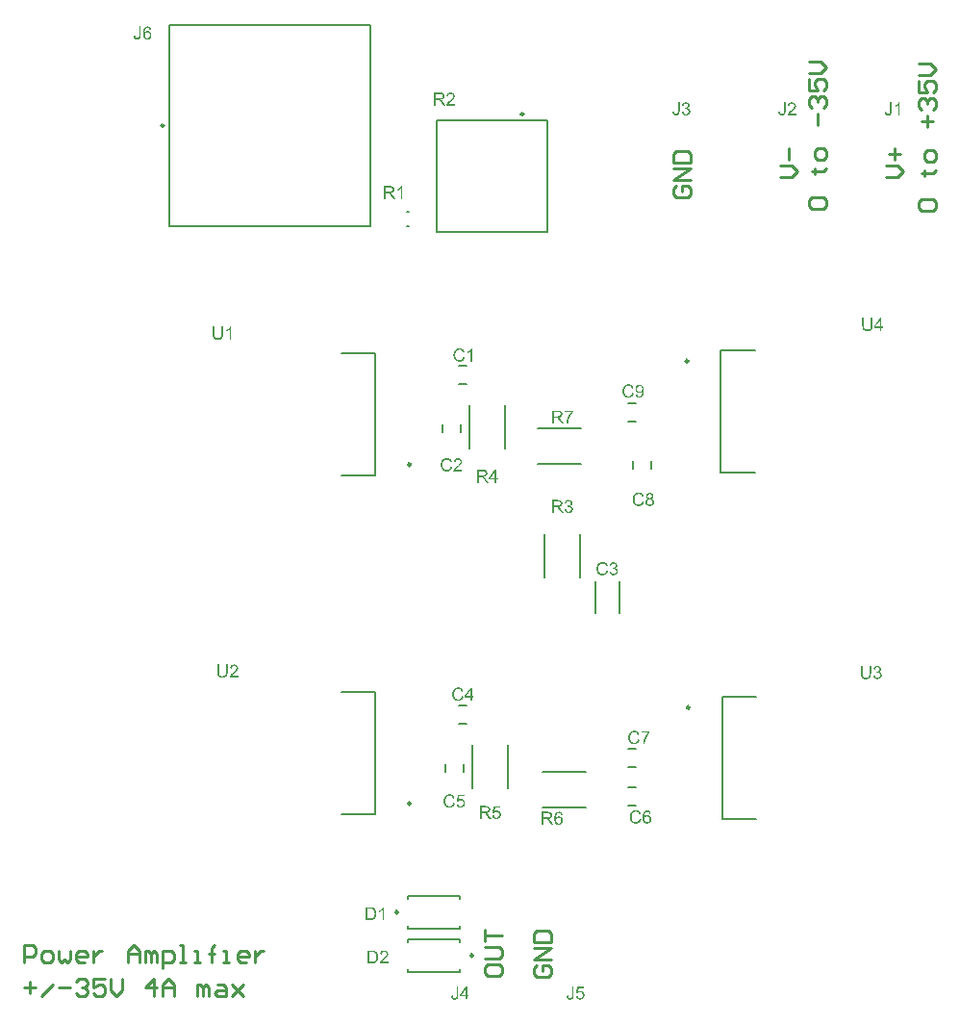
<source format=gto>
G04*
G04 #@! TF.GenerationSoftware,Altium Limited,Altium Designer,21.4.1 (30)*
G04*
G04 Layer_Color=65535*
%FSLAX25Y25*%
%MOIN*%
G70*
G04*
G04 #@! TF.SameCoordinates,FB31E628-B40C-45E7-AE42-562EE5F46966*
G04*
G04*
G04 #@! TF.FilePolarity,Positive*
G04*
G01*
G75*
%ADD10C,0.00984*%
%ADD11C,0.00787*%
%ADD12C,0.01000*%
G36*
X313345Y357682D02*
Y357672D01*
Y357652D01*
Y357618D01*
Y357570D01*
X313340Y357512D01*
X313335Y357448D01*
X313331Y357376D01*
X313326Y357293D01*
X313306Y357123D01*
X313282Y356943D01*
X313243Y356768D01*
X313219Y356685D01*
X313190Y356608D01*
Y356603D01*
X313185Y356588D01*
X313175Y356569D01*
X313160Y356540D01*
X313141Y356505D01*
X313122Y356467D01*
X313063Y356379D01*
X313029Y356326D01*
X312990Y356277D01*
X312942Y356219D01*
X312893Y356165D01*
X312835Y356112D01*
X312776Y356058D01*
X312708Y356010D01*
X312635Y355961D01*
X312631Y355956D01*
X312616Y355951D01*
X312597Y355937D01*
X312563Y355922D01*
X312524Y355903D01*
X312475Y355884D01*
X312422Y355859D01*
X312354Y355840D01*
X312286Y355815D01*
X312208Y355791D01*
X312120Y355772D01*
X312028Y355752D01*
X311926Y355738D01*
X311819Y355723D01*
X311707Y355718D01*
X311591Y355713D01*
X311527D01*
X311484Y355718D01*
X311430D01*
X311372Y355723D01*
X311299Y355733D01*
X311226Y355743D01*
X311061Y355767D01*
X310886Y355806D01*
X310716Y355859D01*
X310633Y355888D01*
X310555Y355927D01*
X310551Y355932D01*
X310536Y355937D01*
X310517Y355951D01*
X310492Y355966D01*
X310458Y355990D01*
X310419Y356019D01*
X310381Y356049D01*
X310337Y356088D01*
X310240Y356175D01*
X310147Y356282D01*
X310060Y356408D01*
X310021Y356481D01*
X309987Y356554D01*
Y356559D01*
X309982Y356574D01*
X309972Y356598D01*
X309963Y356632D01*
X309948Y356671D01*
X309933Y356724D01*
X309919Y356783D01*
X309904Y356851D01*
X309885Y356928D01*
X309870Y357011D01*
X309856Y357103D01*
X309846Y357205D01*
X309831Y357312D01*
X309826Y357429D01*
X309817Y357551D01*
Y357682D01*
Y360272D01*
X310410D01*
Y357682D01*
Y357677D01*
Y357657D01*
Y357628D01*
Y357585D01*
X310415Y357536D01*
Y357482D01*
X310419Y357419D01*
X310424Y357356D01*
X310434Y357215D01*
X310453Y357074D01*
X310483Y356938D01*
X310497Y356875D01*
X310517Y356821D01*
Y356817D01*
X310521Y356812D01*
X310526Y356797D01*
X310536Y356778D01*
X310565Y356724D01*
X310604Y356666D01*
X310653Y356593D01*
X310716Y356525D01*
X310794Y356457D01*
X310886Y356394D01*
X310891D01*
X310900Y356389D01*
X310915Y356379D01*
X310934Y356369D01*
X310959Y356360D01*
X310993Y356350D01*
X311027Y356335D01*
X311066Y356321D01*
X311163Y356297D01*
X311275Y356272D01*
X311401Y356253D01*
X311537Y356248D01*
X311600D01*
X311644Y356253D01*
X311698Y356258D01*
X311761Y356263D01*
X311829Y356272D01*
X311902Y356287D01*
X312052Y356321D01*
X312130Y356345D01*
X312208Y356374D01*
X312281Y356408D01*
X312349Y356447D01*
X312412Y356491D01*
X312470Y356544D01*
X312475Y356549D01*
X312485Y356559D01*
X312495Y356578D01*
X312514Y356603D01*
X312533Y356637D01*
X312558Y356680D01*
X312587Y356734D01*
X312611Y356797D01*
X312635Y356870D01*
X312665Y356953D01*
X312689Y357045D01*
X312708Y357147D01*
X312728Y357264D01*
X312742Y357390D01*
X312747Y357531D01*
X312752Y357682D01*
Y360272D01*
X313345D01*
Y357682D01*
D02*
G37*
G36*
X316183Y355786D02*
X315634D01*
Y359290D01*
X315624Y359281D01*
X315600Y359256D01*
X315556Y359222D01*
X315493Y359174D01*
X315420Y359115D01*
X315328Y359052D01*
X315226Y358984D01*
X315109Y358911D01*
X315104D01*
X315095Y358902D01*
X315080Y358892D01*
X315056Y358882D01*
X315027Y358863D01*
X314993Y358848D01*
X314915Y358804D01*
X314827Y358761D01*
X314730Y358712D01*
X314628Y358668D01*
X314531Y358629D01*
Y359159D01*
X314536Y359164D01*
X314550Y359169D01*
X314575Y359183D01*
X314609Y359198D01*
X314648Y359217D01*
X314696Y359247D01*
X314750Y359276D01*
X314803Y359305D01*
X314929Y359383D01*
X315066Y359475D01*
X315206Y359572D01*
X315338Y359684D01*
X315342Y359689D01*
X315352Y359699D01*
X315372Y359713D01*
X315396Y359737D01*
X315420Y359767D01*
X315454Y359796D01*
X315527Y359878D01*
X315610Y359966D01*
X315692Y360068D01*
X315765Y360175D01*
X315828Y360287D01*
X316183D01*
Y355786D01*
D02*
G37*
G36*
X433177Y300284D02*
X433211Y300279D01*
X433304Y300270D01*
X433406Y300250D01*
X433522Y300221D01*
X433639Y300182D01*
X433756Y300129D01*
X433760D01*
X433770Y300124D01*
X433785Y300114D01*
X433809Y300099D01*
X433862Y300065D01*
X433931Y300017D01*
X434008Y299954D01*
X434086Y299881D01*
X434164Y299798D01*
X434232Y299701D01*
Y299696D01*
X434237Y299691D01*
X434246Y299672D01*
X434256Y299652D01*
X434271Y299628D01*
X434285Y299599D01*
X434314Y299526D01*
X434344Y299439D01*
X434373Y299341D01*
X434392Y299234D01*
X434397Y299123D01*
Y299118D01*
Y299108D01*
Y299094D01*
Y299074D01*
X434387Y299016D01*
X434378Y298948D01*
X434358Y298865D01*
X434329Y298778D01*
X434290Y298685D01*
X434237Y298593D01*
Y298588D01*
X434232Y298583D01*
X434208Y298554D01*
X434174Y298510D01*
X434120Y298457D01*
X434057Y298394D01*
X433974Y298330D01*
X433882Y298272D01*
X433775Y298214D01*
X433780D01*
X433794Y298209D01*
X433814Y298204D01*
X433843Y298194D01*
X433872Y298185D01*
X433911Y298170D01*
X434003Y298131D01*
X434101Y298078D01*
X434203Y298015D01*
X434305Y297932D01*
X434392Y297830D01*
X434397Y297825D01*
X434402Y297815D01*
X434412Y297801D01*
X434426Y297776D01*
X434446Y297752D01*
X434465Y297718D01*
X434485Y297679D01*
X434504Y297631D01*
X434523Y297582D01*
X434543Y297529D01*
X434582Y297407D01*
X434606Y297266D01*
X434616Y297188D01*
Y297111D01*
Y297106D01*
Y297086D01*
X434611Y297052D01*
Y297013D01*
X434601Y296960D01*
X434591Y296902D01*
X434582Y296838D01*
X434562Y296766D01*
X434538Y296688D01*
X434509Y296610D01*
X434475Y296527D01*
X434431Y296445D01*
X434383Y296357D01*
X434324Y296275D01*
X434261Y296192D01*
X434183Y296114D01*
X434178Y296110D01*
X434164Y296095D01*
X434140Y296075D01*
X434105Y296051D01*
X434067Y296022D01*
X434013Y295988D01*
X433955Y295949D01*
X433887Y295915D01*
X433814Y295876D01*
X433731Y295837D01*
X433644Y295803D01*
X433547Y295774D01*
X433445Y295750D01*
X433338Y295730D01*
X433226Y295716D01*
X433104Y295711D01*
X433080D01*
X433046Y295716D01*
X433007D01*
X432954Y295721D01*
X432895Y295730D01*
X432832Y295740D01*
X432759Y295755D01*
X432682Y295774D01*
X432604Y295798D01*
X432521Y295823D01*
X432439Y295857D01*
X432356Y295901D01*
X432278Y295944D01*
X432196Y295998D01*
X432123Y296061D01*
X432118Y296066D01*
X432108Y296075D01*
X432089Y296095D01*
X432059Y296124D01*
X432030Y296158D01*
X431996Y296202D01*
X431962Y296250D01*
X431923Y296309D01*
X431884Y296367D01*
X431846Y296440D01*
X431807Y296513D01*
X431773Y296596D01*
X431744Y296683D01*
X431714Y296775D01*
X431695Y296872D01*
X431680Y296974D01*
X432230Y297047D01*
Y297043D01*
X432234Y297028D01*
X432239Y297004D01*
X432249Y296970D01*
X432259Y296931D01*
X432268Y296887D01*
X432303Y296785D01*
X432346Y296673D01*
X432400Y296561D01*
X432468Y296459D01*
X432507Y296416D01*
X432546Y296372D01*
X432550D01*
X432555Y296362D01*
X432570Y296353D01*
X432584Y296338D01*
X432633Y296309D01*
X432701Y296270D01*
X432784Y296231D01*
X432876Y296202D01*
X432988Y296178D01*
X433104Y296168D01*
X433143D01*
X433172Y296173D01*
X433202Y296178D01*
X433245Y296182D01*
X433333Y296202D01*
X433440Y296231D01*
X433552Y296280D01*
X433605Y296314D01*
X433658Y296348D01*
X433712Y296387D01*
X433765Y296435D01*
X433770Y296440D01*
X433775Y296450D01*
X433790Y296464D01*
X433809Y296484D01*
X433828Y296508D01*
X433848Y296542D01*
X433872Y296576D01*
X433901Y296620D01*
X433950Y296717D01*
X433989Y296829D01*
X434023Y296960D01*
X434028Y297028D01*
X434033Y297101D01*
Y297106D01*
Y297115D01*
Y297140D01*
X434028Y297164D01*
X434023Y297198D01*
X434018Y297232D01*
X434003Y297320D01*
X433969Y297422D01*
X433926Y297524D01*
X433897Y297577D01*
X433862Y297626D01*
X433824Y297674D01*
X433780Y297723D01*
X433775Y297728D01*
X433770Y297733D01*
X433756Y297747D01*
X433736Y297762D01*
X433712Y297781D01*
X433683Y297801D01*
X433610Y297849D01*
X433518Y297893D01*
X433411Y297932D01*
X433289Y297961D01*
X433221Y297966D01*
X433153Y297971D01*
X433124D01*
X433090Y297966D01*
X433046D01*
X432988Y297956D01*
X432925Y297947D01*
X432847Y297932D01*
X432764Y297913D01*
X432823Y298394D01*
X432832D01*
X432857Y298389D01*
X432886Y298384D01*
X432949D01*
X432973Y298389D01*
X433007D01*
X433041Y298394D01*
X433124Y298408D01*
X433221Y298428D01*
X433328Y298462D01*
X433440Y298505D01*
X433547Y298569D01*
X433552D01*
X433561Y298578D01*
X433571Y298588D01*
X433590Y298603D01*
X433639Y298646D01*
X433692Y298710D01*
X433741Y298787D01*
X433790Y298885D01*
X433809Y298938D01*
X433819Y299001D01*
X433828Y299064D01*
X433833Y299132D01*
Y299137D01*
Y299147D01*
Y299162D01*
X433828Y299186D01*
X433824Y299239D01*
X433809Y299312D01*
X433785Y299390D01*
X433746Y299473D01*
X433692Y299560D01*
X433663Y299599D01*
X433624Y299638D01*
X433615Y299647D01*
X433586Y299667D01*
X433542Y299701D01*
X433484Y299740D01*
X433406Y299774D01*
X433313Y299808D01*
X433211Y299827D01*
X433095Y299837D01*
X433066D01*
X433041Y299832D01*
X433012D01*
X432983Y299827D01*
X432905Y299813D01*
X432823Y299788D01*
X432730Y299750D01*
X432643Y299701D01*
X432555Y299633D01*
X432546Y299623D01*
X432521Y299594D01*
X432482Y299550D01*
X432443Y299482D01*
X432395Y299400D01*
X432351Y299293D01*
X432312Y299171D01*
X432283Y299030D01*
X431734Y299128D01*
Y299132D01*
X431739Y299152D01*
X431744Y299181D01*
X431753Y299220D01*
X431768Y299264D01*
X431782Y299317D01*
X431802Y299375D01*
X431826Y299439D01*
X431889Y299580D01*
X431923Y299647D01*
X431967Y299720D01*
X432016Y299788D01*
X432069Y299856D01*
X432128Y299925D01*
X432191Y299983D01*
X432196Y299988D01*
X432205Y299997D01*
X432230Y300012D01*
X432254Y300031D01*
X432293Y300056D01*
X432332Y300080D01*
X432380Y300109D01*
X432439Y300138D01*
X432497Y300163D01*
X432565Y300192D01*
X432638Y300216D01*
X432716Y300240D01*
X432803Y300260D01*
X432891Y300274D01*
X432983Y300284D01*
X433080Y300289D01*
X433143D01*
X433177Y300284D01*
D02*
G37*
G36*
X429523Y300270D02*
X429576D01*
X429639Y300265D01*
X429712Y300260D01*
X429858Y300245D01*
X430009Y300221D01*
X430154Y300192D01*
X430218Y300172D01*
X430281Y300153D01*
X430286D01*
X430295Y300148D01*
X430310Y300138D01*
X430334Y300129D01*
X430393Y300099D01*
X430461Y300056D01*
X430543Y299997D01*
X430626Y299920D01*
X430708Y299832D01*
X430781Y299725D01*
Y299720D01*
X430791Y299711D01*
X430801Y299696D01*
X430810Y299672D01*
X430825Y299643D01*
X430840Y299609D01*
X430859Y299570D01*
X430878Y299526D01*
X430912Y299424D01*
X430942Y299312D01*
X430961Y299186D01*
X430971Y299050D01*
Y299045D01*
Y299030D01*
Y299001D01*
X430966Y298972D01*
X430961Y298928D01*
X430956Y298880D01*
X430946Y298826D01*
X430932Y298768D01*
X430893Y298641D01*
X430869Y298573D01*
X430840Y298505D01*
X430806Y298437D01*
X430762Y298369D01*
X430713Y298306D01*
X430660Y298243D01*
X430655Y298238D01*
X430645Y298228D01*
X430626Y298214D01*
X430602Y298189D01*
X430568Y298165D01*
X430529Y298136D01*
X430480Y298102D01*
X430422Y298068D01*
X430359Y298034D01*
X430290Y298000D01*
X430213Y297966D01*
X430125Y297932D01*
X430033Y297903D01*
X429931Y297874D01*
X429819Y297849D01*
X429702Y297830D01*
X429707D01*
X429712Y297825D01*
X429741Y297811D01*
X429785Y297786D01*
X429839Y297757D01*
X429897Y297723D01*
X429955Y297689D01*
X430013Y297645D01*
X430062Y297606D01*
X430067Y297602D01*
X430072Y297597D01*
X430086Y297582D01*
X430106Y297563D01*
X430130Y297538D01*
X430159Y297509D01*
X430222Y297441D01*
X430295Y297354D01*
X430378Y297252D01*
X430465Y297135D01*
X430553Y297009D01*
X431330Y295789D01*
X430587D01*
X429994Y296722D01*
X429989Y296727D01*
X429984Y296741D01*
X429970Y296761D01*
X429950Y296790D01*
X429931Y296824D01*
X429902Y296863D01*
X429843Y296950D01*
X429775Y297052D01*
X429707Y297154D01*
X429634Y297252D01*
X429566Y297339D01*
Y297344D01*
X429557Y297349D01*
X429537Y297373D01*
X429508Y297412D01*
X429464Y297456D01*
X429421Y297504D01*
X429367Y297553D01*
X429314Y297602D01*
X429265Y297636D01*
X429260Y297640D01*
X429241Y297650D01*
X429216Y297665D01*
X429182Y297684D01*
X429139Y297704D01*
X429095Y297723D01*
X429046Y297742D01*
X428993Y297757D01*
X428988D01*
X428973Y297762D01*
X428949Y297767D01*
X428915Y297772D01*
X428866D01*
X428808Y297776D01*
X428740Y297781D01*
X427977D01*
Y295789D01*
X427384D01*
Y300274D01*
X429469D01*
X429523Y300270D01*
D02*
G37*
G36*
X445020Y278816D02*
X445078Y278811D01*
X445147Y278801D01*
X445219Y278791D01*
X445302Y278777D01*
X445390Y278758D01*
X445482Y278738D01*
X445574Y278709D01*
X445671Y278675D01*
X445769Y278636D01*
X445861Y278587D01*
X445953Y278539D01*
X446041Y278476D01*
X446046Y278471D01*
X446060Y278461D01*
X446084Y278442D01*
X446114Y278412D01*
X446152Y278378D01*
X446196Y278335D01*
X446240Y278286D01*
X446293Y278228D01*
X446347Y278165D01*
X446400Y278092D01*
X446454Y278014D01*
X446502Y277926D01*
X446556Y277834D01*
X446600Y277732D01*
X446643Y277625D01*
X446682Y277513D01*
X446099Y277377D01*
Y277382D01*
X446089Y277397D01*
X446084Y277426D01*
X446070Y277460D01*
X446055Y277499D01*
X446031Y277542D01*
X445982Y277649D01*
X445919Y277766D01*
X445837Y277888D01*
X445749Y277999D01*
X445696Y278048D01*
X445642Y278092D01*
X445637Y278097D01*
X445628Y278101D01*
X445613Y278111D01*
X445589Y278126D01*
X445560Y278145D01*
X445526Y278165D01*
X445487Y278184D01*
X445438Y278203D01*
X445385Y278223D01*
X445331Y278242D01*
X445205Y278281D01*
X445059Y278306D01*
X444981Y278315D01*
X444850D01*
X444811Y278310D01*
X444767Y278306D01*
X444714Y278301D01*
X444656Y278296D01*
X444597Y278286D01*
X444456Y278252D01*
X444311Y278208D01*
X444238Y278179D01*
X444165Y278145D01*
X444097Y278106D01*
X444029Y278063D01*
X444024Y278058D01*
X444014Y278053D01*
X443995Y278038D01*
X443970Y278019D01*
X443946Y277994D01*
X443912Y277960D01*
X443878Y277926D01*
X443839Y277888D01*
X443800Y277839D01*
X443756Y277790D01*
X443679Y277678D01*
X443606Y277547D01*
X443543Y277397D01*
Y277392D01*
X443538Y277377D01*
X443528Y277353D01*
X443523Y277324D01*
X443513Y277285D01*
X443499Y277241D01*
X443489Y277188D01*
X443475Y277134D01*
X443460Y277071D01*
X443450Y277003D01*
X443426Y276857D01*
X443411Y276702D01*
X443407Y276536D01*
Y276532D01*
Y276512D01*
Y276483D01*
X443411Y276439D01*
Y276391D01*
X443416Y276332D01*
X443421Y276269D01*
X443426Y276196D01*
X443436Y276118D01*
X443445Y276041D01*
X443475Y275871D01*
X443518Y275700D01*
X443572Y275535D01*
Y275530D01*
X443582Y275516D01*
X443591Y275496D01*
X443601Y275467D01*
X443620Y275428D01*
X443645Y275390D01*
X443698Y275297D01*
X443771Y275190D01*
X443859Y275088D01*
X443965Y274986D01*
X444024Y274942D01*
X444087Y274899D01*
X444092D01*
X444102Y274889D01*
X444121Y274879D01*
X444150Y274865D01*
X444184Y274850D01*
X444223Y274831D01*
X444267Y274816D01*
X444315Y274797D01*
X444427Y274758D01*
X444558Y274724D01*
X444699Y274699D01*
X444772Y274694D01*
X444850Y274690D01*
X444899D01*
X444933Y274694D01*
X444976Y274699D01*
X445025Y274704D01*
X445083Y274714D01*
X445142Y274724D01*
X445278Y274758D01*
X445346Y274782D01*
X445419Y274811D01*
X445492Y274845D01*
X445560Y274884D01*
X445628Y274928D01*
X445696Y274976D01*
X445701Y274981D01*
X445710Y274991D01*
X445730Y275006D01*
X445754Y275030D01*
X445778Y275059D01*
X445812Y275098D01*
X445846Y275142D01*
X445885Y275190D01*
X445924Y275249D01*
X445963Y275312D01*
X446002Y275380D01*
X446041Y275458D01*
X446075Y275540D01*
X446109Y275633D01*
X446143Y275730D01*
X446167Y275832D01*
X446760Y275681D01*
Y275671D01*
X446750Y275647D01*
X446741Y275613D01*
X446721Y275560D01*
X446702Y275501D01*
X446672Y275428D01*
X446643Y275351D01*
X446604Y275268D01*
X446561Y275176D01*
X446512Y275088D01*
X446459Y274991D01*
X446395Y274899D01*
X446327Y274811D01*
X446255Y274724D01*
X446172Y274641D01*
X446084Y274563D01*
X446080Y274558D01*
X446060Y274549D01*
X446036Y274529D01*
X445997Y274505D01*
X445953Y274476D01*
X445895Y274442D01*
X445832Y274408D01*
X445754Y274374D01*
X445671Y274340D01*
X445584Y274306D01*
X445487Y274272D01*
X445380Y274242D01*
X445268Y274218D01*
X445151Y274199D01*
X445030Y274189D01*
X444899Y274184D01*
X444831D01*
X444777Y274189D01*
X444719Y274194D01*
X444646Y274199D01*
X444568Y274208D01*
X444481Y274223D01*
X444388Y274238D01*
X444291Y274257D01*
X444194Y274281D01*
X444097Y274306D01*
X443995Y274340D01*
X443897Y274379D01*
X443805Y274422D01*
X443718Y274476D01*
X443713Y274481D01*
X443698Y274490D01*
X443674Y274505D01*
X443645Y274529D01*
X443606Y274563D01*
X443562Y274597D01*
X443513Y274641D01*
X443460Y274694D01*
X443407Y274753D01*
X443348Y274816D01*
X443295Y274884D01*
X443236Y274962D01*
X443178Y275044D01*
X443125Y275132D01*
X443076Y275229D01*
X443027Y275331D01*
X443023Y275336D01*
X443018Y275356D01*
X443008Y275390D01*
X442993Y275428D01*
X442974Y275482D01*
X442955Y275540D01*
X442935Y275613D01*
X442911Y275691D01*
X442891Y275778D01*
X442867Y275871D01*
X442848Y275968D01*
X442833Y276075D01*
X442804Y276298D01*
X442799Y276415D01*
X442794Y276532D01*
Y276541D01*
Y276561D01*
Y276600D01*
X442799Y276648D01*
X442804Y276711D01*
X442809Y276784D01*
X442818Y276862D01*
X442828Y276950D01*
X442843Y277042D01*
X442857Y277139D01*
X442906Y277348D01*
X442940Y277450D01*
X442974Y277552D01*
X443013Y277659D01*
X443061Y277756D01*
X443066Y277761D01*
X443076Y277781D01*
X443091Y277805D01*
X443110Y277844D01*
X443139Y277888D01*
X443173Y277936D01*
X443212Y277990D01*
X443256Y278053D01*
X443309Y278111D01*
X443363Y278179D01*
X443426Y278242D01*
X443494Y278310D01*
X443567Y278374D01*
X443645Y278437D01*
X443732Y278495D01*
X443820Y278549D01*
X443825Y278553D01*
X443844Y278558D01*
X443868Y278573D01*
X443907Y278592D01*
X443951Y278612D01*
X444009Y278636D01*
X444072Y278660D01*
X444140Y278685D01*
X444218Y278709D01*
X444306Y278733D01*
X444393Y278758D01*
X444490Y278777D01*
X444690Y278811D01*
X444797Y278816D01*
X444908Y278821D01*
X444972D01*
X445020Y278816D01*
D02*
G37*
G36*
X448767Y278753D02*
X448801Y278748D01*
X448893Y278738D01*
X448996Y278719D01*
X449112Y278689D01*
X449229Y278651D01*
X449345Y278597D01*
X449350D01*
X449360Y278592D01*
X449375Y278583D01*
X449399Y278568D01*
X449452Y278534D01*
X449520Y278485D01*
X449598Y278422D01*
X449676Y278349D01*
X449754Y278267D01*
X449822Y278169D01*
Y278165D01*
X449827Y278160D01*
X449836Y278140D01*
X449846Y278121D01*
X449861Y278097D01*
X449875Y278067D01*
X449904Y277994D01*
X449934Y277907D01*
X449963Y277810D01*
X449982Y277703D01*
X449987Y277591D01*
Y277586D01*
Y277576D01*
Y277562D01*
Y277542D01*
X449977Y277484D01*
X449968Y277416D01*
X449948Y277333D01*
X449919Y277246D01*
X449880Y277154D01*
X449827Y277061D01*
Y277057D01*
X449822Y277052D01*
X449797Y277022D01*
X449763Y276979D01*
X449710Y276925D01*
X449647Y276862D01*
X449564Y276799D01*
X449472Y276741D01*
X449365Y276682D01*
X449370D01*
X449384Y276677D01*
X449404Y276673D01*
X449433Y276663D01*
X449462Y276653D01*
X449501Y276639D01*
X449593Y276600D01*
X449691Y276546D01*
X449793Y276483D01*
X449895Y276400D01*
X449982Y276298D01*
X449987Y276293D01*
X449992Y276284D01*
X450002Y276269D01*
X450016Y276245D01*
X450036Y276221D01*
X450055Y276186D01*
X450074Y276148D01*
X450094Y276099D01*
X450113Y276050D01*
X450133Y275997D01*
X450172Y275875D01*
X450196Y275734D01*
X450206Y275657D01*
Y275579D01*
Y275574D01*
Y275555D01*
X450201Y275521D01*
Y275482D01*
X450191Y275428D01*
X450181Y275370D01*
X450172Y275307D01*
X450152Y275234D01*
X450128Y275156D01*
X450099Y275079D01*
X450065Y274996D01*
X450021Y274913D01*
X449972Y274826D01*
X449914Y274743D01*
X449851Y274660D01*
X449773Y274583D01*
X449768Y274578D01*
X449754Y274563D01*
X449729Y274544D01*
X449695Y274519D01*
X449657Y274490D01*
X449603Y274456D01*
X449545Y274417D01*
X449477Y274383D01*
X449404Y274345D01*
X449321Y274306D01*
X449234Y274272D01*
X449136Y274242D01*
X449035Y274218D01*
X448928Y274199D01*
X448816Y274184D01*
X448694Y274179D01*
X448670D01*
X448636Y274184D01*
X448597D01*
X448544Y274189D01*
X448485Y274199D01*
X448422Y274208D01*
X448349Y274223D01*
X448272Y274242D01*
X448194Y274267D01*
X448111Y274291D01*
X448029Y274325D01*
X447946Y274369D01*
X447868Y274413D01*
X447786Y274466D01*
X447713Y274529D01*
X447708Y274534D01*
X447698Y274544D01*
X447679Y274563D01*
X447649Y274592D01*
X447620Y274626D01*
X447586Y274670D01*
X447552Y274719D01*
X447513Y274777D01*
X447474Y274835D01*
X447436Y274908D01*
X447397Y274981D01*
X447363Y275064D01*
X447333Y275151D01*
X447304Y275244D01*
X447285Y275341D01*
X447270Y275443D01*
X447820Y275516D01*
Y275511D01*
X447824Y275496D01*
X447829Y275472D01*
X447839Y275438D01*
X447849Y275399D01*
X447858Y275356D01*
X447892Y275253D01*
X447936Y275142D01*
X447990Y275030D01*
X448058Y274928D01*
X448097Y274884D01*
X448135Y274840D01*
X448140D01*
X448145Y274831D01*
X448160Y274821D01*
X448174Y274806D01*
X448223Y274777D01*
X448291Y274738D01*
X448374Y274699D01*
X448466Y274670D01*
X448578Y274646D01*
X448694Y274636D01*
X448733D01*
X448762Y274641D01*
X448792Y274646D01*
X448835Y274651D01*
X448923Y274670D01*
X449030Y274699D01*
X449141Y274748D01*
X449195Y274782D01*
X449248Y274816D01*
X449302Y274855D01*
X449355Y274903D01*
X449360Y274908D01*
X449365Y274918D01*
X449380Y274933D01*
X449399Y274952D01*
X449418Y274976D01*
X449438Y275010D01*
X449462Y275044D01*
X449491Y275088D01*
X449540Y275185D01*
X449579Y275297D01*
X449613Y275428D01*
X449618Y275496D01*
X449622Y275569D01*
Y275574D01*
Y275584D01*
Y275608D01*
X449618Y275633D01*
X449613Y275666D01*
X449608Y275700D01*
X449593Y275788D01*
X449559Y275890D01*
X449516Y275992D01*
X449486Y276046D01*
X449452Y276094D01*
X449414Y276143D01*
X449370Y276191D01*
X449365Y276196D01*
X449360Y276201D01*
X449345Y276216D01*
X449326Y276230D01*
X449302Y276250D01*
X449273Y276269D01*
X449200Y276318D01*
X449107Y276361D01*
X449001Y276400D01*
X448879Y276430D01*
X448811Y276434D01*
X448743Y276439D01*
X448714D01*
X448680Y276434D01*
X448636D01*
X448578Y276425D01*
X448515Y276415D01*
X448437Y276400D01*
X448354Y276381D01*
X448412Y276862D01*
X448422D01*
X448446Y276857D01*
X448476Y276852D01*
X448539D01*
X448563Y276857D01*
X448597D01*
X448631Y276862D01*
X448714Y276877D01*
X448811Y276896D01*
X448918Y276930D01*
X449030Y276974D01*
X449136Y277037D01*
X449141D01*
X449151Y277047D01*
X449161Y277057D01*
X449180Y277071D01*
X449229Y277115D01*
X449282Y277178D01*
X449331Y277256D01*
X449380Y277353D01*
X449399Y277406D01*
X449409Y277470D01*
X449418Y277533D01*
X449423Y277601D01*
Y277606D01*
Y277615D01*
Y277630D01*
X449418Y277654D01*
X449414Y277708D01*
X449399Y277781D01*
X449375Y277858D01*
X449336Y277941D01*
X449282Y278028D01*
X449253Y278067D01*
X449214Y278106D01*
X449205Y278116D01*
X449175Y278135D01*
X449132Y278169D01*
X449073Y278208D01*
X448996Y278242D01*
X448903Y278276D01*
X448801Y278296D01*
X448685Y278306D01*
X448655D01*
X448631Y278301D01*
X448602D01*
X448573Y278296D01*
X448495Y278281D01*
X448412Y278257D01*
X448320Y278218D01*
X448233Y278169D01*
X448145Y278101D01*
X448135Y278092D01*
X448111Y278063D01*
X448072Y278019D01*
X448033Y277951D01*
X447985Y277868D01*
X447941Y277761D01*
X447902Y277640D01*
X447873Y277499D01*
X447324Y277596D01*
Y277601D01*
X447329Y277620D01*
X447333Y277649D01*
X447343Y277688D01*
X447358Y277732D01*
X447372Y277785D01*
X447392Y277844D01*
X447416Y277907D01*
X447479Y278048D01*
X447513Y278116D01*
X447557Y278189D01*
X447606Y278257D01*
X447659Y278325D01*
X447717Y278393D01*
X447781Y278451D01*
X447786Y278456D01*
X447795Y278466D01*
X447820Y278481D01*
X447844Y278500D01*
X447883Y278524D01*
X447922Y278549D01*
X447970Y278578D01*
X448029Y278607D01*
X448087Y278631D01*
X448155Y278660D01*
X448228Y278685D01*
X448306Y278709D01*
X448393Y278728D01*
X448481Y278743D01*
X448573Y278753D01*
X448670Y278758D01*
X448733D01*
X448767Y278753D01*
D02*
G37*
G36*
X434875Y128722D02*
Y128718D01*
Y128698D01*
Y128669D01*
Y128630D01*
X434871Y128582D01*
Y128528D01*
X434866Y128465D01*
X434856Y128402D01*
X434841Y128261D01*
X434817Y128115D01*
X434783Y127974D01*
X434759Y127911D01*
X434735Y127848D01*
Y127843D01*
X434730Y127833D01*
X434720Y127818D01*
X434710Y127799D01*
X434676Y127741D01*
X434628Y127673D01*
X434569Y127600D01*
X434496Y127522D01*
X434404Y127449D01*
X434302Y127381D01*
X434297D01*
X434287Y127376D01*
X434273Y127366D01*
X434248Y127357D01*
X434224Y127342D01*
X434190Y127332D01*
X434151Y127318D01*
X434108Y127303D01*
X434006Y127269D01*
X433889Y127245D01*
X433758Y127225D01*
X433612Y127221D01*
X433554D01*
X433515Y127225D01*
X433466Y127230D01*
X433408Y127240D01*
X433345Y127250D01*
X433277Y127264D01*
X433204Y127279D01*
X433131Y127303D01*
X433053Y127328D01*
X432980Y127362D01*
X432902Y127401D01*
X432834Y127444D01*
X432766Y127498D01*
X432703Y127556D01*
X432698Y127561D01*
X432689Y127571D01*
X432674Y127590D01*
X432654Y127619D01*
X432630Y127653D01*
X432606Y127697D01*
X432577Y127750D01*
X432548Y127809D01*
X432523Y127877D01*
X432494Y127950D01*
X432470Y128032D01*
X432445Y128125D01*
X432431Y128222D01*
X432416Y128329D01*
X432407Y128440D01*
Y128562D01*
X432941Y128640D01*
Y128635D01*
Y128615D01*
X432946Y128591D01*
Y128557D01*
X432951Y128513D01*
X432956Y128465D01*
X432970Y128358D01*
X432995Y128241D01*
X433029Y128125D01*
X433048Y128071D01*
X433072Y128018D01*
X433102Y127974D01*
X433131Y127935D01*
X433141Y127925D01*
X433165Y127906D01*
X433204Y127877D01*
X433257Y127843D01*
X433325Y127809D01*
X433408Y127780D01*
X433500Y127760D01*
X433607Y127750D01*
X433646D01*
X433685Y127755D01*
X433738Y127765D01*
X433801Y127775D01*
X433865Y127794D01*
X433928Y127818D01*
X433991Y127852D01*
X434001Y127857D01*
X434020Y127872D01*
X434044Y127896D01*
X434083Y127925D01*
X434117Y127964D01*
X434156Y128013D01*
X434190Y128066D01*
X434219Y128129D01*
X434224Y128139D01*
X434229Y128164D01*
X434239Y128207D01*
X434253Y128266D01*
X434263Y128343D01*
X434273Y128440D01*
X434278Y128552D01*
X434283Y128620D01*
Y128688D01*
Y131779D01*
X434875D01*
Y128722D01*
D02*
G37*
G36*
X438384Y131196D02*
X436591D01*
X436353Y129991D01*
X436358Y129996D01*
X436372Y130005D01*
X436392Y130015D01*
X436421Y130035D01*
X436460Y130054D01*
X436504Y130078D01*
X436552Y130107D01*
X436611Y130132D01*
X436669Y130156D01*
X436737Y130185D01*
X436878Y130229D01*
X436956Y130248D01*
X437033Y130263D01*
X437116Y130268D01*
X437199Y130273D01*
X437223D01*
X437257Y130268D01*
X437296D01*
X437344Y130258D01*
X437403Y130253D01*
X437471Y130239D01*
X437539Y130224D01*
X437616Y130200D01*
X437694Y130175D01*
X437777Y130141D01*
X437859Y130103D01*
X437942Y130054D01*
X438025Y130001D01*
X438107Y129937D01*
X438185Y129865D01*
X438190Y129860D01*
X438205Y129845D01*
X438224Y129821D01*
X438248Y129792D01*
X438282Y129753D01*
X438316Y129699D01*
X438350Y129646D01*
X438389Y129583D01*
X438428Y129510D01*
X438462Y129427D01*
X438501Y129344D01*
X438530Y129247D01*
X438554Y129150D01*
X438574Y129043D01*
X438588Y128931D01*
X438593Y128815D01*
Y128810D01*
Y128786D01*
Y128756D01*
X438588Y128713D01*
X438584Y128659D01*
X438574Y128601D01*
X438564Y128533D01*
X438550Y128455D01*
X438530Y128377D01*
X438506Y128290D01*
X438477Y128202D01*
X438443Y128115D01*
X438404Y128027D01*
X438355Y127935D01*
X438302Y127848D01*
X438239Y127765D01*
X438234Y127760D01*
X438219Y127741D01*
X438195Y127716D01*
X438161Y127682D01*
X438117Y127639D01*
X438064Y127595D01*
X438000Y127541D01*
X437928Y127493D01*
X437850Y127444D01*
X437762Y127391D01*
X437665Y127347D01*
X437558Y127308D01*
X437446Y127269D01*
X437325Y127245D01*
X437199Y127225D01*
X437063Y127221D01*
X437004D01*
X436960Y127225D01*
X436907Y127230D01*
X436849Y127240D01*
X436781Y127250D01*
X436708Y127264D01*
X436630Y127279D01*
X436547Y127303D01*
X436465Y127332D01*
X436382Y127366D01*
X436300Y127405D01*
X436217Y127449D01*
X436139Y127503D01*
X436061Y127561D01*
X436057Y127566D01*
X436047Y127575D01*
X436027Y127595D01*
X436003Y127624D01*
X435969Y127658D01*
X435935Y127697D01*
X435901Y127745D01*
X435862Y127804D01*
X435823Y127862D01*
X435784Y127930D01*
X435750Y128008D01*
X435716Y128086D01*
X435682Y128173D01*
X435658Y128266D01*
X435639Y128368D01*
X435624Y128470D01*
X436202Y128513D01*
Y128509D01*
X436207Y128494D01*
X436212Y128474D01*
X436217Y128445D01*
X436222Y128411D01*
X436236Y128368D01*
X436261Y128275D01*
X436300Y128173D01*
X436353Y128066D01*
X436416Y127969D01*
X436455Y127925D01*
X436494Y127882D01*
X436499D01*
X436504Y127872D01*
X436518Y127862D01*
X436538Y127848D01*
X436586Y127814D01*
X436654Y127780D01*
X436737Y127741D01*
X436834Y127707D01*
X436941Y127682D01*
X436999Y127678D01*
X437063Y127673D01*
X437101D01*
X437130Y127678D01*
X437164Y127682D01*
X437203Y127687D01*
X437296Y127711D01*
X437403Y127745D01*
X437456Y127770D01*
X437514Y127799D01*
X437573Y127833D01*
X437626Y127872D01*
X437680Y127916D01*
X437733Y127969D01*
X437738Y127974D01*
X437743Y127984D01*
X437757Y127998D01*
X437777Y128023D01*
X437796Y128057D01*
X437821Y128091D01*
X437845Y128134D01*
X437874Y128183D01*
X437898Y128236D01*
X437923Y128295D01*
X437947Y128363D01*
X437966Y128431D01*
X437986Y128509D01*
X438000Y128591D01*
X438005Y128674D01*
X438010Y128766D01*
Y128771D01*
Y128786D01*
Y128810D01*
X438005Y128844D01*
X438000Y128883D01*
X437996Y128931D01*
X437986Y128980D01*
X437976Y129038D01*
X437947Y129155D01*
X437898Y129281D01*
X437869Y129340D01*
X437830Y129398D01*
X437791Y129456D01*
X437743Y129510D01*
X437738Y129515D01*
X437733Y129519D01*
X437714Y129534D01*
X437694Y129553D01*
X437670Y129573D01*
X437636Y129597D01*
X437602Y129622D01*
X437558Y129651D01*
X437510Y129675D01*
X437461Y129699D01*
X437339Y129743D01*
X437276Y129762D01*
X437203Y129777D01*
X437130Y129782D01*
X437053Y129787D01*
X437009D01*
X436956Y129782D01*
X436892Y129772D01*
X436815Y129758D01*
X436732Y129733D01*
X436649Y129704D01*
X436567Y129660D01*
X436557Y129656D01*
X436533Y129641D01*
X436494Y129612D01*
X436445Y129578D01*
X436397Y129529D01*
X436338Y129476D01*
X436285Y129412D01*
X436236Y129344D01*
X435721Y129417D01*
X436154Y131721D01*
X438384D01*
Y131196D01*
D02*
G37*
G36*
X394900Y128722D02*
Y128718D01*
Y128698D01*
Y128669D01*
Y128630D01*
X394895Y128582D01*
Y128528D01*
X394890Y128465D01*
X394880Y128402D01*
X394866Y128261D01*
X394842Y128115D01*
X394808Y127974D01*
X394783Y127911D01*
X394759Y127848D01*
Y127843D01*
X394754Y127833D01*
X394744Y127818D01*
X394735Y127799D01*
X394701Y127741D01*
X394652Y127673D01*
X394594Y127600D01*
X394521Y127522D01*
X394428Y127449D01*
X394326Y127381D01*
X394321D01*
X394312Y127376D01*
X394297Y127366D01*
X394273Y127357D01*
X394249Y127342D01*
X394215Y127332D01*
X394176Y127318D01*
X394132Y127303D01*
X394030Y127269D01*
X393913Y127245D01*
X393782Y127225D01*
X393636Y127221D01*
X393578D01*
X393539Y127225D01*
X393490Y127230D01*
X393432Y127240D01*
X393369Y127250D01*
X393301Y127264D01*
X393228Y127279D01*
X393155Y127303D01*
X393077Y127328D01*
X393004Y127362D01*
X392927Y127401D01*
X392859Y127444D01*
X392791Y127498D01*
X392727Y127556D01*
X392723Y127561D01*
X392713Y127571D01*
X392698Y127590D01*
X392679Y127619D01*
X392654Y127653D01*
X392630Y127697D01*
X392601Y127750D01*
X392572Y127809D01*
X392548Y127877D01*
X392518Y127950D01*
X392494Y128032D01*
X392470Y128125D01*
X392455Y128222D01*
X392441Y128329D01*
X392431Y128440D01*
Y128562D01*
X392966Y128640D01*
Y128635D01*
Y128615D01*
X392970Y128591D01*
Y128557D01*
X392975Y128513D01*
X392980Y128465D01*
X392995Y128358D01*
X393019Y128241D01*
X393053Y128125D01*
X393072Y128071D01*
X393097Y128018D01*
X393126Y127974D01*
X393155Y127935D01*
X393165Y127925D01*
X393189Y127906D01*
X393228Y127877D01*
X393281Y127843D01*
X393349Y127809D01*
X393432Y127780D01*
X393524Y127760D01*
X393631Y127750D01*
X393670D01*
X393709Y127755D01*
X393763Y127765D01*
X393826Y127775D01*
X393889Y127794D01*
X393952Y127818D01*
X394015Y127852D01*
X394025Y127857D01*
X394044Y127872D01*
X394069Y127896D01*
X394108Y127925D01*
X394142Y127964D01*
X394180Y128013D01*
X394215Y128066D01*
X394244Y128129D01*
X394249Y128139D01*
X394253Y128164D01*
X394263Y128207D01*
X394278Y128266D01*
X394287Y128343D01*
X394297Y128440D01*
X394302Y128552D01*
X394307Y128620D01*
Y128688D01*
Y131779D01*
X394900D01*
Y128722D01*
D02*
G37*
G36*
X397962Y128873D02*
X398569D01*
Y128368D01*
X397962D01*
Y127294D01*
X397412D01*
Y128368D01*
X395459D01*
Y128873D01*
X397510Y131779D01*
X397962D01*
Y128873D01*
D02*
G37*
G36*
X473829Y437995D02*
X473863Y437991D01*
X473955Y437981D01*
X474057Y437961D01*
X474174Y437932D01*
X474291Y437893D01*
X474407Y437840D01*
X474412D01*
X474422Y437835D01*
X474436Y437825D01*
X474461Y437811D01*
X474514Y437777D01*
X474582Y437728D01*
X474660Y437665D01*
X474738Y437592D01*
X474815Y437509D01*
X474883Y437412D01*
Y437407D01*
X474888Y437403D01*
X474898Y437383D01*
X474908Y437364D01*
X474922Y437339D01*
X474937Y437310D01*
X474966Y437237D01*
X474995Y437150D01*
X475024Y437053D01*
X475044Y436946D01*
X475049Y436834D01*
Y436829D01*
Y436819D01*
Y436805D01*
Y436785D01*
X475039Y436727D01*
X475029Y436659D01*
X475010Y436576D01*
X474981Y436489D01*
X474942Y436397D01*
X474888Y436304D01*
Y436299D01*
X474883Y436295D01*
X474859Y436265D01*
X474825Y436222D01*
X474772Y436168D01*
X474708Y436105D01*
X474626Y436042D01*
X474534Y435984D01*
X474427Y435925D01*
X474431D01*
X474446Y435920D01*
X474465Y435915D01*
X474495Y435906D01*
X474524Y435896D01*
X474563Y435881D01*
X474655Y435843D01*
X474752Y435789D01*
X474854Y435726D01*
X474956Y435643D01*
X475044Y435541D01*
X475049Y435536D01*
X475054Y435527D01*
X475063Y435512D01*
X475078Y435488D01*
X475097Y435463D01*
X475117Y435429D01*
X475136Y435391D01*
X475156Y435342D01*
X475175Y435293D01*
X475194Y435240D01*
X475233Y435118D01*
X475258Y434977D01*
X475267Y434900D01*
Y434822D01*
Y434817D01*
Y434798D01*
X475262Y434764D01*
Y434725D01*
X475253Y434671D01*
X475243Y434613D01*
X475233Y434550D01*
X475214Y434477D01*
X475190Y434399D01*
X475160Y434321D01*
X475126Y434239D01*
X475083Y434156D01*
X475034Y434069D01*
X474976Y433986D01*
X474913Y433903D01*
X474835Y433826D01*
X474830Y433821D01*
X474815Y433806D01*
X474791Y433787D01*
X474757Y433762D01*
X474718Y433733D01*
X474665Y433699D01*
X474606Y433660D01*
X474538Y433626D01*
X474465Y433588D01*
X474383Y433549D01*
X474295Y433515D01*
X474198Y433485D01*
X474096Y433461D01*
X473989Y433442D01*
X473877Y433427D01*
X473756Y433422D01*
X473732D01*
X473698Y433427D01*
X473659D01*
X473605Y433432D01*
X473547Y433442D01*
X473484Y433451D01*
X473411Y433466D01*
X473333Y433485D01*
X473255Y433510D01*
X473173Y433534D01*
X473090Y433568D01*
X473007Y433612D01*
X472930Y433656D01*
X472847Y433709D01*
X472774Y433772D01*
X472769Y433777D01*
X472760Y433787D01*
X472740Y433806D01*
X472711Y433835D01*
X472682Y433869D01*
X472648Y433913D01*
X472614Y433962D01*
X472575Y434020D01*
X472536Y434078D01*
X472497Y434151D01*
X472458Y434224D01*
X472424Y434307D01*
X472395Y434394D01*
X472366Y434487D01*
X472346Y434584D01*
X472332Y434686D01*
X472881Y434759D01*
Y434754D01*
X472886Y434739D01*
X472891Y434715D01*
X472900Y434681D01*
X472910Y434642D01*
X472920Y434598D01*
X472954Y434496D01*
X472998Y434384D01*
X473051Y434273D01*
X473119Y434171D01*
X473158Y434127D01*
X473197Y434083D01*
X473202D01*
X473207Y434073D01*
X473221Y434064D01*
X473236Y434049D01*
X473284Y434020D01*
X473352Y433981D01*
X473435Y433942D01*
X473527Y433913D01*
X473639Y433889D01*
X473756Y433879D01*
X473795D01*
X473824Y433884D01*
X473853Y433889D01*
X473897Y433894D01*
X473984Y433913D01*
X474091Y433942D01*
X474203Y433991D01*
X474257Y434025D01*
X474310Y434059D01*
X474363Y434098D01*
X474417Y434146D01*
X474422Y434151D01*
X474427Y434161D01*
X474441Y434175D01*
X474461Y434195D01*
X474480Y434219D01*
X474500Y434253D01*
X474524Y434287D01*
X474553Y434331D01*
X474602Y434428D01*
X474640Y434540D01*
X474674Y434671D01*
X474679Y434739D01*
X474684Y434812D01*
Y434817D01*
Y434827D01*
Y434851D01*
X474679Y434875D01*
X474674Y434909D01*
X474670Y434943D01*
X474655Y435031D01*
X474621Y435133D01*
X474577Y435235D01*
X474548Y435288D01*
X474514Y435337D01*
X474475Y435386D01*
X474431Y435434D01*
X474427Y435439D01*
X474422Y435444D01*
X474407Y435459D01*
X474388Y435473D01*
X474363Y435493D01*
X474334Y435512D01*
X474261Y435561D01*
X474169Y435604D01*
X474062Y435643D01*
X473941Y435672D01*
X473873Y435677D01*
X473805Y435682D01*
X473775D01*
X473741Y435677D01*
X473698D01*
X473639Y435668D01*
X473576Y435658D01*
X473498Y435643D01*
X473416Y435624D01*
X473474Y436105D01*
X473484D01*
X473508Y436100D01*
X473537Y436095D01*
X473600D01*
X473625Y436100D01*
X473659D01*
X473693Y436105D01*
X473775Y436120D01*
X473873Y436139D01*
X473979Y436173D01*
X474091Y436217D01*
X474198Y436280D01*
X474203D01*
X474213Y436290D01*
X474222Y436299D01*
X474242Y436314D01*
X474291Y436358D01*
X474344Y436421D01*
X474393Y436499D01*
X474441Y436596D01*
X474461Y436649D01*
X474470Y436713D01*
X474480Y436776D01*
X474485Y436844D01*
Y436848D01*
Y436858D01*
Y436873D01*
X474480Y436897D01*
X474475Y436951D01*
X474461Y437023D01*
X474436Y437101D01*
X474397Y437184D01*
X474344Y437271D01*
X474315Y437310D01*
X474276Y437349D01*
X474266Y437359D01*
X474237Y437378D01*
X474193Y437412D01*
X474135Y437451D01*
X474057Y437485D01*
X473965Y437519D01*
X473863Y437539D01*
X473746Y437548D01*
X473717D01*
X473693Y437543D01*
X473664D01*
X473634Y437539D01*
X473557Y437524D01*
X473474Y437500D01*
X473382Y437461D01*
X473294Y437412D01*
X473207Y437344D01*
X473197Y437334D01*
X473173Y437305D01*
X473134Y437262D01*
X473095Y437194D01*
X473046Y437111D01*
X473003Y437004D01*
X472964Y436883D01*
X472934Y436742D01*
X472385Y436839D01*
Y436844D01*
X472390Y436863D01*
X472395Y436892D01*
X472405Y436931D01*
X472419Y436975D01*
X472434Y437028D01*
X472453Y437087D01*
X472478Y437150D01*
X472541Y437291D01*
X472575Y437359D01*
X472619Y437432D01*
X472667Y437500D01*
X472721Y437568D01*
X472779Y437636D01*
X472842Y437694D01*
X472847Y437699D01*
X472857Y437709D01*
X472881Y437723D01*
X472905Y437743D01*
X472944Y437767D01*
X472983Y437791D01*
X473032Y437820D01*
X473090Y437850D01*
X473148Y437874D01*
X473216Y437903D01*
X473289Y437927D01*
X473367Y437952D01*
X473455Y437971D01*
X473542Y437986D01*
X473634Y437995D01*
X473732Y438000D01*
X473795D01*
X473829Y437995D01*
D02*
G37*
G36*
X471584Y434929D02*
Y434924D01*
Y434904D01*
Y434875D01*
Y434836D01*
X471579Y434788D01*
Y434734D01*
X471574Y434671D01*
X471564Y434608D01*
X471549Y434467D01*
X471525Y434321D01*
X471491Y434180D01*
X471467Y434117D01*
X471443Y434054D01*
Y434049D01*
X471438Y434039D01*
X471428Y434025D01*
X471418Y434005D01*
X471384Y433947D01*
X471336Y433879D01*
X471277Y433806D01*
X471204Y433728D01*
X471112Y433656D01*
X471010Y433588D01*
X471005D01*
X470995Y433583D01*
X470981Y433573D01*
X470957Y433563D01*
X470932Y433549D01*
X470898Y433539D01*
X470859Y433524D01*
X470816Y433510D01*
X470714Y433476D01*
X470597Y433451D01*
X470466Y433432D01*
X470320Y433427D01*
X470261D01*
X470223Y433432D01*
X470174Y433437D01*
X470116Y433447D01*
X470053Y433456D01*
X469984Y433471D01*
X469912Y433485D01*
X469839Y433510D01*
X469761Y433534D01*
X469688Y433568D01*
X469610Y433607D01*
X469542Y433651D01*
X469474Y433704D01*
X469411Y433762D01*
X469406Y433767D01*
X469396Y433777D01*
X469382Y433797D01*
X469362Y433826D01*
X469338Y433860D01*
X469314Y433903D01*
X469285Y433957D01*
X469255Y434015D01*
X469231Y434083D01*
X469202Y434156D01*
X469178Y434239D01*
X469153Y434331D01*
X469139Y434428D01*
X469124Y434535D01*
X469115Y434647D01*
Y434768D01*
X469649Y434846D01*
Y434841D01*
Y434822D01*
X469654Y434798D01*
Y434764D01*
X469659Y434720D01*
X469664Y434671D01*
X469678Y434564D01*
X469703Y434448D01*
X469737Y434331D01*
X469756Y434278D01*
X469780Y434224D01*
X469810Y434180D01*
X469839Y434141D01*
X469848Y434132D01*
X469873Y434112D01*
X469912Y434083D01*
X469965Y434049D01*
X470033Y434015D01*
X470116Y433986D01*
X470208Y433967D01*
X470315Y433957D01*
X470354D01*
X470393Y433962D01*
X470446Y433971D01*
X470509Y433981D01*
X470573Y434001D01*
X470636Y434025D01*
X470699Y434059D01*
X470709Y434064D01*
X470728Y434078D01*
X470752Y434103D01*
X470791Y434132D01*
X470825Y434171D01*
X470864Y434219D01*
X470898Y434273D01*
X470927Y434336D01*
X470932Y434346D01*
X470937Y434370D01*
X470947Y434414D01*
X470961Y434472D01*
X470971Y434550D01*
X470981Y434647D01*
X470986Y434759D01*
X470991Y434827D01*
Y434895D01*
Y437986D01*
X471584D01*
Y434929D01*
D02*
G37*
G36*
X508284D02*
Y434924D01*
Y434904D01*
Y434875D01*
Y434836D01*
X508279Y434788D01*
Y434734D01*
X508274Y434671D01*
X508264Y434608D01*
X508249Y434467D01*
X508225Y434321D01*
X508191Y434180D01*
X508167Y434117D01*
X508143Y434054D01*
Y434049D01*
X508138Y434039D01*
X508128Y434025D01*
X508118Y434005D01*
X508084Y433947D01*
X508036Y433879D01*
X507977Y433806D01*
X507904Y433728D01*
X507812Y433656D01*
X507710Y433588D01*
X507705D01*
X507695Y433583D01*
X507681Y433573D01*
X507656Y433563D01*
X507632Y433549D01*
X507598Y433539D01*
X507559Y433524D01*
X507516Y433510D01*
X507413Y433476D01*
X507297Y433451D01*
X507166Y433432D01*
X507020Y433427D01*
X506961D01*
X506923Y433432D01*
X506874Y433437D01*
X506816Y433447D01*
X506753Y433456D01*
X506684Y433471D01*
X506612Y433485D01*
X506539Y433510D01*
X506461Y433534D01*
X506388Y433568D01*
X506310Y433607D01*
X506242Y433651D01*
X506174Y433704D01*
X506111Y433762D01*
X506106Y433767D01*
X506097Y433777D01*
X506082Y433797D01*
X506062Y433826D01*
X506038Y433860D01*
X506014Y433903D01*
X505985Y433957D01*
X505956Y434015D01*
X505931Y434083D01*
X505902Y434156D01*
X505878Y434239D01*
X505854Y434331D01*
X505839Y434428D01*
X505824Y434535D01*
X505815Y434647D01*
Y434768D01*
X506349Y434846D01*
Y434841D01*
Y434822D01*
X506354Y434798D01*
Y434764D01*
X506359Y434720D01*
X506364Y434671D01*
X506378Y434564D01*
X506403Y434448D01*
X506437Y434331D01*
X506456Y434278D01*
X506480Y434224D01*
X506510Y434180D01*
X506539Y434141D01*
X506548Y434132D01*
X506573Y434112D01*
X506612Y434083D01*
X506665Y434049D01*
X506733Y434015D01*
X506816Y433986D01*
X506908Y433967D01*
X507015Y433957D01*
X507054D01*
X507093Y433962D01*
X507146Y433971D01*
X507209Y433981D01*
X507273Y434001D01*
X507336Y434025D01*
X507399Y434059D01*
X507409Y434064D01*
X507428Y434078D01*
X507452Y434103D01*
X507491Y434132D01*
X507525Y434171D01*
X507564Y434219D01*
X507598Y434273D01*
X507627Y434336D01*
X507632Y434346D01*
X507637Y434370D01*
X507647Y434414D01*
X507661Y434472D01*
X507671Y434550D01*
X507681Y434647D01*
X507686Y434759D01*
X507690Y434827D01*
Y434895D01*
Y437986D01*
X508284D01*
Y434929D01*
D02*
G37*
G36*
X510621Y437995D02*
X510675Y437991D01*
X510738Y437981D01*
X510811Y437971D01*
X510884Y437957D01*
X510966Y437937D01*
X511049Y437913D01*
X511136Y437884D01*
X511219Y437850D01*
X511306Y437806D01*
X511389Y437757D01*
X511467Y437704D01*
X511540Y437641D01*
X511545Y437636D01*
X511554Y437626D01*
X511574Y437602D01*
X511598Y437577D01*
X511627Y437543D01*
X511661Y437500D01*
X511695Y437451D01*
X511729Y437393D01*
X511763Y437334D01*
X511797Y437266D01*
X511831Y437194D01*
X511860Y437116D01*
X511885Y437028D01*
X511904Y436941D01*
X511914Y436848D01*
X511919Y436751D01*
Y436747D01*
Y436742D01*
Y436727D01*
Y436708D01*
X511914Y436654D01*
X511904Y436586D01*
X511890Y436504D01*
X511870Y436416D01*
X511846Y436319D01*
X511807Y436222D01*
Y436217D01*
X511802Y436212D01*
X511797Y436197D01*
X511788Y436178D01*
X511758Y436124D01*
X511720Y436056D01*
X511666Y435974D01*
X511603Y435881D01*
X511530Y435784D01*
X511438Y435677D01*
X511433Y435672D01*
X511428Y435663D01*
X511408Y435648D01*
X511389Y435624D01*
X511360Y435595D01*
X511326Y435561D01*
X511287Y435517D01*
X511238Y435473D01*
X511180Y435420D01*
X511117Y435361D01*
X511049Y435293D01*
X510971Y435225D01*
X510888Y435147D01*
X510796Y435070D01*
X510694Y434982D01*
X510587Y434890D01*
X510582Y434885D01*
X510568Y434870D01*
X510538Y434851D01*
X510509Y434822D01*
X510466Y434788D01*
X510422Y434749D01*
X510320Y434661D01*
X510213Y434569D01*
X510111Y434472D01*
X510062Y434428D01*
X510018Y434389D01*
X509980Y434350D01*
X509950Y434321D01*
X509946Y434316D01*
X509926Y434297D01*
X509902Y434268D01*
X509868Y434229D01*
X509829Y434185D01*
X509790Y434137D01*
X509712Y434030D01*
X511924D01*
Y433500D01*
X508954D01*
Y433510D01*
Y433534D01*
Y433573D01*
X508959Y433622D01*
X508964Y433680D01*
X508978Y433743D01*
X508993Y433811D01*
X509017Y433879D01*
Y433884D01*
X509022Y433894D01*
X509027Y433908D01*
X509037Y433932D01*
X509051Y433957D01*
X509066Y433991D01*
X509105Y434069D01*
X509153Y434161D01*
X509217Y434263D01*
X509290Y434370D01*
X509377Y434477D01*
X509382Y434482D01*
X509387Y434491D01*
X509401Y434506D01*
X509426Y434530D01*
X509450Y434555D01*
X509484Y434589D01*
X509518Y434627D01*
X509562Y434671D01*
X509610Y434720D01*
X509664Y434768D01*
X509722Y434827D01*
X509790Y434885D01*
X509858Y434948D01*
X509936Y435011D01*
X510014Y435079D01*
X510101Y435152D01*
X510111Y435157D01*
X510135Y435182D01*
X510169Y435211D01*
X510218Y435254D01*
X510276Y435303D01*
X510344Y435361D01*
X510422Y435425D01*
X510500Y435498D01*
X510665Y435648D01*
X510825Y435809D01*
X510903Y435886D01*
X510976Y435964D01*
X511039Y436037D01*
X511093Y436105D01*
X511097Y436110D01*
X511102Y436120D01*
X511117Y436139D01*
X511131Y436163D01*
X511156Y436197D01*
X511175Y436231D01*
X511224Y436319D01*
X511272Y436421D01*
X511316Y436533D01*
X511345Y436649D01*
X511350Y436708D01*
X511355Y436766D01*
Y436771D01*
Y436781D01*
Y436800D01*
X511350Y436819D01*
Y436848D01*
X511340Y436883D01*
X511326Y436955D01*
X511297Y437043D01*
X511253Y437135D01*
X511229Y437184D01*
X511195Y437228D01*
X511161Y437271D01*
X511117Y437315D01*
X511112Y437320D01*
X511107Y437325D01*
X511093Y437334D01*
X511073Y437349D01*
X511049Y437369D01*
X511020Y437388D01*
X510952Y437432D01*
X510859Y437471D01*
X510757Y437509D01*
X510636Y437534D01*
X510568Y437543D01*
X510461D01*
X510432Y437539D01*
X510398D01*
X510359Y437529D01*
X510271Y437514D01*
X510169Y437485D01*
X510062Y437441D01*
X510009Y437412D01*
X509955Y437383D01*
X509907Y437344D01*
X509858Y437300D01*
X509853Y437296D01*
X509848Y437291D01*
X509839Y437276D01*
X509819Y437257D01*
X509805Y437232D01*
X509785Y437203D01*
X509761Y437169D01*
X509741Y437130D01*
X509717Y437087D01*
X509698Y437038D01*
X509659Y436921D01*
X509630Y436795D01*
X509625Y436722D01*
X509620Y436644D01*
X509056Y436703D01*
Y436713D01*
X509061Y436732D01*
X509066Y436761D01*
X509071Y436805D01*
X509081Y436858D01*
X509095Y436921D01*
X509110Y436989D01*
X509134Y437062D01*
X509158Y437135D01*
X509187Y437218D01*
X509226Y437296D01*
X509265Y437373D01*
X509314Y437456D01*
X509367Y437529D01*
X509426Y437602D01*
X509494Y437665D01*
X509499Y437670D01*
X509513Y437680D01*
X509532Y437694D01*
X509562Y437718D01*
X509600Y437743D01*
X509649Y437772D01*
X509703Y437801D01*
X509766Y437835D01*
X509834Y437864D01*
X509912Y437893D01*
X509994Y437923D01*
X510086Y437947D01*
X510184Y437971D01*
X510286Y437986D01*
X510398Y437995D01*
X510514Y438000D01*
X510577D01*
X510621Y437995D01*
D02*
G37*
G36*
X545084Y434929D02*
Y434924D01*
Y434904D01*
Y434875D01*
Y434836D01*
X545079Y434788D01*
Y434734D01*
X545074Y434671D01*
X545064Y434608D01*
X545049Y434467D01*
X545025Y434321D01*
X544991Y434180D01*
X544967Y434117D01*
X544943Y434054D01*
Y434049D01*
X544938Y434039D01*
X544928Y434025D01*
X544918Y434005D01*
X544884Y433947D01*
X544836Y433879D01*
X544777Y433806D01*
X544704Y433728D01*
X544612Y433656D01*
X544510Y433588D01*
X544505D01*
X544495Y433583D01*
X544481Y433573D01*
X544456Y433563D01*
X544432Y433549D01*
X544398Y433539D01*
X544359Y433524D01*
X544316Y433510D01*
X544213Y433476D01*
X544097Y433451D01*
X543966Y433432D01*
X543820Y433427D01*
X543761D01*
X543723Y433432D01*
X543674Y433437D01*
X543616Y433447D01*
X543553Y433456D01*
X543484Y433471D01*
X543412Y433485D01*
X543339Y433510D01*
X543261Y433534D01*
X543188Y433568D01*
X543110Y433607D01*
X543042Y433651D01*
X542974Y433704D01*
X542911Y433762D01*
X542906Y433767D01*
X542897Y433777D01*
X542882Y433797D01*
X542862Y433826D01*
X542838Y433860D01*
X542814Y433903D01*
X542785Y433957D01*
X542756Y434015D01*
X542731Y434083D01*
X542702Y434156D01*
X542678Y434239D01*
X542654Y434331D01*
X542639Y434428D01*
X542624Y434535D01*
X542615Y434647D01*
Y434768D01*
X543149Y434846D01*
Y434841D01*
Y434822D01*
X543154Y434798D01*
Y434764D01*
X543159Y434720D01*
X543164Y434671D01*
X543178Y434564D01*
X543203Y434448D01*
X543237Y434331D01*
X543256Y434278D01*
X543280Y434224D01*
X543310Y434180D01*
X543339Y434141D01*
X543348Y434132D01*
X543373Y434112D01*
X543412Y434083D01*
X543465Y434049D01*
X543533Y434015D01*
X543616Y433986D01*
X543708Y433967D01*
X543815Y433957D01*
X543854D01*
X543893Y433962D01*
X543946Y433971D01*
X544009Y433981D01*
X544073Y434001D01*
X544136Y434025D01*
X544199Y434059D01*
X544209Y434064D01*
X544228Y434078D01*
X544252Y434103D01*
X544291Y434132D01*
X544325Y434171D01*
X544364Y434219D01*
X544398Y434273D01*
X544427Y434336D01*
X544432Y434346D01*
X544437Y434370D01*
X544447Y434414D01*
X544461Y434472D01*
X544471Y434550D01*
X544481Y434647D01*
X544486Y434759D01*
X544490Y434827D01*
Y434895D01*
Y437986D01*
X545084D01*
Y434929D01*
D02*
G37*
G36*
X547902Y433500D02*
X547353D01*
Y437004D01*
X547343Y436994D01*
X547319Y436970D01*
X547275Y436936D01*
X547212Y436887D01*
X547139Y436829D01*
X547047Y436766D01*
X546945Y436698D01*
X546828Y436625D01*
X546823D01*
X546814Y436615D01*
X546799Y436606D01*
X546775Y436596D01*
X546746Y436576D01*
X546712Y436562D01*
X546634Y436518D01*
X546546Y436474D01*
X546449Y436426D01*
X546347Y436382D01*
X546250Y436343D01*
Y436873D01*
X546255Y436878D01*
X546269Y436883D01*
X546294Y436897D01*
X546328Y436912D01*
X546367Y436931D01*
X546415Y436960D01*
X546469Y436989D01*
X546522Y437019D01*
X546648Y437096D01*
X546784Y437189D01*
X546925Y437286D01*
X547057Y437398D01*
X547061Y437403D01*
X547071Y437412D01*
X547091Y437427D01*
X547115Y437451D01*
X547139Y437480D01*
X547173Y437509D01*
X547246Y437592D01*
X547329Y437680D01*
X547411Y437782D01*
X547484Y437889D01*
X547547Y438000D01*
X547902D01*
Y433500D01*
D02*
G37*
G36*
X538420Y360689D02*
Y360679D01*
Y360660D01*
Y360626D01*
Y360577D01*
X538415Y360519D01*
X538410Y360456D01*
X538405Y360383D01*
X538400Y360300D01*
X538381Y360130D01*
X538357Y359950D01*
X538318Y359775D01*
X538294Y359693D01*
X538264Y359615D01*
Y359610D01*
X538259Y359595D01*
X538250Y359576D01*
X538235Y359547D01*
X538216Y359513D01*
X538196Y359474D01*
X538138Y359386D01*
X538104Y359333D01*
X538065Y359284D01*
X538016Y359226D01*
X537968Y359173D01*
X537910Y359119D01*
X537851Y359066D01*
X537783Y359017D01*
X537710Y358968D01*
X537705Y358964D01*
X537691Y358959D01*
X537671Y358944D01*
X537637Y358930D01*
X537599Y358910D01*
X537550Y358891D01*
X537496Y358867D01*
X537428Y358847D01*
X537360Y358823D01*
X537283Y358798D01*
X537195Y358779D01*
X537103Y358759D01*
X537001Y358745D01*
X536894Y358730D01*
X536782Y358726D01*
X536665Y358721D01*
X536602D01*
X536558Y358726D01*
X536505D01*
X536447Y358730D01*
X536374Y358740D01*
X536301Y358750D01*
X536136Y358774D01*
X535961Y358813D01*
X535790Y358867D01*
X535708Y358896D01*
X535630Y358934D01*
X535625Y358939D01*
X535611Y358944D01*
X535591Y358959D01*
X535567Y358973D01*
X535533Y358998D01*
X535494Y359027D01*
X535455Y359056D01*
X535412Y359095D01*
X535314Y359182D01*
X535222Y359289D01*
X535135Y359416D01*
X535096Y359489D01*
X535062Y359561D01*
Y359566D01*
X535057Y359581D01*
X535047Y359605D01*
X535037Y359639D01*
X535023Y359678D01*
X535008Y359732D01*
X534994Y359790D01*
X534979Y359858D01*
X534960Y359936D01*
X534945Y360018D01*
X534930Y360111D01*
X534921Y360213D01*
X534906Y360320D01*
X534901Y360436D01*
X534891Y360558D01*
Y360689D01*
Y363279D01*
X535484D01*
Y360689D01*
Y360684D01*
Y360665D01*
Y360635D01*
Y360592D01*
X535489Y360543D01*
Y360490D01*
X535494Y360426D01*
X535499Y360363D01*
X535509Y360222D01*
X535528Y360082D01*
X535557Y359945D01*
X535572Y359882D01*
X535591Y359829D01*
Y359824D01*
X535596Y359819D01*
X535601Y359804D01*
X535611Y359785D01*
X535640Y359732D01*
X535679Y359673D01*
X535727Y359600D01*
X535790Y359532D01*
X535868Y359464D01*
X535961Y359401D01*
X535965D01*
X535975Y359396D01*
X535990Y359386D01*
X536009Y359377D01*
X536034Y359367D01*
X536068Y359357D01*
X536102Y359343D01*
X536140Y359328D01*
X536238Y359304D01*
X536349Y359280D01*
X536476Y359260D01*
X536612Y359255D01*
X536675D01*
X536719Y359260D01*
X536772Y359265D01*
X536835Y359270D01*
X536903Y359280D01*
X536976Y359294D01*
X537127Y359328D01*
X537205Y359352D01*
X537283Y359382D01*
X537356Y359416D01*
X537424Y359454D01*
X537487Y359498D01*
X537545Y359552D01*
X537550Y359557D01*
X537560Y359566D01*
X537569Y359586D01*
X537589Y359610D01*
X537608Y359644D01*
X537633Y359688D01*
X537662Y359741D01*
X537686Y359804D01*
X537710Y359877D01*
X537739Y359960D01*
X537764Y360052D01*
X537783Y360154D01*
X537803Y360271D01*
X537817Y360397D01*
X537822Y360538D01*
X537827Y360689D01*
Y363279D01*
X538420D01*
Y360689D01*
D02*
G37*
G36*
X541501Y360373D02*
X542109D01*
Y359868D01*
X541501D01*
Y358794D01*
X540952D01*
Y359868D01*
X538998D01*
Y360373D01*
X541049Y363279D01*
X541501D01*
Y360373D01*
D02*
G37*
G36*
X540177Y242784D02*
X540211Y242779D01*
X540304Y242770D01*
X540406Y242750D01*
X540522Y242721D01*
X540639Y242682D01*
X540756Y242629D01*
X540761D01*
X540770Y242624D01*
X540785Y242614D01*
X540809Y242600D01*
X540863Y242565D01*
X540931Y242517D01*
X541008Y242454D01*
X541086Y242381D01*
X541164Y242298D01*
X541232Y242201D01*
Y242196D01*
X541237Y242191D01*
X541247Y242172D01*
X541256Y242152D01*
X541271Y242128D01*
X541285Y242099D01*
X541315Y242026D01*
X541344Y241939D01*
X541373Y241841D01*
X541392Y241734D01*
X541397Y241623D01*
Y241618D01*
Y241608D01*
Y241594D01*
Y241574D01*
X541387Y241516D01*
X541378Y241448D01*
X541358Y241365D01*
X541329Y241278D01*
X541290Y241185D01*
X541237Y241093D01*
Y241088D01*
X541232Y241083D01*
X541208Y241054D01*
X541174Y241010D01*
X541120Y240957D01*
X541057Y240894D01*
X540974Y240830D01*
X540882Y240772D01*
X540775Y240714D01*
X540780D01*
X540795Y240709D01*
X540814Y240704D01*
X540843Y240694D01*
X540872Y240685D01*
X540911Y240670D01*
X541004Y240631D01*
X541101Y240578D01*
X541203Y240515D01*
X541305Y240432D01*
X541392Y240330D01*
X541397Y240325D01*
X541402Y240315D01*
X541412Y240301D01*
X541426Y240276D01*
X541446Y240252D01*
X541465Y240218D01*
X541485Y240179D01*
X541504Y240131D01*
X541524Y240082D01*
X541543Y240029D01*
X541582Y239907D01*
X541606Y239766D01*
X541616Y239688D01*
Y239611D01*
Y239606D01*
Y239586D01*
X541611Y239552D01*
Y239513D01*
X541601Y239460D01*
X541592Y239402D01*
X541582Y239338D01*
X541562Y239266D01*
X541538Y239188D01*
X541509Y239110D01*
X541475Y239027D01*
X541431Y238945D01*
X541383Y238857D01*
X541324Y238775D01*
X541261Y238692D01*
X541183Y238614D01*
X541178Y238610D01*
X541164Y238595D01*
X541140Y238575D01*
X541106Y238551D01*
X541067Y238522D01*
X541013Y238488D01*
X540955Y238449D01*
X540887Y238415D01*
X540814Y238376D01*
X540731Y238337D01*
X540644Y238303D01*
X540547Y238274D01*
X540445Y238250D01*
X540338Y238230D01*
X540226Y238216D01*
X540104Y238211D01*
X540080D01*
X540046Y238216D01*
X540007D01*
X539954Y238221D01*
X539895Y238230D01*
X539832Y238240D01*
X539759Y238255D01*
X539682Y238274D01*
X539604Y238298D01*
X539521Y238323D01*
X539439Y238357D01*
X539356Y238401D01*
X539278Y238444D01*
X539196Y238498D01*
X539123Y238561D01*
X539118Y238566D01*
X539108Y238575D01*
X539089Y238595D01*
X539059Y238624D01*
X539030Y238658D01*
X538996Y238702D01*
X538962Y238750D01*
X538923Y238809D01*
X538884Y238867D01*
X538846Y238940D01*
X538807Y239013D01*
X538773Y239095D01*
X538744Y239183D01*
X538714Y239275D01*
X538695Y239372D01*
X538680Y239475D01*
X539230Y239547D01*
Y239543D01*
X539234Y239528D01*
X539239Y239504D01*
X539249Y239470D01*
X539259Y239431D01*
X539268Y239387D01*
X539302Y239285D01*
X539346Y239173D01*
X539400Y239061D01*
X539468Y238959D01*
X539507Y238916D01*
X539545Y238872D01*
X539550D01*
X539555Y238862D01*
X539570Y238853D01*
X539584Y238838D01*
X539633Y238809D01*
X539701Y238770D01*
X539784Y238731D01*
X539876Y238702D01*
X539988Y238678D01*
X540104Y238668D01*
X540143D01*
X540172Y238673D01*
X540202Y238678D01*
X540245Y238682D01*
X540333Y238702D01*
X540440Y238731D01*
X540552Y238780D01*
X540605Y238814D01*
X540658Y238848D01*
X540712Y238886D01*
X540765Y238935D01*
X540770Y238940D01*
X540775Y238950D01*
X540790Y238964D01*
X540809Y238984D01*
X540829Y239008D01*
X540848Y239042D01*
X540872Y239076D01*
X540901Y239120D01*
X540950Y239217D01*
X540989Y239329D01*
X541023Y239460D01*
X541028Y239528D01*
X541033Y239601D01*
Y239606D01*
Y239616D01*
Y239640D01*
X541028Y239664D01*
X541023Y239698D01*
X541018Y239732D01*
X541004Y239820D01*
X540970Y239922D01*
X540926Y240024D01*
X540897Y240077D01*
X540863Y240126D01*
X540824Y240174D01*
X540780Y240223D01*
X540775Y240228D01*
X540770Y240233D01*
X540756Y240247D01*
X540736Y240262D01*
X540712Y240281D01*
X540683Y240301D01*
X540610Y240349D01*
X540518Y240393D01*
X540411Y240432D01*
X540289Y240461D01*
X540221Y240466D01*
X540153Y240471D01*
X540124D01*
X540090Y240466D01*
X540046D01*
X539988Y240456D01*
X539925Y240446D01*
X539847Y240432D01*
X539764Y240412D01*
X539822Y240894D01*
X539832D01*
X539856Y240889D01*
X539886Y240884D01*
X539949D01*
X539973Y240889D01*
X540007D01*
X540041Y240894D01*
X540124Y240908D01*
X540221Y240928D01*
X540328Y240962D01*
X540440Y241005D01*
X540547Y241069D01*
X540552D01*
X540561Y241078D01*
X540571Y241088D01*
X540590Y241103D01*
X540639Y241146D01*
X540692Y241210D01*
X540741Y241287D01*
X540790Y241385D01*
X540809Y241438D01*
X540819Y241501D01*
X540829Y241564D01*
X540833Y241632D01*
Y241637D01*
Y241647D01*
Y241662D01*
X540829Y241686D01*
X540824Y241739D01*
X540809Y241812D01*
X540785Y241890D01*
X540746Y241973D01*
X540692Y242060D01*
X540663Y242099D01*
X540624Y242138D01*
X540615Y242147D01*
X540586Y242167D01*
X540542Y242201D01*
X540484Y242240D01*
X540406Y242274D01*
X540313Y242308D01*
X540211Y242327D01*
X540095Y242337D01*
X540065D01*
X540041Y242332D01*
X540012D01*
X539983Y242327D01*
X539905Y242313D01*
X539822Y242288D01*
X539730Y242250D01*
X539643Y242201D01*
X539555Y242133D01*
X539545Y242123D01*
X539521Y242094D01*
X539482Y242050D01*
X539443Y241982D01*
X539395Y241900D01*
X539351Y241793D01*
X539312Y241671D01*
X539283Y241530D01*
X538734Y241628D01*
Y241632D01*
X538739Y241652D01*
X538744Y241681D01*
X538753Y241720D01*
X538768Y241764D01*
X538783Y241817D01*
X538802Y241875D01*
X538826Y241939D01*
X538889Y242079D01*
X538923Y242147D01*
X538967Y242220D01*
X539016Y242288D01*
X539069Y242356D01*
X539127Y242425D01*
X539191Y242483D01*
X539196Y242488D01*
X539205Y242497D01*
X539230Y242512D01*
X539254Y242531D01*
X539293Y242556D01*
X539332Y242580D01*
X539380Y242609D01*
X539439Y242638D01*
X539497Y242663D01*
X539565Y242692D01*
X539638Y242716D01*
X539716Y242741D01*
X539803Y242760D01*
X539890Y242775D01*
X539983Y242784D01*
X540080Y242789D01*
X540143D01*
X540177Y242784D01*
D02*
G37*
G36*
X537913Y240184D02*
Y240174D01*
Y240155D01*
Y240121D01*
Y240072D01*
X537908Y240014D01*
X537903Y239951D01*
X537898Y239878D01*
X537893Y239795D01*
X537874Y239625D01*
X537849Y239445D01*
X537811Y239270D01*
X537786Y239188D01*
X537757Y239110D01*
Y239105D01*
X537752Y239091D01*
X537742Y239071D01*
X537728Y239042D01*
X537708Y239008D01*
X537689Y238969D01*
X537631Y238882D01*
X537597Y238828D01*
X537558Y238780D01*
X537509Y238721D01*
X537461Y238668D01*
X537402Y238614D01*
X537344Y238561D01*
X537276Y238512D01*
X537203Y238464D01*
X537198Y238459D01*
X537184Y238454D01*
X537164Y238439D01*
X537130Y238425D01*
X537091Y238405D01*
X537043Y238386D01*
X536989Y238362D01*
X536921Y238342D01*
X536853Y238318D01*
X536775Y238294D01*
X536688Y238274D01*
X536595Y238255D01*
X536493Y238240D01*
X536386Y238226D01*
X536275Y238221D01*
X536158Y238216D01*
X536095D01*
X536051Y238221D01*
X535998D01*
X535939Y238226D01*
X535866Y238235D01*
X535794Y238245D01*
X535628Y238269D01*
X535453Y238308D01*
X535283Y238362D01*
X535201Y238391D01*
X535123Y238430D01*
X535118Y238435D01*
X535103Y238439D01*
X535084Y238454D01*
X535060Y238469D01*
X535026Y238493D01*
X534987Y238522D01*
X534948Y238551D01*
X534904Y238590D01*
X534807Y238678D01*
X534715Y238784D01*
X534627Y238911D01*
X534588Y238984D01*
X534554Y239057D01*
Y239061D01*
X534549Y239076D01*
X534540Y239100D01*
X534530Y239134D01*
X534515Y239173D01*
X534501Y239227D01*
X534486Y239285D01*
X534472Y239353D01*
X534452Y239431D01*
X534438Y239513D01*
X534423Y239606D01*
X534413Y239708D01*
X534399Y239815D01*
X534394Y239931D01*
X534384Y240053D01*
Y240184D01*
Y242775D01*
X534977D01*
Y240184D01*
Y240179D01*
Y240160D01*
Y240131D01*
Y240087D01*
X534982Y240038D01*
Y239985D01*
X534987Y239922D01*
X534992Y239859D01*
X535001Y239718D01*
X535021Y239577D01*
X535050Y239440D01*
X535065Y239377D01*
X535084Y239324D01*
Y239319D01*
X535089Y239314D01*
X535094Y239300D01*
X535103Y239280D01*
X535133Y239227D01*
X535172Y239168D01*
X535220Y239095D01*
X535283Y239027D01*
X535361Y238959D01*
X535453Y238896D01*
X535458D01*
X535468Y238891D01*
X535483Y238882D01*
X535502Y238872D01*
X535526Y238862D01*
X535560Y238853D01*
X535594Y238838D01*
X535633Y238823D01*
X535730Y238799D01*
X535842Y238775D01*
X535968Y238755D01*
X536105Y238750D01*
X536168D01*
X536211Y238755D01*
X536265Y238760D01*
X536328Y238765D01*
X536396Y238775D01*
X536469Y238789D01*
X536620Y238823D01*
X536697Y238848D01*
X536775Y238877D01*
X536848Y238911D01*
X536916Y238950D01*
X536979Y238993D01*
X537038Y239047D01*
X537043Y239052D01*
X537052Y239061D01*
X537062Y239081D01*
X537081Y239105D01*
X537101Y239139D01*
X537125Y239183D01*
X537154Y239236D01*
X537179Y239300D01*
X537203Y239372D01*
X537232Y239455D01*
X537256Y239547D01*
X537276Y239650D01*
X537295Y239766D01*
X537310Y239893D01*
X537315Y240033D01*
X537320Y240184D01*
Y242775D01*
X537913D01*
Y240184D01*
D02*
G37*
G36*
X314934Y240682D02*
Y240672D01*
Y240652D01*
Y240618D01*
Y240570D01*
X314930Y240512D01*
X314925Y240448D01*
X314920Y240375D01*
X314915Y240293D01*
X314896Y240123D01*
X314871Y239943D01*
X314832Y239768D01*
X314808Y239685D01*
X314779Y239608D01*
Y239603D01*
X314774Y239588D01*
X314764Y239569D01*
X314750Y239540D01*
X314730Y239506D01*
X314711Y239467D01*
X314652Y239379D01*
X314618Y239326D01*
X314580Y239277D01*
X314531Y239219D01*
X314482Y239165D01*
X314424Y239112D01*
X314366Y239058D01*
X314298Y239010D01*
X314225Y238961D01*
X314220Y238956D01*
X314205Y238951D01*
X314186Y238937D01*
X314152Y238922D01*
X314113Y238903D01*
X314064Y238883D01*
X314011Y238859D01*
X313943Y238840D01*
X313875Y238815D01*
X313797Y238791D01*
X313710Y238772D01*
X313617Y238752D01*
X313515Y238738D01*
X313408Y238723D01*
X313297Y238718D01*
X313180Y238713D01*
X313117D01*
X313073Y238718D01*
X313019D01*
X312961Y238723D01*
X312888Y238733D01*
X312815Y238742D01*
X312650Y238767D01*
X312475Y238806D01*
X312305Y238859D01*
X312223Y238888D01*
X312145Y238927D01*
X312140Y238932D01*
X312125Y238937D01*
X312106Y238951D01*
X312082Y238966D01*
X312048Y238990D01*
X312009Y239019D01*
X311970Y239049D01*
X311926Y239088D01*
X311829Y239175D01*
X311736Y239282D01*
X311649Y239408D01*
X311610Y239481D01*
X311576Y239554D01*
Y239559D01*
X311571Y239574D01*
X311561Y239598D01*
X311552Y239632D01*
X311537Y239671D01*
X311523Y239724D01*
X311508Y239783D01*
X311493Y239851D01*
X311474Y239928D01*
X311459Y240011D01*
X311445Y240103D01*
X311435Y240205D01*
X311421Y240312D01*
X311416Y240429D01*
X311406Y240550D01*
Y240682D01*
Y243272D01*
X311999D01*
Y240682D01*
Y240677D01*
Y240657D01*
Y240628D01*
Y240584D01*
X312004Y240536D01*
Y240482D01*
X312009Y240419D01*
X312014Y240356D01*
X312023Y240215D01*
X312043Y240074D01*
X312072Y239938D01*
X312086Y239875D01*
X312106Y239822D01*
Y239817D01*
X312111Y239812D01*
X312116Y239797D01*
X312125Y239778D01*
X312155Y239724D01*
X312193Y239666D01*
X312242Y239593D01*
X312305Y239525D01*
X312383Y239457D01*
X312475Y239394D01*
X312480D01*
X312490Y239389D01*
X312504Y239379D01*
X312524Y239370D01*
X312548Y239360D01*
X312582Y239350D01*
X312616Y239335D01*
X312655Y239321D01*
X312752Y239297D01*
X312864Y239272D01*
X312990Y239253D01*
X313126Y239248D01*
X313190D01*
X313233Y239253D01*
X313287Y239258D01*
X313350Y239263D01*
X313418Y239272D01*
X313491Y239287D01*
X313642Y239321D01*
X313719Y239345D01*
X313797Y239374D01*
X313870Y239408D01*
X313938Y239447D01*
X314001Y239491D01*
X314060Y239544D01*
X314064Y239549D01*
X314074Y239559D01*
X314084Y239579D01*
X314103Y239603D01*
X314123Y239637D01*
X314147Y239681D01*
X314176Y239734D01*
X314200Y239797D01*
X314225Y239870D01*
X314254Y239953D01*
X314278Y240045D01*
X314298Y240147D01*
X314317Y240264D01*
X314332Y240390D01*
X314337Y240531D01*
X314341Y240682D01*
Y243272D01*
X314934D01*
Y240682D01*
D02*
G37*
G36*
X317291Y243282D02*
X317345Y243277D01*
X317408Y243267D01*
X317481Y243257D01*
X317554Y243243D01*
X317636Y243224D01*
X317719Y243199D01*
X317807Y243170D01*
X317889Y243136D01*
X317977Y243092D01*
X318059Y243044D01*
X318137Y242990D01*
X318210Y242927D01*
X318215Y242922D01*
X318225Y242912D01*
X318244Y242888D01*
X318268Y242864D01*
X318298Y242830D01*
X318332Y242786D01*
X318366Y242737D01*
X318400Y242679D01*
X318434Y242621D01*
X318468Y242553D01*
X318502Y242480D01*
X318531Y242402D01*
X318555Y242315D01*
X318575Y242227D01*
X318584Y242135D01*
X318589Y242038D01*
Y242033D01*
Y242028D01*
Y242013D01*
Y241994D01*
X318584Y241940D01*
X318575Y241872D01*
X318560Y241790D01*
X318541Y241702D01*
X318516Y241605D01*
X318477Y241508D01*
Y241503D01*
X318473Y241498D01*
X318468Y241484D01*
X318458Y241464D01*
X318429Y241411D01*
X318390Y241343D01*
X318336Y241260D01*
X318273Y241168D01*
X318200Y241071D01*
X318108Y240964D01*
X318103Y240959D01*
X318098Y240949D01*
X318079Y240934D01*
X318059Y240910D01*
X318030Y240881D01*
X317996Y240847D01*
X317957Y240803D01*
X317909Y240759D01*
X317850Y240706D01*
X317787Y240648D01*
X317719Y240580D01*
X317641Y240512D01*
X317559Y240434D01*
X317466Y240356D01*
X317364Y240269D01*
X317257Y240176D01*
X317253Y240171D01*
X317238Y240157D01*
X317209Y240137D01*
X317180Y240108D01*
X317136Y240074D01*
X317092Y240035D01*
X316990Y239948D01*
X316883Y239856D01*
X316781Y239758D01*
X316733Y239715D01*
X316689Y239676D01*
X316650Y239637D01*
X316621Y239608D01*
X316616Y239603D01*
X316597Y239583D01*
X316572Y239554D01*
X316538Y239515D01*
X316499Y239472D01*
X316460Y239423D01*
X316383Y239316D01*
X318594D01*
Y238786D01*
X315624D01*
Y238796D01*
Y238820D01*
Y238859D01*
X315629Y238908D01*
X315634Y238966D01*
X315649Y239029D01*
X315663Y239097D01*
X315688Y239165D01*
Y239170D01*
X315692Y239180D01*
X315697Y239194D01*
X315707Y239219D01*
X315722Y239243D01*
X315736Y239277D01*
X315775Y239355D01*
X315824Y239447D01*
X315887Y239549D01*
X315960Y239656D01*
X316047Y239763D01*
X316052Y239768D01*
X316057Y239778D01*
X316072Y239792D01*
X316096Y239817D01*
X316120Y239841D01*
X316154Y239875D01*
X316188Y239914D01*
X316232Y239957D01*
X316281Y240006D01*
X316334Y240055D01*
X316392Y240113D01*
X316460Y240171D01*
X316529Y240234D01*
X316606Y240298D01*
X316684Y240366D01*
X316772Y240439D01*
X316781Y240443D01*
X316806Y240468D01*
X316840Y240497D01*
X316888Y240541D01*
X316946Y240589D01*
X317015Y240648D01*
X317092Y240711D01*
X317170Y240784D01*
X317335Y240934D01*
X317496Y241095D01*
X317573Y241173D01*
X317646Y241250D01*
X317709Y241323D01*
X317763Y241391D01*
X317768Y241396D01*
X317773Y241406D01*
X317787Y241425D01*
X317802Y241449D01*
X317826Y241484D01*
X317846Y241518D01*
X317894Y241605D01*
X317943Y241707D01*
X317986Y241819D01*
X318016Y241936D01*
X318021Y241994D01*
X318025Y242052D01*
Y242057D01*
Y242067D01*
Y242086D01*
X318021Y242106D01*
Y242135D01*
X318011Y242169D01*
X317996Y242242D01*
X317967Y242329D01*
X317923Y242422D01*
X317899Y242470D01*
X317865Y242514D01*
X317831Y242558D01*
X317787Y242601D01*
X317782Y242606D01*
X317777Y242611D01*
X317763Y242621D01*
X317743Y242635D01*
X317719Y242655D01*
X317690Y242674D01*
X317622Y242718D01*
X317530Y242757D01*
X317428Y242796D01*
X317306Y242820D01*
X317238Y242830D01*
X317131D01*
X317102Y242825D01*
X317068D01*
X317029Y242815D01*
X316942Y242801D01*
X316840Y242772D01*
X316733Y242728D01*
X316679Y242699D01*
X316626Y242669D01*
X316577Y242631D01*
X316529Y242587D01*
X316524Y242582D01*
X316519Y242577D01*
X316509Y242563D01*
X316490Y242543D01*
X316475Y242519D01*
X316456Y242490D01*
X316431Y242456D01*
X316412Y242417D01*
X316388Y242373D01*
X316368Y242324D01*
X316329Y242208D01*
X316300Y242081D01*
X316295Y242008D01*
X316290Y241931D01*
X315727Y241989D01*
Y241999D01*
X315731Y242018D01*
X315736Y242047D01*
X315741Y242091D01*
X315751Y242144D01*
X315766Y242208D01*
X315780Y242276D01*
X315804Y242349D01*
X315829Y242422D01*
X315858Y242504D01*
X315897Y242582D01*
X315936Y242660D01*
X315984Y242742D01*
X316038Y242815D01*
X316096Y242888D01*
X316164Y242951D01*
X316169Y242956D01*
X316183Y242966D01*
X316203Y242981D01*
X316232Y243005D01*
X316271Y243029D01*
X316319Y243058D01*
X316373Y243087D01*
X316436Y243121D01*
X316504Y243151D01*
X316582Y243180D01*
X316665Y243209D01*
X316757Y243233D01*
X316854Y243257D01*
X316956Y243272D01*
X317068Y243282D01*
X317185Y243287D01*
X317248D01*
X317291Y243282D01*
D02*
G37*
G36*
X434616Y330752D02*
X434611Y330747D01*
X434596Y330733D01*
X434572Y330703D01*
X434543Y330669D01*
X434504Y330621D01*
X434455Y330567D01*
X434407Y330504D01*
X434348Y330431D01*
X434285Y330349D01*
X434217Y330256D01*
X434144Y330154D01*
X434071Y330047D01*
X433999Y329936D01*
X433921Y329809D01*
X433838Y329678D01*
X433760Y329542D01*
X433756Y329532D01*
X433741Y329508D01*
X433722Y329469D01*
X433692Y329411D01*
X433658Y329343D01*
X433615Y329260D01*
X433571Y329168D01*
X433522Y329066D01*
X433474Y328954D01*
X433420Y328832D01*
X433367Y328701D01*
X433313Y328570D01*
X433260Y328429D01*
X433206Y328283D01*
X433114Y327987D01*
Y327982D01*
X433109Y327962D01*
X433100Y327928D01*
X433090Y327889D01*
X433075Y327836D01*
X433061Y327773D01*
X433041Y327700D01*
X433027Y327622D01*
X433007Y327535D01*
X432993Y327437D01*
X432973Y327335D01*
X432959Y327228D01*
X432939Y327117D01*
X432925Y327000D01*
X432905Y326757D01*
X432341D01*
Y326762D01*
Y326781D01*
Y326811D01*
X432346Y326849D01*
X432351Y326903D01*
X432356Y326961D01*
X432361Y327034D01*
X432371Y327112D01*
X432380Y327204D01*
X432395Y327297D01*
X432409Y327403D01*
X432429Y327515D01*
X432453Y327637D01*
X432477Y327763D01*
X432512Y327894D01*
X432546Y328030D01*
X432550Y328040D01*
X432555Y328064D01*
X432565Y328103D01*
X432584Y328157D01*
X432604Y328225D01*
X432628Y328308D01*
X432657Y328395D01*
X432691Y328492D01*
X432730Y328599D01*
X432774Y328716D01*
X432818Y328837D01*
X432871Y328959D01*
X432983Y329216D01*
X433114Y329479D01*
X433119Y329488D01*
X433134Y329508D01*
X433153Y329547D01*
X433177Y329595D01*
X433216Y329654D01*
X433255Y329722D01*
X433304Y329800D01*
X433352Y329887D01*
X433411Y329974D01*
X433474Y330072D01*
X433610Y330266D01*
X433756Y330465D01*
X433833Y330562D01*
X433911Y330655D01*
X431714D01*
Y331185D01*
X434616D01*
Y330752D01*
D02*
G37*
G36*
X429523Y331238D02*
X429576D01*
X429639Y331233D01*
X429712Y331228D01*
X429858Y331214D01*
X430009Y331189D01*
X430154Y331160D01*
X430218Y331141D01*
X430281Y331121D01*
X430286D01*
X430295Y331117D01*
X430310Y331107D01*
X430334Y331097D01*
X430393Y331068D01*
X430461Y331024D01*
X430543Y330966D01*
X430626Y330888D01*
X430708Y330801D01*
X430781Y330694D01*
Y330689D01*
X430791Y330679D01*
X430801Y330665D01*
X430810Y330640D01*
X430825Y330611D01*
X430840Y330577D01*
X430859Y330538D01*
X430878Y330494D01*
X430912Y330392D01*
X430942Y330281D01*
X430961Y330154D01*
X430971Y330018D01*
Y330013D01*
Y329999D01*
Y329970D01*
X430966Y329940D01*
X430961Y329897D01*
X430956Y329848D01*
X430946Y329795D01*
X430932Y329736D01*
X430893Y329610D01*
X430869Y329542D01*
X430840Y329474D01*
X430806Y329406D01*
X430762Y329338D01*
X430713Y329275D01*
X430660Y329211D01*
X430655Y329207D01*
X430645Y329197D01*
X430626Y329182D01*
X430602Y329158D01*
X430568Y329134D01*
X430529Y329104D01*
X430480Y329070D01*
X430422Y329036D01*
X430359Y329002D01*
X430290Y328968D01*
X430213Y328934D01*
X430125Y328900D01*
X430033Y328871D01*
X429931Y328842D01*
X429819Y328818D01*
X429702Y328798D01*
X429707D01*
X429712Y328793D01*
X429741Y328779D01*
X429785Y328755D01*
X429839Y328725D01*
X429897Y328691D01*
X429955Y328657D01*
X430013Y328614D01*
X430062Y328575D01*
X430067Y328570D01*
X430072Y328565D01*
X430086Y328551D01*
X430106Y328531D01*
X430130Y328507D01*
X430159Y328478D01*
X430222Y328410D01*
X430295Y328322D01*
X430378Y328220D01*
X430465Y328103D01*
X430553Y327977D01*
X431330Y326757D01*
X430587D01*
X429994Y327690D01*
X429989Y327695D01*
X429984Y327710D01*
X429970Y327729D01*
X429950Y327758D01*
X429931Y327792D01*
X429902Y327831D01*
X429843Y327919D01*
X429775Y328021D01*
X429707Y328123D01*
X429634Y328220D01*
X429566Y328308D01*
Y328312D01*
X429557Y328317D01*
X429537Y328342D01*
X429508Y328380D01*
X429464Y328424D01*
X429421Y328473D01*
X429367Y328521D01*
X429314Y328570D01*
X429265Y328604D01*
X429260Y328609D01*
X429241Y328619D01*
X429216Y328633D01*
X429182Y328653D01*
X429139Y328672D01*
X429095Y328691D01*
X429046Y328711D01*
X428993Y328725D01*
X428988D01*
X428973Y328730D01*
X428949Y328735D01*
X428915Y328740D01*
X428866D01*
X428808Y328745D01*
X428740Y328750D01*
X427977D01*
Y326757D01*
X427384D01*
Y331243D01*
X429469D01*
X429523Y331238D01*
D02*
G37*
G36*
X429852Y192282D02*
X429896Y192277D01*
X429949Y192272D01*
X430008Y192262D01*
X430071Y192248D01*
X430212Y192214D01*
X430280Y192189D01*
X430358Y192160D01*
X430431Y192126D01*
X430499Y192083D01*
X430567Y192039D01*
X430635Y191985D01*
X430640Y191980D01*
X430649Y191971D01*
X430669Y191956D01*
X430688Y191932D01*
X430717Y191903D01*
X430747Y191864D01*
X430781Y191820D01*
X430815Y191771D01*
X430849Y191718D01*
X430883Y191655D01*
X430917Y191587D01*
X430951Y191514D01*
X430980Y191436D01*
X431004Y191353D01*
X431028Y191266D01*
X431043Y191169D01*
X430494Y191125D01*
Y191130D01*
X430489Y191140D01*
X430484Y191154D01*
X430479Y191179D01*
X430465Y191237D01*
X430440Y191305D01*
X430411Y191383D01*
X430372Y191460D01*
X430333Y191533D01*
X430285Y191596D01*
X430280Y191601D01*
X430275Y191606D01*
X430261Y191621D01*
X430246Y191635D01*
X430197Y191674D01*
X430129Y191718D01*
X430052Y191762D01*
X429954Y191796D01*
X429847Y191825D01*
X429789Y191830D01*
X429731Y191835D01*
X429687D01*
X429634Y191825D01*
X429570Y191815D01*
X429497Y191796D01*
X429420Y191771D01*
X429342Y191733D01*
X429264Y191684D01*
X429259D01*
X429254Y191674D01*
X429240Y191665D01*
X429220Y191650D01*
X429177Y191606D01*
X429118Y191543D01*
X429050Y191465D01*
X428982Y191368D01*
X428919Y191256D01*
X428856Y191130D01*
Y191125D01*
X428851Y191115D01*
X428841Y191091D01*
X428832Y191062D01*
X428822Y191028D01*
X428807Y190979D01*
X428793Y190926D01*
X428778Y190867D01*
X428764Y190799D01*
X428754Y190722D01*
X428739Y190634D01*
X428725Y190542D01*
X428715Y190445D01*
X428710Y190338D01*
X428705Y190221D01*
X428701Y190105D01*
X428700Y190104D01*
Y190100D01*
X428701Y190105D01*
X428710Y190114D01*
X428720Y190129D01*
X428734Y190148D01*
X428778Y190202D01*
X428832Y190270D01*
X428904Y190343D01*
X428987Y190416D01*
X429079Y190484D01*
X429182Y190547D01*
X429186D01*
X429196Y190552D01*
X429211Y190561D01*
X429230Y190571D01*
X429259Y190581D01*
X429288Y190595D01*
X429366Y190624D01*
X429459Y190649D01*
X429561Y190673D01*
X429672Y190693D01*
X429789Y190697D01*
X429813D01*
X429843Y190693D01*
X429881D01*
X429930Y190683D01*
X429984Y190678D01*
X430047Y190663D01*
X430115Y190649D01*
X430183Y190624D01*
X430261Y190600D01*
X430338Y190566D01*
X430416Y190527D01*
X430499Y190479D01*
X430576Y190425D01*
X430654Y190362D01*
X430727Y190289D01*
X430732Y190284D01*
X430742Y190270D01*
X430761Y190250D01*
X430790Y190216D01*
X430819Y190177D01*
X430849Y190129D01*
X430887Y190070D01*
X430921Y190007D01*
X430956Y189934D01*
X430994Y189857D01*
X431024Y189769D01*
X431058Y189677D01*
X431082Y189580D01*
X431101Y189473D01*
X431111Y189361D01*
X431116Y189244D01*
Y189239D01*
Y189225D01*
Y189205D01*
X431111Y189171D01*
Y189137D01*
X431106Y189094D01*
X431101Y189040D01*
X431091Y188987D01*
X431072Y188865D01*
X431038Y188734D01*
X430994Y188598D01*
X430931Y188457D01*
Y188452D01*
X430921Y188442D01*
X430912Y188423D01*
X430897Y188399D01*
X430878Y188370D01*
X430858Y188335D01*
X430800Y188253D01*
X430732Y188165D01*
X430644Y188073D01*
X430542Y187981D01*
X430431Y187903D01*
X430426D01*
X430416Y187893D01*
X430397Y187883D01*
X430372Y187874D01*
X430343Y187859D01*
X430309Y187845D01*
X430265Y187825D01*
X430222Y187811D01*
X430115Y187772D01*
X429988Y187742D01*
X429852Y187723D01*
X429706Y187713D01*
X429677D01*
X429638Y187718D01*
X429590Y187723D01*
X429531Y187728D01*
X429463Y187742D01*
X429390Y187757D01*
X429308Y187777D01*
X429220Y187806D01*
X429128Y187835D01*
X429036Y187879D01*
X428943Y187927D01*
X428846Y187986D01*
X428759Y188054D01*
X428666Y188131D01*
X428584Y188219D01*
X428579Y188224D01*
X428564Y188243D01*
X428545Y188272D01*
X428516Y188316D01*
X428482Y188370D01*
X428448Y188437D01*
X428409Y188520D01*
X428370Y188617D01*
X428326Y188724D01*
X428287Y188846D01*
X428253Y188982D01*
X428219Y189132D01*
X428190Y189298D01*
X428171Y189478D01*
X428156Y189672D01*
X428151Y189881D01*
Y189886D01*
Y189895D01*
Y189915D01*
Y189939D01*
Y189968D01*
X428156Y190007D01*
Y190046D01*
X428161Y190095D01*
X428166Y190202D01*
X428175Y190323D01*
X428190Y190459D01*
X428210Y190605D01*
X428239Y190761D01*
X428268Y190916D01*
X428307Y191072D01*
X428355Y191227D01*
X428409Y191378D01*
X428472Y191524D01*
X428550Y191655D01*
X428632Y191771D01*
X428637Y191776D01*
X428652Y191796D01*
X428676Y191820D01*
X428710Y191854D01*
X428749Y191893D01*
X428802Y191937D01*
X428861Y191980D01*
X428929Y192029D01*
X429007Y192078D01*
X429094Y192121D01*
X429186Y192165D01*
X429288Y192204D01*
X429395Y192238D01*
X429512Y192262D01*
X429634Y192282D01*
X429765Y192287D01*
X429818D01*
X429852Y192282D01*
D02*
G37*
G36*
X426023Y192267D02*
X426076D01*
X426139Y192262D01*
X426212Y192257D01*
X426358Y192243D01*
X426509Y192219D01*
X426654Y192189D01*
X426718Y192170D01*
X426781Y192150D01*
X426786D01*
X426795Y192146D01*
X426810Y192136D01*
X426834Y192126D01*
X426893Y192097D01*
X426961Y192053D01*
X427043Y191995D01*
X427126Y191917D01*
X427208Y191830D01*
X427281Y191723D01*
Y191718D01*
X427291Y191708D01*
X427301Y191694D01*
X427311Y191669D01*
X427325Y191640D01*
X427340Y191606D01*
X427359Y191567D01*
X427379Y191524D01*
X427413Y191422D01*
X427442Y191310D01*
X427461Y191183D01*
X427471Y191047D01*
Y191042D01*
Y191028D01*
Y190999D01*
X427466Y190970D01*
X427461Y190926D01*
X427456Y190877D01*
X427447Y190824D01*
X427432Y190766D01*
X427393Y190639D01*
X427369Y190571D01*
X427340Y190503D01*
X427306Y190435D01*
X427262Y190367D01*
X427213Y190304D01*
X427160Y190241D01*
X427155Y190236D01*
X427145Y190226D01*
X427126Y190211D01*
X427102Y190187D01*
X427068Y190163D01*
X427029Y190134D01*
X426980Y190100D01*
X426922Y190066D01*
X426859Y190032D01*
X426790Y189998D01*
X426713Y189964D01*
X426625Y189929D01*
X426533Y189900D01*
X426431Y189871D01*
X426319Y189847D01*
X426202Y189828D01*
X426207D01*
X426212Y189823D01*
X426241Y189808D01*
X426285Y189784D01*
X426338Y189755D01*
X426397Y189721D01*
X426455Y189687D01*
X426513Y189643D01*
X426562Y189604D01*
X426567Y189599D01*
X426572Y189594D01*
X426586Y189580D01*
X426606Y189560D01*
X426630Y189536D01*
X426659Y189507D01*
X426722Y189439D01*
X426795Y189351D01*
X426878Y189249D01*
X426965Y189132D01*
X427053Y189006D01*
X427831Y187786D01*
X427087D01*
X426494Y188719D01*
X426489Y188724D01*
X426484Y188739D01*
X426470Y188758D01*
X426450Y188787D01*
X426431Y188821D01*
X426402Y188860D01*
X426343Y188948D01*
X426275Y189050D01*
X426207Y189152D01*
X426134Y189249D01*
X426066Y189337D01*
Y189341D01*
X426057Y189346D01*
X426037Y189371D01*
X426008Y189409D01*
X425964Y189453D01*
X425920Y189502D01*
X425867Y189550D01*
X425814Y189599D01*
X425765Y189633D01*
X425760Y189638D01*
X425741Y189648D01*
X425716Y189662D01*
X425682Y189682D01*
X425639Y189701D01*
X425595Y189721D01*
X425546Y189740D01*
X425493Y189755D01*
X425488D01*
X425473Y189759D01*
X425449Y189764D01*
X425415Y189769D01*
X425366D01*
X425308Y189774D01*
X425240Y189779D01*
X424477D01*
Y187786D01*
X423884D01*
Y192272D01*
X425969D01*
X426023Y192267D01*
D02*
G37*
G36*
X409424Y193696D02*
X407630D01*
X407392Y192491D01*
X407397Y192496D01*
X407412Y192505D01*
X407431Y192515D01*
X407460Y192535D01*
X407499Y192554D01*
X407543Y192578D01*
X407592Y192607D01*
X407650Y192632D01*
X407708Y192656D01*
X407776Y192685D01*
X407917Y192729D01*
X407995Y192748D01*
X408073Y192763D01*
X408155Y192768D01*
X408238Y192773D01*
X408262D01*
X408296Y192768D01*
X408335D01*
X408384Y192758D01*
X408442Y192753D01*
X408510Y192739D01*
X408578Y192724D01*
X408656Y192700D01*
X408734Y192675D01*
X408816Y192641D01*
X408899Y192603D01*
X408982Y192554D01*
X409064Y192501D01*
X409147Y192437D01*
X409225Y192365D01*
X409230Y192360D01*
X409244Y192345D01*
X409264Y192321D01*
X409288Y192292D01*
X409322Y192253D01*
X409356Y192199D01*
X409390Y192146D01*
X409429Y192083D01*
X409468Y192010D01*
X409502Y191927D01*
X409541Y191844D01*
X409570Y191747D01*
X409594Y191650D01*
X409613Y191543D01*
X409628Y191431D01*
X409633Y191315D01*
Y191310D01*
Y191286D01*
Y191256D01*
X409628Y191213D01*
X409623Y191159D01*
X409613Y191101D01*
X409604Y191033D01*
X409589Y190955D01*
X409570Y190877D01*
X409545Y190790D01*
X409516Y190702D01*
X409482Y190615D01*
X409443Y190527D01*
X409395Y190435D01*
X409341Y190348D01*
X409278Y190265D01*
X409273Y190260D01*
X409259Y190241D01*
X409234Y190216D01*
X409200Y190182D01*
X409157Y190139D01*
X409103Y190095D01*
X409040Y190041D01*
X408967Y189993D01*
X408889Y189944D01*
X408802Y189891D01*
X408705Y189847D01*
X408598Y189808D01*
X408486Y189769D01*
X408364Y189745D01*
X408238Y189725D01*
X408102Y189721D01*
X408044D01*
X408000Y189725D01*
X407946Y189730D01*
X407888Y189740D01*
X407820Y189750D01*
X407747Y189764D01*
X407669Y189779D01*
X407587Y189803D01*
X407504Y189832D01*
X407421Y189866D01*
X407339Y189905D01*
X407256Y189949D01*
X407178Y190003D01*
X407101Y190061D01*
X407096Y190066D01*
X407086Y190075D01*
X407067Y190095D01*
X407043Y190124D01*
X407008Y190158D01*
X406974Y190197D01*
X406940Y190245D01*
X406902Y190304D01*
X406863Y190362D01*
X406824Y190430D01*
X406790Y190508D01*
X406756Y190586D01*
X406722Y190673D01*
X406697Y190766D01*
X406678Y190868D01*
X406663Y190970D01*
X407242Y191013D01*
Y191009D01*
X407247Y190994D01*
X407252Y190974D01*
X407256Y190945D01*
X407261Y190911D01*
X407276Y190868D01*
X407300Y190775D01*
X407339Y190673D01*
X407392Y190566D01*
X407456Y190469D01*
X407494Y190425D01*
X407533Y190382D01*
X407538D01*
X407543Y190372D01*
X407558Y190362D01*
X407577Y190348D01*
X407626Y190314D01*
X407694Y190280D01*
X407776Y190241D01*
X407873Y190207D01*
X407980Y190182D01*
X408039Y190178D01*
X408102Y190173D01*
X408141D01*
X408170Y190178D01*
X408204Y190182D01*
X408243Y190187D01*
X408335Y190211D01*
X408442Y190245D01*
X408496Y190270D01*
X408554Y190299D01*
X408612Y190333D01*
X408666Y190372D01*
X408719Y190416D01*
X408773Y190469D01*
X408778Y190474D01*
X408782Y190484D01*
X408797Y190498D01*
X408816Y190523D01*
X408836Y190557D01*
X408860Y190591D01*
X408884Y190634D01*
X408914Y190683D01*
X408938Y190736D01*
X408962Y190795D01*
X408987Y190863D01*
X409006Y190931D01*
X409025Y191009D01*
X409040Y191091D01*
X409045Y191174D01*
X409050Y191266D01*
Y191271D01*
Y191286D01*
Y191310D01*
X409045Y191344D01*
X409040Y191383D01*
X409035Y191431D01*
X409025Y191480D01*
X409016Y191538D01*
X408987Y191655D01*
X408938Y191781D01*
X408909Y191840D01*
X408870Y191898D01*
X408831Y191956D01*
X408782Y192010D01*
X408778Y192015D01*
X408773Y192019D01*
X408753Y192034D01*
X408734Y192053D01*
X408709Y192073D01*
X408675Y192097D01*
X408641Y192122D01*
X408598Y192151D01*
X408549Y192175D01*
X408500Y192199D01*
X408379Y192243D01*
X408316Y192262D01*
X408243Y192277D01*
X408170Y192282D01*
X408092Y192287D01*
X408048D01*
X407995Y192282D01*
X407932Y192272D01*
X407854Y192258D01*
X407771Y192233D01*
X407689Y192204D01*
X407606Y192160D01*
X407596Y192156D01*
X407572Y192141D01*
X407533Y192112D01*
X407485Y192078D01*
X407436Y192029D01*
X407378Y191976D01*
X407324Y191912D01*
X407276Y191844D01*
X406761Y191917D01*
X407193Y194221D01*
X409424D01*
Y193696D01*
D02*
G37*
G36*
X404505Y194274D02*
X404559D01*
X404622Y194270D01*
X404695Y194265D01*
X404841Y194250D01*
X404992Y194226D01*
X405137Y194197D01*
X405200Y194177D01*
X405264Y194158D01*
X405269D01*
X405278Y194153D01*
X405293Y194143D01*
X405317Y194133D01*
X405375Y194104D01*
X405443Y194061D01*
X405526Y194002D01*
X405609Y193925D01*
X405691Y193837D01*
X405764Y193730D01*
Y193725D01*
X405774Y193716D01*
X405784Y193701D01*
X405793Y193677D01*
X405808Y193648D01*
X405823Y193614D01*
X405842Y193575D01*
X405862Y193531D01*
X405896Y193429D01*
X405925Y193317D01*
X405944Y193191D01*
X405954Y193055D01*
Y193050D01*
Y193035D01*
Y193006D01*
X405949Y192977D01*
X405944Y192933D01*
X405939Y192885D01*
X405930Y192831D01*
X405915Y192773D01*
X405876Y192646D01*
X405852Y192578D01*
X405823Y192510D01*
X405789Y192442D01*
X405745Y192374D01*
X405696Y192311D01*
X405643Y192248D01*
X405638Y192243D01*
X405628Y192233D01*
X405609Y192219D01*
X405584Y192194D01*
X405550Y192170D01*
X405512Y192141D01*
X405463Y192107D01*
X405405Y192073D01*
X405341Y192039D01*
X405273Y192005D01*
X405196Y191971D01*
X405108Y191937D01*
X405016Y191908D01*
X404914Y191878D01*
X404802Y191854D01*
X404685Y191835D01*
X404690D01*
X404695Y191830D01*
X404724Y191815D01*
X404768Y191791D01*
X404821Y191762D01*
X404880Y191728D01*
X404938Y191694D01*
X404996Y191650D01*
X405045Y191611D01*
X405050Y191606D01*
X405055Y191602D01*
X405069Y191587D01*
X405089Y191568D01*
X405113Y191543D01*
X405142Y191514D01*
X405205Y191446D01*
X405278Y191358D01*
X405361Y191256D01*
X405448Y191140D01*
X405536Y191013D01*
X406314Y189794D01*
X405570D01*
X404977Y190727D01*
X404972Y190732D01*
X404967Y190746D01*
X404953Y190766D01*
X404933Y190795D01*
X404914Y190829D01*
X404885Y190868D01*
X404826Y190955D01*
X404758Y191057D01*
X404690Y191159D01*
X404617Y191256D01*
X404549Y191344D01*
Y191349D01*
X404540Y191354D01*
X404520Y191378D01*
X404491Y191417D01*
X404447Y191461D01*
X404403Y191509D01*
X404350Y191558D01*
X404297Y191606D01*
X404248Y191640D01*
X404243Y191645D01*
X404224Y191655D01*
X404199Y191669D01*
X404165Y191689D01*
X404122Y191708D01*
X404078Y191728D01*
X404029Y191747D01*
X403976Y191762D01*
X403971D01*
X403956Y191767D01*
X403932Y191772D01*
X403898Y191776D01*
X403849D01*
X403791Y191781D01*
X403723Y191786D01*
X402960D01*
Y189794D01*
X402367D01*
Y194279D01*
X404452D01*
X404505Y194274D01*
D02*
G37*
G36*
X408001Y307837D02*
X408609D01*
Y307331D01*
X408001D01*
Y306257D01*
X407452D01*
Y307331D01*
X405498D01*
Y307837D01*
X407549Y310743D01*
X408001D01*
Y307837D01*
D02*
G37*
G36*
X403530Y310738D02*
X403583D01*
X403647Y310733D01*
X403719Y310728D01*
X403865Y310714D01*
X404016Y310689D01*
X404162Y310660D01*
X404225Y310641D01*
X404288Y310621D01*
X404293D01*
X404303Y310616D01*
X404317Y310607D01*
X404342Y310597D01*
X404400Y310568D01*
X404468Y310524D01*
X404551Y310466D01*
X404633Y310388D01*
X404716Y310301D01*
X404789Y310194D01*
Y310189D01*
X404798Y310179D01*
X404808Y310165D01*
X404818Y310140D01*
X404832Y310111D01*
X404847Y310077D01*
X404866Y310038D01*
X404886Y309995D01*
X404920Y309892D01*
X404949Y309781D01*
X404968Y309654D01*
X404978Y309518D01*
Y309513D01*
Y309499D01*
Y309470D01*
X404973Y309440D01*
X404968Y309397D01*
X404963Y309348D01*
X404954Y309295D01*
X404939Y309236D01*
X404900Y309110D01*
X404876Y309042D01*
X404847Y308974D01*
X404813Y308906D01*
X404769Y308838D01*
X404721Y308775D01*
X404667Y308711D01*
X404662Y308707D01*
X404653Y308697D01*
X404633Y308682D01*
X404609Y308658D01*
X404575Y308634D01*
X404536Y308605D01*
X404487Y308571D01*
X404429Y308537D01*
X404366Y308502D01*
X404298Y308468D01*
X404220Y308434D01*
X404133Y308400D01*
X404040Y308371D01*
X403938Y308342D01*
X403826Y308318D01*
X403710Y308298D01*
X403715D01*
X403719Y308293D01*
X403749Y308279D01*
X403792Y308255D01*
X403846Y308225D01*
X403904Y308191D01*
X403962Y308157D01*
X404021Y308114D01*
X404069Y308075D01*
X404074Y308070D01*
X404079Y308065D01*
X404094Y308050D01*
X404113Y308031D01*
X404137Y308007D01*
X404167Y307978D01*
X404230Y307909D01*
X404303Y307822D01*
X404385Y307720D01*
X404473Y307603D01*
X404560Y307477D01*
X405338Y306257D01*
X404594D01*
X404001Y307190D01*
X403996Y307195D01*
X403992Y307210D01*
X403977Y307229D01*
X403958Y307258D01*
X403938Y307292D01*
X403909Y307331D01*
X403851Y307419D01*
X403783Y307521D01*
X403715Y307623D01*
X403642Y307720D01*
X403574Y307807D01*
Y307812D01*
X403564Y307817D01*
X403544Y307841D01*
X403515Y307880D01*
X403472Y307924D01*
X403428Y307973D01*
X403374Y308021D01*
X403321Y308070D01*
X403272Y308104D01*
X403267Y308109D01*
X403248Y308119D01*
X403224Y308133D01*
X403190Y308153D01*
X403146Y308172D01*
X403102Y308191D01*
X403054Y308211D01*
X403000Y308225D01*
X402995D01*
X402981Y308230D01*
X402956Y308235D01*
X402922Y308240D01*
X402874D01*
X402815Y308245D01*
X402747Y308250D01*
X401984D01*
Y306257D01*
X401391D01*
Y310743D01*
X403476D01*
X403530Y310738D01*
D02*
G37*
G36*
X392386Y441396D02*
X392439Y441391D01*
X392502Y441381D01*
X392575Y441371D01*
X392648Y441357D01*
X392730Y441337D01*
X392813Y441313D01*
X392901Y441284D01*
X392983Y441250D01*
X393071Y441206D01*
X393153Y441157D01*
X393231Y441104D01*
X393304Y441041D01*
X393309Y441036D01*
X393319Y441026D01*
X393338Y441002D01*
X393362Y440977D01*
X393391Y440943D01*
X393425Y440900D01*
X393460Y440851D01*
X393494Y440793D01*
X393528Y440734D01*
X393562Y440666D01*
X393596Y440594D01*
X393625Y440516D01*
X393649Y440428D01*
X393669Y440341D01*
X393678Y440248D01*
X393683Y440151D01*
Y440146D01*
Y440142D01*
Y440127D01*
Y440108D01*
X393678Y440054D01*
X393669Y439986D01*
X393654Y439903D01*
X393635Y439816D01*
X393610Y439719D01*
X393571Y439622D01*
Y439617D01*
X393566Y439612D01*
X393562Y439597D01*
X393552Y439578D01*
X393523Y439524D01*
X393484Y439456D01*
X393430Y439374D01*
X393367Y439281D01*
X393294Y439184D01*
X393202Y439077D01*
X393197Y439072D01*
X393192Y439063D01*
X393173Y439048D01*
X393153Y439024D01*
X393124Y438995D01*
X393090Y438961D01*
X393051Y438917D01*
X393003Y438873D01*
X392944Y438820D01*
X392881Y438761D01*
X392813Y438693D01*
X392735Y438625D01*
X392653Y438548D01*
X392560Y438470D01*
X392458Y438382D01*
X392351Y438290D01*
X392347Y438285D01*
X392332Y438271D01*
X392303Y438251D01*
X392274Y438222D01*
X392230Y438188D01*
X392186Y438149D01*
X392084Y438062D01*
X391977Y437969D01*
X391875Y437872D01*
X391827Y437828D01*
X391783Y437789D01*
X391744Y437750D01*
X391715Y437721D01*
X391710Y437716D01*
X391690Y437697D01*
X391666Y437668D01*
X391632Y437629D01*
X391593Y437585D01*
X391554Y437537D01*
X391477Y437430D01*
X393688D01*
Y436900D01*
X390719D01*
Y436910D01*
Y436934D01*
Y436973D01*
X390723Y437021D01*
X390728Y437080D01*
X390743Y437143D01*
X390757Y437211D01*
X390782Y437279D01*
Y437284D01*
X390787Y437294D01*
X390791Y437308D01*
X390801Y437332D01*
X390816Y437357D01*
X390830Y437391D01*
X390869Y437469D01*
X390918Y437561D01*
X390981Y437663D01*
X391054Y437770D01*
X391141Y437877D01*
X391146Y437882D01*
X391151Y437891D01*
X391166Y437906D01*
X391190Y437930D01*
X391214Y437955D01*
X391248Y437989D01*
X391282Y438027D01*
X391326Y438071D01*
X391375Y438120D01*
X391428Y438168D01*
X391486Y438227D01*
X391554Y438285D01*
X391622Y438348D01*
X391700Y438412D01*
X391778Y438480D01*
X391865Y438552D01*
X391875Y438557D01*
X391899Y438582D01*
X391933Y438611D01*
X391982Y438655D01*
X392040Y438703D01*
X392108Y438761D01*
X392186Y438825D01*
X392264Y438898D01*
X392429Y439048D01*
X392590Y439209D01*
X392667Y439286D01*
X392740Y439364D01*
X392803Y439437D01*
X392857Y439505D01*
X392862Y439510D01*
X392867Y439520D01*
X392881Y439539D01*
X392896Y439563D01*
X392920Y439597D01*
X392939Y439631D01*
X392988Y439719D01*
X393037Y439821D01*
X393080Y439933D01*
X393110Y440049D01*
X393114Y440108D01*
X393119Y440166D01*
Y440171D01*
Y440180D01*
Y440200D01*
X393114Y440219D01*
Y440248D01*
X393105Y440283D01*
X393090Y440355D01*
X393061Y440443D01*
X393017Y440535D01*
X392993Y440584D01*
X392959Y440628D01*
X392925Y440671D01*
X392881Y440715D01*
X392876Y440720D01*
X392871Y440725D01*
X392857Y440734D01*
X392837Y440749D01*
X392813Y440769D01*
X392784Y440788D01*
X392716Y440832D01*
X392624Y440871D01*
X392522Y440909D01*
X392400Y440934D01*
X392332Y440943D01*
X392225D01*
X392196Y440939D01*
X392162D01*
X392123Y440929D01*
X392036Y440914D01*
X391933Y440885D01*
X391827Y440841D01*
X391773Y440812D01*
X391720Y440783D01*
X391671Y440744D01*
X391622Y440700D01*
X391618Y440696D01*
X391613Y440691D01*
X391603Y440676D01*
X391584Y440657D01*
X391569Y440632D01*
X391549Y440603D01*
X391525Y440569D01*
X391506Y440530D01*
X391481Y440487D01*
X391462Y440438D01*
X391423Y440321D01*
X391394Y440195D01*
X391389Y440122D01*
X391384Y440044D01*
X390821Y440103D01*
Y440112D01*
X390825Y440132D01*
X390830Y440161D01*
X390835Y440205D01*
X390845Y440258D01*
X390859Y440321D01*
X390874Y440389D01*
X390898Y440462D01*
X390923Y440535D01*
X390952Y440618D01*
X390991Y440696D01*
X391030Y440773D01*
X391078Y440856D01*
X391132Y440929D01*
X391190Y441002D01*
X391258Y441065D01*
X391263Y441070D01*
X391277Y441080D01*
X391297Y441094D01*
X391326Y441118D01*
X391365Y441143D01*
X391413Y441172D01*
X391467Y441201D01*
X391530Y441235D01*
X391598Y441264D01*
X391676Y441293D01*
X391758Y441323D01*
X391851Y441347D01*
X391948Y441371D01*
X392050Y441386D01*
X392162Y441396D01*
X392279Y441400D01*
X392342D01*
X392386Y441396D01*
D02*
G37*
G36*
X388638Y441381D02*
X388692D01*
X388755Y441376D01*
X388828Y441371D01*
X388974Y441357D01*
X389124Y441332D01*
X389270Y441303D01*
X389333Y441284D01*
X389397Y441264D01*
X389401D01*
X389411Y441259D01*
X389426Y441250D01*
X389450Y441240D01*
X389508Y441211D01*
X389576Y441167D01*
X389659Y441109D01*
X389742Y441031D01*
X389824Y440943D01*
X389897Y440837D01*
Y440832D01*
X389907Y440822D01*
X389917Y440807D01*
X389926Y440783D01*
X389941Y440754D01*
X389955Y440720D01*
X389975Y440681D01*
X389994Y440637D01*
X390028Y440535D01*
X390057Y440423D01*
X390077Y440297D01*
X390087Y440161D01*
Y440156D01*
Y440142D01*
Y440112D01*
X390082Y440083D01*
X390077Y440040D01*
X390072Y439991D01*
X390062Y439937D01*
X390048Y439879D01*
X390009Y439753D01*
X389985Y439685D01*
X389955Y439617D01*
X389921Y439549D01*
X389878Y439481D01*
X389829Y439418D01*
X389776Y439354D01*
X389771Y439349D01*
X389761Y439340D01*
X389742Y439325D01*
X389717Y439301D01*
X389683Y439277D01*
X389644Y439247D01*
X389596Y439213D01*
X389538Y439179D01*
X389474Y439145D01*
X389406Y439111D01*
X389329Y439077D01*
X389241Y439043D01*
X389149Y439014D01*
X389047Y438985D01*
X388935Y438961D01*
X388818Y438941D01*
X388823D01*
X388828Y438936D01*
X388857Y438922D01*
X388901Y438898D01*
X388954Y438868D01*
X389013Y438834D01*
X389071Y438800D01*
X389129Y438757D01*
X389178Y438718D01*
X389183Y438713D01*
X389188Y438708D01*
X389202Y438693D01*
X389222Y438674D01*
X389246Y438650D01*
X389275Y438620D01*
X389338Y438552D01*
X389411Y438465D01*
X389494Y438363D01*
X389581Y438246D01*
X389669Y438120D01*
X390446Y436900D01*
X389703D01*
X389110Y437833D01*
X389105Y437838D01*
X389100Y437853D01*
X389086Y437872D01*
X389066Y437901D01*
X389047Y437935D01*
X389018Y437974D01*
X388959Y438062D01*
X388891Y438164D01*
X388823Y438266D01*
X388750Y438363D01*
X388682Y438450D01*
Y438455D01*
X388672Y438460D01*
X388653Y438484D01*
X388624Y438523D01*
X388580Y438567D01*
X388536Y438616D01*
X388483Y438664D01*
X388429Y438713D01*
X388381Y438747D01*
X388376Y438752D01*
X388356Y438761D01*
X388332Y438776D01*
X388298Y438795D01*
X388254Y438815D01*
X388211Y438834D01*
X388162Y438854D01*
X388109Y438868D01*
X388104D01*
X388089Y438873D01*
X388065Y438878D01*
X388031Y438883D01*
X387982D01*
X387924Y438888D01*
X387856Y438893D01*
X387093D01*
Y436900D01*
X386500D01*
Y441386D01*
X388585D01*
X388638Y441381D01*
D02*
G37*
G36*
X375467Y404500D02*
X374917D01*
Y408004D01*
X374908Y407994D01*
X374883Y407970D01*
X374840Y407936D01*
X374777Y407887D01*
X374704Y407829D01*
X374611Y407766D01*
X374509Y407698D01*
X374393Y407625D01*
X374388D01*
X374378Y407615D01*
X374363Y407606D01*
X374339Y407596D01*
X374310Y407576D01*
X374276Y407562D01*
X374198Y407518D01*
X374111Y407474D01*
X374013Y407426D01*
X373911Y407382D01*
X373814Y407343D01*
Y407873D01*
X373819Y407878D01*
X373834Y407883D01*
X373858Y407897D01*
X373892Y407912D01*
X373931Y407931D01*
X373979Y407960D01*
X374033Y407990D01*
X374086Y408019D01*
X374213Y408096D01*
X374349Y408189D01*
X374490Y408286D01*
X374621Y408398D01*
X374626Y408403D01*
X374636Y408412D01*
X374655Y408427D01*
X374679Y408451D01*
X374704Y408480D01*
X374738Y408509D01*
X374811Y408592D01*
X374893Y408680D01*
X374976Y408782D01*
X375049Y408889D01*
X375112Y409000D01*
X375467D01*
Y404500D01*
D02*
G37*
G36*
X371238Y408981D02*
X371292D01*
X371355Y408976D01*
X371428Y408971D01*
X371574Y408957D01*
X371724Y408932D01*
X371870Y408903D01*
X371933Y408884D01*
X371997Y408864D01*
X372001D01*
X372011Y408859D01*
X372026Y408850D01*
X372050Y408840D01*
X372108Y408811D01*
X372176Y408767D01*
X372259Y408709D01*
X372342Y408631D01*
X372424Y408543D01*
X372497Y408437D01*
Y408432D01*
X372507Y408422D01*
X372517Y408407D01*
X372526Y408383D01*
X372541Y408354D01*
X372555Y408320D01*
X372575Y408281D01*
X372594Y408237D01*
X372628Y408135D01*
X372657Y408024D01*
X372677Y407897D01*
X372687Y407761D01*
Y407756D01*
Y407742D01*
Y407713D01*
X372682Y407683D01*
X372677Y407640D01*
X372672Y407591D01*
X372662Y407538D01*
X372648Y407479D01*
X372609Y407353D01*
X372585Y407285D01*
X372555Y407217D01*
X372521Y407149D01*
X372478Y407081D01*
X372429Y407018D01*
X372376Y406954D01*
X372371Y406949D01*
X372361Y406940D01*
X372342Y406925D01*
X372317Y406901D01*
X372283Y406877D01*
X372244Y406847D01*
X372196Y406813D01*
X372137Y406779D01*
X372074Y406745D01*
X372006Y406711D01*
X371929Y406677D01*
X371841Y406643D01*
X371749Y406614D01*
X371647Y406585D01*
X371535Y406561D01*
X371418Y406541D01*
X371423D01*
X371428Y406536D01*
X371457Y406522D01*
X371501Y406497D01*
X371554Y406468D01*
X371613Y406434D01*
X371671Y406400D01*
X371729Y406356D01*
X371778Y406318D01*
X371783Y406313D01*
X371788Y406308D01*
X371802Y406293D01*
X371822Y406274D01*
X371846Y406250D01*
X371875Y406220D01*
X371938Y406152D01*
X372011Y406065D01*
X372094Y405963D01*
X372181Y405846D01*
X372269Y405720D01*
X373046Y404500D01*
X372303D01*
X371710Y405433D01*
X371705Y405438D01*
X371700Y405453D01*
X371686Y405472D01*
X371666Y405501D01*
X371647Y405535D01*
X371618Y405574D01*
X371559Y405661D01*
X371491Y405764D01*
X371423Y405866D01*
X371350Y405963D01*
X371282Y406050D01*
Y406055D01*
X371272Y406060D01*
X371253Y406084D01*
X371224Y406123D01*
X371180Y406167D01*
X371136Y406216D01*
X371083Y406264D01*
X371029Y406313D01*
X370981Y406347D01*
X370976Y406352D01*
X370956Y406361D01*
X370932Y406376D01*
X370898Y406395D01*
X370854Y406415D01*
X370811Y406434D01*
X370762Y406454D01*
X370709Y406468D01*
X370704D01*
X370689Y406473D01*
X370665Y406478D01*
X370631Y406483D01*
X370582D01*
X370524Y406488D01*
X370456Y406493D01*
X369693D01*
Y404500D01*
X369100D01*
Y408986D01*
X371185D01*
X371238Y408981D01*
D02*
G37*
G36*
X287313Y464282D02*
X287356Y464277D01*
X287410Y464272D01*
X287468Y464262D01*
X287531Y464248D01*
X287672Y464214D01*
X287740Y464189D01*
X287818Y464160D01*
X287891Y464126D01*
X287959Y464082D01*
X288027Y464039D01*
X288095Y463985D01*
X288100Y463980D01*
X288110Y463971D01*
X288129Y463956D01*
X288149Y463932D01*
X288178Y463903D01*
X288207Y463864D01*
X288241Y463820D01*
X288275Y463771D01*
X288309Y463718D01*
X288343Y463655D01*
X288377Y463587D01*
X288411Y463514D01*
X288440Y463436D01*
X288465Y463353D01*
X288489Y463266D01*
X288504Y463169D01*
X287954Y463125D01*
Y463130D01*
X287949Y463140D01*
X287945Y463154D01*
X287940Y463178D01*
X287925Y463237D01*
X287901Y463305D01*
X287872Y463383D01*
X287833Y463460D01*
X287794Y463533D01*
X287745Y463596D01*
X287740Y463601D01*
X287736Y463606D01*
X287721Y463621D01*
X287706Y463635D01*
X287658Y463674D01*
X287590Y463718D01*
X287512Y463762D01*
X287415Y463796D01*
X287308Y463825D01*
X287250Y463830D01*
X287191Y463835D01*
X287147D01*
X287094Y463825D01*
X287031Y463815D01*
X286958Y463796D01*
X286880Y463771D01*
X286803Y463733D01*
X286725Y463684D01*
X286720D01*
X286715Y463674D01*
X286700Y463664D01*
X286681Y463650D01*
X286637Y463606D01*
X286579Y463543D01*
X286511Y463465D01*
X286443Y463368D01*
X286380Y463256D01*
X286316Y463130D01*
Y463125D01*
X286312Y463115D01*
X286302Y463091D01*
X286292Y463062D01*
X286282Y463028D01*
X286268Y462979D01*
X286253Y462926D01*
X286239Y462867D01*
X286224Y462800D01*
X286214Y462722D01*
X286200Y462634D01*
X286185Y462542D01*
X286175Y462445D01*
X286171Y462338D01*
X286166Y462221D01*
X286161Y462105D01*
X286161Y462105D01*
Y462100D01*
X286161Y462105D01*
X286171Y462114D01*
X286180Y462129D01*
X286195Y462148D01*
X286239Y462202D01*
X286292Y462270D01*
X286365Y462343D01*
X286448Y462416D01*
X286540Y462484D01*
X286642Y462547D01*
X286647D01*
X286657Y462552D01*
X286671Y462561D01*
X286691Y462571D01*
X286720Y462581D01*
X286749Y462595D01*
X286827Y462625D01*
X286919Y462649D01*
X287021Y462673D01*
X287133Y462693D01*
X287250Y462697D01*
X287274D01*
X287303Y462693D01*
X287342D01*
X287390Y462683D01*
X287444Y462678D01*
X287507Y462663D01*
X287575Y462649D01*
X287643Y462625D01*
X287721Y462600D01*
X287799Y462566D01*
X287877Y462527D01*
X287959Y462479D01*
X288037Y462425D01*
X288115Y462362D01*
X288188Y462289D01*
X288192Y462284D01*
X288202Y462270D01*
X288222Y462250D01*
X288251Y462216D01*
X288280Y462177D01*
X288309Y462129D01*
X288348Y462071D01*
X288382Y462007D01*
X288416Y461934D01*
X288455Y461857D01*
X288484Y461769D01*
X288518Y461677D01*
X288542Y461580D01*
X288562Y461473D01*
X288572Y461361D01*
X288576Y461244D01*
Y461239D01*
Y461225D01*
Y461205D01*
X288572Y461171D01*
Y461137D01*
X288567Y461094D01*
X288562Y461040D01*
X288552Y460987D01*
X288533Y460865D01*
X288499Y460734D01*
X288455Y460598D01*
X288392Y460457D01*
Y460452D01*
X288382Y460442D01*
X288372Y460423D01*
X288358Y460399D01*
X288338Y460369D01*
X288319Y460335D01*
X288261Y460253D01*
X288192Y460165D01*
X288105Y460073D01*
X288003Y459981D01*
X287891Y459903D01*
X287886D01*
X287877Y459893D01*
X287857Y459883D01*
X287833Y459874D01*
X287804Y459859D01*
X287770Y459845D01*
X287726Y459825D01*
X287682Y459811D01*
X287575Y459772D01*
X287449Y459742D01*
X287313Y459723D01*
X287167Y459713D01*
X287138D01*
X287099Y459718D01*
X287050Y459723D01*
X286992Y459728D01*
X286924Y459742D01*
X286851Y459757D01*
X286769Y459777D01*
X286681Y459806D01*
X286589Y459835D01*
X286496Y459879D01*
X286404Y459927D01*
X286307Y459985D01*
X286219Y460054D01*
X286127Y460131D01*
X286044Y460219D01*
X286039Y460224D01*
X286025Y460243D01*
X286005Y460272D01*
X285976Y460316D01*
X285942Y460369D01*
X285908Y460437D01*
X285869Y460520D01*
X285830Y460617D01*
X285787Y460724D01*
X285748Y460846D01*
X285714Y460982D01*
X285680Y461132D01*
X285651Y461298D01*
X285631Y461478D01*
X285617Y461672D01*
X285612Y461881D01*
Y461886D01*
Y461896D01*
Y461915D01*
Y461939D01*
Y461968D01*
X285617Y462007D01*
Y462046D01*
X285622Y462095D01*
X285626Y462202D01*
X285636Y462323D01*
X285651Y462459D01*
X285670Y462605D01*
X285699Y462761D01*
X285728Y462916D01*
X285767Y463072D01*
X285816Y463227D01*
X285869Y463378D01*
X285932Y463524D01*
X286010Y463655D01*
X286093Y463771D01*
X286098Y463776D01*
X286112Y463796D01*
X286137Y463820D01*
X286171Y463854D01*
X286210Y463893D01*
X286263Y463937D01*
X286321Y463980D01*
X286389Y464029D01*
X286467Y464078D01*
X286555Y464121D01*
X286647Y464165D01*
X286749Y464204D01*
X286856Y464238D01*
X286973Y464262D01*
X287094Y464282D01*
X287225Y464287D01*
X287279D01*
X287313Y464282D01*
D02*
G37*
G36*
X284893Y461215D02*
Y461210D01*
Y461191D01*
Y461162D01*
Y461123D01*
X284888Y461074D01*
Y461021D01*
X284883Y460957D01*
X284873Y460894D01*
X284858Y460753D01*
X284834Y460608D01*
X284800Y460467D01*
X284776Y460403D01*
X284752Y460340D01*
Y460335D01*
X284747Y460326D01*
X284737Y460311D01*
X284727Y460292D01*
X284693Y460233D01*
X284645Y460165D01*
X284586Y460092D01*
X284513Y460015D01*
X284421Y459942D01*
X284319Y459874D01*
X284314D01*
X284304Y459869D01*
X284290Y459859D01*
X284266Y459849D01*
X284241Y459835D01*
X284207Y459825D01*
X284168Y459811D01*
X284125Y459796D01*
X284023Y459762D01*
X283906Y459738D01*
X283775Y459718D01*
X283629Y459713D01*
X283571D01*
X283532Y459718D01*
X283483Y459723D01*
X283425Y459733D01*
X283362Y459742D01*
X283294Y459757D01*
X283221Y459772D01*
X283148Y459796D01*
X283070Y459820D01*
X282997Y459854D01*
X282919Y459893D01*
X282851Y459937D01*
X282783Y459990D01*
X282720Y460049D01*
X282715Y460054D01*
X282705Y460063D01*
X282691Y460083D01*
X282671Y460112D01*
X282647Y460146D01*
X282623Y460190D01*
X282594Y460243D01*
X282565Y460301D01*
X282540Y460369D01*
X282511Y460442D01*
X282487Y460525D01*
X282463Y460617D01*
X282448Y460714D01*
X282433Y460821D01*
X282424Y460933D01*
Y461055D01*
X282958Y461132D01*
Y461128D01*
Y461108D01*
X282963Y461084D01*
Y461050D01*
X282968Y461006D01*
X282973Y460957D01*
X282987Y460851D01*
X283012Y460734D01*
X283046Y460617D01*
X283065Y460564D01*
X283089Y460510D01*
X283119Y460467D01*
X283148Y460428D01*
X283157Y460418D01*
X283182Y460399D01*
X283221Y460369D01*
X283274Y460335D01*
X283342Y460301D01*
X283425Y460272D01*
X283517Y460253D01*
X283624Y460243D01*
X283663D01*
X283702Y460248D01*
X283755Y460258D01*
X283818Y460267D01*
X283882Y460287D01*
X283945Y460311D01*
X284008Y460345D01*
X284018Y460350D01*
X284037Y460365D01*
X284061Y460389D01*
X284100Y460418D01*
X284134Y460457D01*
X284173Y460506D01*
X284207Y460559D01*
X284236Y460622D01*
X284241Y460632D01*
X284246Y460656D01*
X284256Y460700D01*
X284270Y460758D01*
X284280Y460836D01*
X284290Y460933D01*
X284295Y461045D01*
X284300Y461113D01*
Y461181D01*
Y464272D01*
X284893D01*
Y461215D01*
D02*
G37*
G36*
X369296Y144245D02*
X369350Y144240D01*
X369413Y144231D01*
X369486Y144221D01*
X369559Y144206D01*
X369641Y144187D01*
X369724Y144163D01*
X369811Y144133D01*
X369894Y144099D01*
X369981Y144056D01*
X370064Y144007D01*
X370142Y143954D01*
X370215Y143891D01*
X370219Y143886D01*
X370229Y143876D01*
X370249Y143852D01*
X370273Y143827D01*
X370302Y143793D01*
X370336Y143750D01*
X370370Y143701D01*
X370404Y143643D01*
X370438Y143584D01*
X370472Y143516D01*
X370506Y143443D01*
X370535Y143366D01*
X370560Y143278D01*
X370579Y143191D01*
X370589Y143098D01*
X370594Y143001D01*
Y142996D01*
Y142991D01*
Y142977D01*
Y142957D01*
X370589Y142904D01*
X370579Y142836D01*
X370565Y142753D01*
X370545Y142666D01*
X370521Y142569D01*
X370482Y142471D01*
Y142467D01*
X370477Y142462D01*
X370472Y142447D01*
X370462Y142428D01*
X370433Y142374D01*
X370394Y142306D01*
X370341Y142224D01*
X370278Y142131D01*
X370205Y142034D01*
X370112Y141927D01*
X370108Y141922D01*
X370103Y141912D01*
X370083Y141898D01*
X370064Y141874D01*
X370035Y141844D01*
X370001Y141811D01*
X369962Y141767D01*
X369913Y141723D01*
X369855Y141669D01*
X369792Y141611D01*
X369724Y141543D01*
X369646Y141475D01*
X369563Y141397D01*
X369471Y141320D01*
X369369Y141232D01*
X369262Y141140D01*
X369257Y141135D01*
X369243Y141120D01*
X369213Y141101D01*
X369184Y141072D01*
X369141Y141038D01*
X369097Y140999D01*
X368995Y140911D01*
X368888Y140819D01*
X368786Y140722D01*
X368737Y140678D01*
X368693Y140639D01*
X368654Y140600D01*
X368625Y140571D01*
X368620Y140566D01*
X368601Y140547D01*
X368577Y140518D01*
X368543Y140479D01*
X368504Y140435D01*
X368465Y140386D01*
X368387Y140280D01*
X370599D01*
Y139750D01*
X367629D01*
Y139760D01*
Y139784D01*
Y139823D01*
X367634Y139871D01*
X367639Y139930D01*
X367653Y139993D01*
X367668Y140061D01*
X367692Y140129D01*
Y140134D01*
X367697Y140144D01*
X367702Y140158D01*
X367712Y140182D01*
X367726Y140207D01*
X367741Y140241D01*
X367780Y140318D01*
X367828Y140411D01*
X367892Y140513D01*
X367964Y140620D01*
X368052Y140727D01*
X368057Y140732D01*
X368062Y140741D01*
X368076Y140756D01*
X368101Y140780D01*
X368125Y140804D01*
X368159Y140839D01*
X368193Y140877D01*
X368236Y140921D01*
X368285Y140970D01*
X368339Y141018D01*
X368397Y141077D01*
X368465Y141135D01*
X368533Y141198D01*
X368611Y141261D01*
X368689Y141329D01*
X368776Y141402D01*
X368786Y141407D01*
X368810Y141431D01*
X368844Y141461D01*
X368893Y141504D01*
X368951Y141553D01*
X369019Y141611D01*
X369097Y141674D01*
X369175Y141747D01*
X369340Y141898D01*
X369500Y142058D01*
X369578Y142136D01*
X369651Y142214D01*
X369714Y142287D01*
X369767Y142355D01*
X369772Y142360D01*
X369777Y142369D01*
X369792Y142389D01*
X369806Y142413D01*
X369831Y142447D01*
X369850Y142481D01*
X369899Y142569D01*
X369947Y142671D01*
X369991Y142782D01*
X370020Y142899D01*
X370025Y142957D01*
X370030Y143016D01*
Y143021D01*
Y143030D01*
Y143050D01*
X370025Y143069D01*
Y143098D01*
X370015Y143132D01*
X370001Y143205D01*
X369972Y143293D01*
X369928Y143385D01*
X369903Y143434D01*
X369869Y143477D01*
X369835Y143521D01*
X369792Y143565D01*
X369787Y143570D01*
X369782Y143575D01*
X369767Y143584D01*
X369748Y143599D01*
X369724Y143618D01*
X369694Y143638D01*
X369626Y143682D01*
X369534Y143720D01*
X369432Y143759D01*
X369311Y143784D01*
X369243Y143793D01*
X369136D01*
X369107Y143789D01*
X369073D01*
X369034Y143779D01*
X368946Y143764D01*
X368844Y143735D01*
X368737Y143691D01*
X368684Y143662D01*
X368630Y143633D01*
X368582Y143594D01*
X368533Y143550D01*
X368528Y143545D01*
X368523Y143541D01*
X368514Y143526D01*
X368494Y143507D01*
X368480Y143482D01*
X368460Y143453D01*
X368436Y143419D01*
X368416Y143380D01*
X368392Y143336D01*
X368373Y143288D01*
X368334Y143171D01*
X368305Y143045D01*
X368300Y142972D01*
X368295Y142894D01*
X367731Y142953D01*
Y142962D01*
X367736Y142982D01*
X367741Y143011D01*
X367746Y143055D01*
X367755Y143108D01*
X367770Y143171D01*
X367785Y143239D01*
X367809Y143312D01*
X367833Y143385D01*
X367862Y143468D01*
X367901Y143545D01*
X367940Y143623D01*
X367989Y143706D01*
X368042Y143779D01*
X368101Y143852D01*
X368168Y143915D01*
X368173Y143920D01*
X368188Y143929D01*
X368207Y143944D01*
X368236Y143968D01*
X368275Y143993D01*
X368324Y144022D01*
X368377Y144051D01*
X368441Y144085D01*
X368509Y144114D01*
X368586Y144143D01*
X368669Y144172D01*
X368761Y144197D01*
X368859Y144221D01*
X368961Y144236D01*
X369073Y144245D01*
X369189Y144250D01*
X369252D01*
X369296Y144245D01*
D02*
G37*
G36*
X365121Y144231D02*
X365180D01*
X365238Y144226D01*
X365369Y144221D01*
X365500Y144206D01*
X365632Y144192D01*
X365690Y144177D01*
X365743Y144168D01*
X365748D01*
X365763Y144163D01*
X365782Y144158D01*
X365807Y144148D01*
X365841Y144138D01*
X365879Y144129D01*
X365972Y144095D01*
X366074Y144051D01*
X366181Y143998D01*
X366293Y143929D01*
X366400Y143847D01*
X366404Y143842D01*
X366414Y143832D01*
X366434Y143818D01*
X366458Y143793D01*
X366487Y143764D01*
X366521Y143725D01*
X366560Y143686D01*
X366599Y143638D01*
X366642Y143584D01*
X366686Y143526D01*
X366730Y143463D01*
X366774Y143395D01*
X366856Y143244D01*
X366929Y143079D01*
Y143074D01*
X366939Y143060D01*
X366944Y143030D01*
X366958Y142996D01*
X366973Y142953D01*
X366987Y142899D01*
X367002Y142841D01*
X367021Y142773D01*
X367036Y142695D01*
X367051Y142612D01*
X367065Y142525D01*
X367080Y142432D01*
X367094Y142335D01*
X367099Y142233D01*
X367109Y142015D01*
Y142010D01*
Y141990D01*
Y141966D01*
Y141927D01*
X367104Y141883D01*
Y141830D01*
X367099Y141772D01*
X367094Y141708D01*
X367080Y141568D01*
X367056Y141417D01*
X367026Y141261D01*
X366987Y141106D01*
Y141101D01*
X366983Y141086D01*
X366973Y141067D01*
X366968Y141043D01*
X366953Y141009D01*
X366939Y140970D01*
X366905Y140877D01*
X366861Y140775D01*
X366808Y140664D01*
X366749Y140557D01*
X366681Y140454D01*
Y140450D01*
X366672Y140445D01*
X366662Y140430D01*
X366647Y140411D01*
X366613Y140367D01*
X366560Y140309D01*
X366501Y140241D01*
X366434Y140173D01*
X366356Y140110D01*
X366273Y140046D01*
X366268D01*
X366263Y140041D01*
X366234Y140022D01*
X366186Y139998D01*
X366122Y139964D01*
X366045Y139930D01*
X365952Y139891D01*
X365845Y139857D01*
X365734Y139823D01*
X365729D01*
X365719Y139818D01*
X365704D01*
X365680Y139813D01*
X365651Y139808D01*
X365612Y139798D01*
X365573Y139794D01*
X365529Y139789D01*
X365423Y139774D01*
X365301Y139760D01*
X365165Y139755D01*
X365019Y139750D01*
X363401D01*
Y144236D01*
X365073D01*
X365121Y144231D01*
D02*
G37*
G36*
X369188Y154750D02*
X368639D01*
Y158254D01*
X368629Y158244D01*
X368605Y158220D01*
X368561Y158186D01*
X368498Y158137D01*
X368425Y158079D01*
X368333Y158016D01*
X368231Y157948D01*
X368114Y157875D01*
X368109D01*
X368099Y157865D01*
X368085Y157855D01*
X368061Y157846D01*
X368032Y157826D01*
X367998Y157812D01*
X367920Y157768D01*
X367832Y157724D01*
X367735Y157676D01*
X367633Y157632D01*
X367536Y157593D01*
Y158123D01*
X367541Y158127D01*
X367555Y158132D01*
X367580Y158147D01*
X367614Y158161D01*
X367652Y158181D01*
X367701Y158210D01*
X367755Y158239D01*
X367808Y158268D01*
X367934Y158346D01*
X368070Y158439D01*
X368211Y158536D01*
X368342Y158648D01*
X368347Y158652D01*
X368357Y158662D01*
X368376Y158677D01*
X368401Y158701D01*
X368425Y158730D01*
X368459Y158759D01*
X368532Y158842D01*
X368615Y158929D01*
X368697Y159031D01*
X368770Y159138D01*
X368833Y159250D01*
X369188D01*
Y154750D01*
D02*
G37*
G36*
X364532Y159231D02*
X364591D01*
X364649Y159226D01*
X364780Y159221D01*
X364911Y159206D01*
X365043Y159192D01*
X365101Y159177D01*
X365154Y159168D01*
X365159D01*
X365174Y159163D01*
X365193Y159158D01*
X365217Y159148D01*
X365252Y159138D01*
X365290Y159129D01*
X365383Y159095D01*
X365485Y159051D01*
X365592Y158997D01*
X365704Y158929D01*
X365810Y158847D01*
X365815Y158842D01*
X365825Y158832D01*
X365844Y158818D01*
X365869Y158793D01*
X365898Y158764D01*
X365932Y158725D01*
X365971Y158686D01*
X366010Y158638D01*
X366054Y158584D01*
X366097Y158526D01*
X366141Y158463D01*
X366185Y158395D01*
X366267Y158244D01*
X366340Y158079D01*
Y158074D01*
X366350Y158060D01*
X366355Y158030D01*
X366369Y157996D01*
X366384Y157953D01*
X366399Y157899D01*
X366413Y157841D01*
X366432Y157773D01*
X366447Y157695D01*
X366462Y157612D01*
X366476Y157525D01*
X366491Y157432D01*
X366505Y157335D01*
X366510Y157233D01*
X366520Y157015D01*
Y157010D01*
Y156990D01*
Y156966D01*
Y156927D01*
X366515Y156883D01*
Y156830D01*
X366510Y156772D01*
X366505Y156708D01*
X366491Y156568D01*
X366467Y156417D01*
X366437Y156261D01*
X366399Y156106D01*
Y156101D01*
X366394Y156086D01*
X366384Y156067D01*
X366379Y156043D01*
X366365Y156009D01*
X366350Y155970D01*
X366316Y155877D01*
X366272Y155775D01*
X366219Y155664D01*
X366160Y155557D01*
X366092Y155455D01*
Y155450D01*
X366083Y155445D01*
X366073Y155430D01*
X366058Y155411D01*
X366024Y155367D01*
X365971Y155309D01*
X365913Y155241D01*
X365844Y155173D01*
X365767Y155110D01*
X365684Y155046D01*
X365679D01*
X365674Y155041D01*
X365645Y155022D01*
X365597Y154998D01*
X365533Y154964D01*
X365456Y154930D01*
X365363Y154891D01*
X365256Y154857D01*
X365145Y154823D01*
X365140D01*
X365130Y154818D01*
X365115D01*
X365091Y154813D01*
X365062Y154808D01*
X365023Y154798D01*
X364984Y154794D01*
X364941Y154789D01*
X364834Y154774D01*
X364712Y154760D01*
X364576Y154755D01*
X364430Y154750D01*
X362812D01*
Y159236D01*
X364484D01*
X364532Y159231D01*
D02*
G37*
G36*
X454015Y340313D02*
X454074Y340308D01*
X454142Y340299D01*
X454214Y340289D01*
X454297Y340275D01*
X454385Y340255D01*
X454477Y340236D01*
X454569Y340206D01*
X454667Y340172D01*
X454764Y340134D01*
X454856Y340085D01*
X454948Y340036D01*
X455036Y339973D01*
X455041Y339968D01*
X455055Y339959D01*
X455080Y339939D01*
X455109Y339910D01*
X455148Y339876D01*
X455191Y339832D01*
X455235Y339784D01*
X455289Y339725D01*
X455342Y339662D01*
X455396Y339589D01*
X455449Y339511D01*
X455498Y339424D01*
X455551Y339332D01*
X455595Y339230D01*
X455639Y339123D01*
X455677Y339011D01*
X455094Y338875D01*
Y338880D01*
X455085Y338894D01*
X455080Y338923D01*
X455065Y338957D01*
X455051Y338996D01*
X455026Y339040D01*
X454978Y339147D01*
X454914Y339264D01*
X454832Y339385D01*
X454744Y339497D01*
X454691Y339545D01*
X454637Y339589D01*
X454633Y339594D01*
X454623Y339599D01*
X454608Y339609D01*
X454584Y339623D01*
X454555Y339643D01*
X454521Y339662D01*
X454482Y339682D01*
X454433Y339701D01*
X454380Y339720D01*
X454326Y339740D01*
X454200Y339779D01*
X454054Y339803D01*
X453976Y339813D01*
X453845D01*
X453806Y339808D01*
X453763Y339803D01*
X453709Y339798D01*
X453651Y339793D01*
X453592Y339784D01*
X453451Y339750D01*
X453306Y339706D01*
X453233Y339677D01*
X453160Y339643D01*
X453092Y339604D01*
X453024Y339560D01*
X453019Y339555D01*
X453009Y339550D01*
X452990Y339536D01*
X452965Y339516D01*
X452941Y339492D01*
X452907Y339458D01*
X452873Y339424D01*
X452834Y339385D01*
X452795Y339336D01*
X452752Y339288D01*
X452674Y339176D01*
X452601Y339045D01*
X452538Y338894D01*
Y338889D01*
X452533Y338875D01*
X452523Y338850D01*
X452518Y338821D01*
X452509Y338783D01*
X452494Y338739D01*
X452484Y338685D01*
X452470Y338632D01*
X452455Y338569D01*
X452446Y338501D01*
X452421Y338355D01*
X452407Y338199D01*
X452402Y338034D01*
Y338029D01*
Y338010D01*
Y337981D01*
X452407Y337937D01*
Y337888D01*
X452412Y337830D01*
X452416Y337767D01*
X452421Y337694D01*
X452431Y337616D01*
X452441Y337538D01*
X452470Y337368D01*
X452514Y337198D01*
X452567Y337033D01*
Y337028D01*
X452577Y337013D01*
X452586Y336994D01*
X452596Y336965D01*
X452616Y336926D01*
X452640Y336887D01*
X452693Y336795D01*
X452766Y336688D01*
X452854Y336586D01*
X452961Y336484D01*
X453019Y336440D01*
X453082Y336396D01*
X453087D01*
X453097Y336386D01*
X453116Y336377D01*
X453145Y336362D01*
X453179Y336348D01*
X453218Y336328D01*
X453262Y336314D01*
X453311Y336294D01*
X453422Y336255D01*
X453554Y336221D01*
X453694Y336197D01*
X453767Y336192D01*
X453845Y336187D01*
X453894D01*
X453928Y336192D01*
X453971Y336197D01*
X454020Y336202D01*
X454078Y336211D01*
X454137Y336221D01*
X454273Y336255D01*
X454341Y336280D01*
X454414Y336309D01*
X454487Y336343D01*
X454555Y336382D01*
X454623Y336425D01*
X454691Y336474D01*
X454696Y336479D01*
X454705Y336489D01*
X454725Y336503D01*
X454749Y336527D01*
X454773Y336557D01*
X454807Y336596D01*
X454842Y336639D01*
X454880Y336688D01*
X454919Y336746D01*
X454958Y336809D01*
X454997Y336877D01*
X455036Y336955D01*
X455070Y337038D01*
X455104Y337130D01*
X455138Y337227D01*
X455162Y337329D01*
X455755Y337179D01*
Y337169D01*
X455745Y337145D01*
X455736Y337111D01*
X455716Y337057D01*
X455697Y336999D01*
X455668Y336926D01*
X455639Y336848D01*
X455600Y336766D01*
X455556Y336673D01*
X455507Y336586D01*
X455454Y336489D01*
X455391Y336396D01*
X455323Y336309D01*
X455250Y336221D01*
X455167Y336139D01*
X455080Y336061D01*
X455075Y336056D01*
X455055Y336046D01*
X455031Y336027D01*
X454992Y336002D01*
X454948Y335973D01*
X454890Y335939D01*
X454827Y335905D01*
X454749Y335871D01*
X454667Y335837D01*
X454579Y335803D01*
X454482Y335769D01*
X454375Y335740D01*
X454263Y335716D01*
X454146Y335696D01*
X454025Y335687D01*
X453894Y335682D01*
X453826D01*
X453772Y335687D01*
X453714Y335691D01*
X453641Y335696D01*
X453563Y335706D01*
X453476Y335721D01*
X453383Y335735D01*
X453286Y335755D01*
X453189Y335779D01*
X453092Y335803D01*
X452990Y335837D01*
X452893Y335876D01*
X452800Y335920D01*
X452713Y335973D01*
X452708Y335978D01*
X452693Y335988D01*
X452669Y336002D01*
X452640Y336027D01*
X452601Y336061D01*
X452557Y336095D01*
X452509Y336139D01*
X452455Y336192D01*
X452402Y336250D01*
X452343Y336314D01*
X452290Y336382D01*
X452232Y336459D01*
X452173Y336542D01*
X452120Y336630D01*
X452071Y336727D01*
X452023Y336829D01*
X452018Y336834D01*
X452013Y336853D01*
X452003Y336887D01*
X451989Y336926D01*
X451969Y336979D01*
X451950Y337038D01*
X451930Y337111D01*
X451906Y337188D01*
X451887Y337276D01*
X451862Y337368D01*
X451843Y337465D01*
X451828Y337572D01*
X451799Y337796D01*
X451794Y337913D01*
X451789Y338029D01*
Y338039D01*
Y338058D01*
Y338097D01*
X451794Y338146D01*
X451799Y338209D01*
X451804Y338282D01*
X451814Y338360D01*
X451823Y338447D01*
X451838Y338540D01*
X451853Y338637D01*
X451901Y338846D01*
X451935Y338948D01*
X451969Y339050D01*
X452008Y339157D01*
X452057Y339254D01*
X452062Y339259D01*
X452071Y339278D01*
X452086Y339302D01*
X452105Y339341D01*
X452135Y339385D01*
X452169Y339434D01*
X452207Y339487D01*
X452251Y339550D01*
X452305Y339609D01*
X452358Y339677D01*
X452421Y339740D01*
X452489Y339808D01*
X452562Y339871D01*
X452640Y339934D01*
X452727Y339993D01*
X452815Y340046D01*
X452820Y340051D01*
X452839Y340056D01*
X452864Y340070D01*
X452902Y340090D01*
X452946Y340109D01*
X453004Y340134D01*
X453068Y340158D01*
X453136Y340182D01*
X453213Y340206D01*
X453301Y340231D01*
X453388Y340255D01*
X453485Y340275D01*
X453685Y340308D01*
X453792Y340313D01*
X453903Y340318D01*
X453967D01*
X454015Y340313D01*
D02*
G37*
G36*
X457743Y340250D02*
X457782D01*
X457826Y340241D01*
X457879Y340236D01*
X457932Y340226D01*
X458059Y340197D01*
X458190Y340153D01*
X458258Y340129D01*
X458331Y340095D01*
X458399Y340061D01*
X458467Y340017D01*
X458472Y340012D01*
X458482Y340007D01*
X458501Y339993D01*
X458525Y339973D01*
X458559Y339949D01*
X458593Y339920D01*
X458632Y339886D01*
X458671Y339847D01*
X458715Y339803D01*
X458764Y339750D01*
X458807Y339696D01*
X458856Y339638D01*
X458900Y339570D01*
X458943Y339502D01*
X458982Y339424D01*
X459021Y339346D01*
Y339341D01*
X459031Y339327D01*
X459040Y339302D01*
X459050Y339264D01*
X459065Y339220D01*
X459079Y339166D01*
X459099Y339103D01*
X459118Y339025D01*
X459133Y338943D01*
X459152Y338850D01*
X459167Y338744D01*
X459181Y338632D01*
X459191Y338510D01*
X459201Y338379D01*
X459211Y338238D01*
Y338088D01*
Y338078D01*
Y338049D01*
Y338005D01*
X459206Y337947D01*
Y337874D01*
X459201Y337786D01*
X459196Y337694D01*
X459186Y337592D01*
X459177Y337485D01*
X459167Y337373D01*
X459133Y337145D01*
X459084Y336921D01*
X459055Y336819D01*
X459021Y336717D01*
Y336712D01*
X459011Y336693D01*
X459002Y336668D01*
X458987Y336634D01*
X458968Y336591D01*
X458943Y336542D01*
X458914Y336489D01*
X458885Y336430D01*
X458807Y336309D01*
X458710Y336177D01*
X458598Y336056D01*
X458535Y335998D01*
X458467Y335944D01*
X458462Y335939D01*
X458453Y335934D01*
X458428Y335920D01*
X458404Y335905D01*
X458365Y335886D01*
X458326Y335862D01*
X458278Y335837D01*
X458219Y335813D01*
X458161Y335789D01*
X458093Y335764D01*
X458025Y335745D01*
X457947Y335721D01*
X457782Y335691D01*
X457694Y335687D01*
X457602Y335682D01*
X457553D01*
X457514Y335687D01*
X457471Y335691D01*
X457417Y335696D01*
X457359Y335706D01*
X457296Y335721D01*
X457160Y335755D01*
X457092Y335779D01*
X457019Y335803D01*
X456946Y335837D01*
X456873Y335876D01*
X456805Y335920D01*
X456742Y335973D01*
X456737Y335978D01*
X456727Y335988D01*
X456713Y336002D01*
X456688Y336027D01*
X456664Y336056D01*
X456635Y336095D01*
X456601Y336139D01*
X456567Y336187D01*
X456533Y336241D01*
X456499Y336304D01*
X456470Y336372D01*
X456435Y336445D01*
X456406Y336523D01*
X456382Y336605D01*
X456363Y336698D01*
X456348Y336795D01*
X456878Y336839D01*
Y336834D01*
X456883Y336824D01*
Y336804D01*
X456892Y336775D01*
X456897Y336746D01*
X456907Y336712D01*
X456931Y336630D01*
X456965Y336542D01*
X457009Y336455D01*
X457067Y336372D01*
X457096Y336333D01*
X457130Y336299D01*
X457140Y336294D01*
X457164Y336275D01*
X457208Y336245D01*
X457262Y336216D01*
X457335Y336187D01*
X457417Y336158D01*
X457510Y336139D01*
X457617Y336134D01*
X457660D01*
X457709Y336139D01*
X457767Y336148D01*
X457835Y336163D01*
X457908Y336182D01*
X457986Y336207D01*
X458059Y336245D01*
X458069Y336250D01*
X458093Y336265D01*
X458127Y336294D01*
X458171Y336328D01*
X458219Y336372D01*
X458273Y336425D01*
X458326Y336489D01*
X458375Y336557D01*
X458380Y336566D01*
X458394Y336591D01*
X458418Y336634D01*
X458448Y336698D01*
X458477Y336770D01*
X458511Y336858D01*
X458545Y336965D01*
X458579Y337082D01*
Y337086D01*
X458584Y337096D01*
X458589Y337116D01*
X458593Y337140D01*
X458598Y337169D01*
X458603Y337203D01*
X458613Y337247D01*
X458623Y337290D01*
X458637Y337392D01*
X458647Y337504D01*
X458657Y337626D01*
X458661Y337752D01*
Y337762D01*
Y337781D01*
Y337815D01*
Y337859D01*
X458652Y337854D01*
X458647Y337840D01*
X458632Y337820D01*
X458593Y337772D01*
X458545Y337713D01*
X458477Y337645D01*
X458399Y337572D01*
X458312Y337504D01*
X458210Y337436D01*
X458205D01*
X458195Y337431D01*
X458180Y337422D01*
X458161Y337412D01*
X458132Y337397D01*
X458103Y337388D01*
X458025Y337358D01*
X457932Y337325D01*
X457826Y337300D01*
X457709Y337281D01*
X457587Y337276D01*
X457563D01*
X457534Y337281D01*
X457495D01*
X457446Y337290D01*
X457393Y337295D01*
X457330Y337310D01*
X457262Y337325D01*
X457189Y337349D01*
X457116Y337373D01*
X457038Y337407D01*
X456960Y337446D01*
X456878Y337490D01*
X456800Y337543D01*
X456722Y337606D01*
X456649Y337674D01*
X456644Y337679D01*
X456635Y337694D01*
X456615Y337718D01*
X456591Y337747D01*
X456562Y337786D01*
X456528Y337835D01*
X456494Y337893D01*
X456460Y337961D01*
X456421Y338029D01*
X456387Y338112D01*
X456353Y338199D01*
X456324Y338292D01*
X456299Y338394D01*
X456280Y338505D01*
X456270Y338617D01*
X456265Y338739D01*
Y338748D01*
Y338768D01*
X456270Y338807D01*
Y338850D01*
X456280Y338909D01*
X456285Y338977D01*
X456299Y339050D01*
X456314Y339132D01*
X456338Y339215D01*
X456363Y339307D01*
X456397Y339400D01*
X456435Y339487D01*
X456479Y339580D01*
X456533Y339672D01*
X456596Y339755D01*
X456664Y339837D01*
X456669Y339842D01*
X456683Y339857D01*
X456708Y339876D01*
X456737Y339900D01*
X456776Y339934D01*
X456824Y339968D01*
X456878Y340007D01*
X456941Y340046D01*
X457009Y340085D01*
X457087Y340124D01*
X457169Y340158D01*
X457257Y340192D01*
X457354Y340216D01*
X457456Y340236D01*
X457558Y340250D01*
X457670Y340255D01*
X457714D01*
X457743Y340250D01*
D02*
G37*
G36*
X457515Y302813D02*
X457574Y302808D01*
X457642Y302799D01*
X457715Y302789D01*
X457797Y302775D01*
X457885Y302755D01*
X457977Y302736D01*
X458069Y302706D01*
X458167Y302672D01*
X458264Y302634D01*
X458356Y302585D01*
X458448Y302536D01*
X458536Y302473D01*
X458541Y302468D01*
X458555Y302459D01*
X458580Y302439D01*
X458609Y302410D01*
X458648Y302376D01*
X458691Y302332D01*
X458735Y302284D01*
X458789Y302225D01*
X458842Y302162D01*
X458895Y302089D01*
X458949Y302011D01*
X458998Y301924D01*
X459051Y301832D01*
X459095Y301730D01*
X459138Y301623D01*
X459177Y301511D01*
X458594Y301375D01*
Y301380D01*
X458584Y301394D01*
X458580Y301423D01*
X458565Y301457D01*
X458551Y301496D01*
X458526Y301540D01*
X458477Y301647D01*
X458414Y301764D01*
X458332Y301885D01*
X458244Y301997D01*
X458191Y302045D01*
X458137Y302089D01*
X458133Y302094D01*
X458123Y302099D01*
X458108Y302109D01*
X458084Y302123D01*
X458055Y302143D01*
X458021Y302162D01*
X457982Y302182D01*
X457933Y302201D01*
X457880Y302220D01*
X457826Y302240D01*
X457700Y302279D01*
X457554Y302303D01*
X457476Y302313D01*
X457345D01*
X457306Y302308D01*
X457263Y302303D01*
X457209Y302298D01*
X457151Y302293D01*
X457093Y302284D01*
X456952Y302250D01*
X456806Y302206D01*
X456733Y302177D01*
X456660Y302143D01*
X456592Y302104D01*
X456524Y302060D01*
X456519Y302055D01*
X456509Y302050D01*
X456490Y302036D01*
X456465Y302016D01*
X456441Y301992D01*
X456407Y301958D01*
X456373Y301924D01*
X456334Y301885D01*
X456295Y301836D01*
X456252Y301788D01*
X456174Y301676D01*
X456101Y301545D01*
X456038Y301394D01*
Y301389D01*
X456033Y301375D01*
X456023Y301350D01*
X456018Y301321D01*
X456009Y301283D01*
X455994Y301239D01*
X455984Y301185D01*
X455970Y301132D01*
X455955Y301069D01*
X455945Y301001D01*
X455921Y300855D01*
X455907Y300699D01*
X455902Y300534D01*
Y300529D01*
Y300510D01*
Y300481D01*
X455907Y300437D01*
Y300388D01*
X455911Y300330D01*
X455916Y300267D01*
X455921Y300194D01*
X455931Y300116D01*
X455941Y300038D01*
X455970Y299868D01*
X456013Y299698D01*
X456067Y299533D01*
Y299528D01*
X456077Y299513D01*
X456086Y299494D01*
X456096Y299465D01*
X456116Y299426D01*
X456140Y299387D01*
X456193Y299295D01*
X456266Y299188D01*
X456354Y299086D01*
X456461Y298984D01*
X456519Y298940D01*
X456582Y298896D01*
X456587D01*
X456597Y298886D01*
X456616Y298877D01*
X456645Y298862D01*
X456679Y298848D01*
X456718Y298828D01*
X456762Y298814D01*
X456811Y298794D01*
X456922Y298755D01*
X457054Y298721D01*
X457195Y298697D01*
X457267Y298692D01*
X457345Y298687D01*
X457394D01*
X457428Y298692D01*
X457472Y298697D01*
X457520Y298702D01*
X457578Y298711D01*
X457637Y298721D01*
X457773Y298755D01*
X457841Y298780D01*
X457914Y298809D01*
X457987Y298843D01*
X458055Y298882D01*
X458123Y298925D01*
X458191Y298974D01*
X458196Y298979D01*
X458205Y298989D01*
X458225Y299003D01*
X458249Y299027D01*
X458273Y299057D01*
X458307Y299096D01*
X458342Y299139D01*
X458380Y299188D01*
X458419Y299246D01*
X458458Y299309D01*
X458497Y299377D01*
X458536Y299455D01*
X458570Y299538D01*
X458604Y299630D01*
X458638Y299727D01*
X458662Y299829D01*
X459255Y299679D01*
Y299669D01*
X459245Y299645D01*
X459236Y299611D01*
X459216Y299557D01*
X459197Y299499D01*
X459168Y299426D01*
X459138Y299348D01*
X459100Y299266D01*
X459056Y299173D01*
X459007Y299086D01*
X458954Y298989D01*
X458891Y298896D01*
X458823Y298809D01*
X458750Y298721D01*
X458667Y298639D01*
X458580Y298561D01*
X458575Y298556D01*
X458555Y298546D01*
X458531Y298527D01*
X458492Y298502D01*
X458448Y298473D01*
X458390Y298439D01*
X458327Y298405D01*
X458249Y298371D01*
X458167Y298337D01*
X458079Y298303D01*
X457982Y298269D01*
X457875Y298240D01*
X457763Y298216D01*
X457647Y298196D01*
X457525Y298187D01*
X457394Y298182D01*
X457326D01*
X457272Y298187D01*
X457214Y298191D01*
X457141Y298196D01*
X457063Y298206D01*
X456976Y298221D01*
X456883Y298235D01*
X456786Y298255D01*
X456689Y298279D01*
X456592Y298303D01*
X456490Y298337D01*
X456393Y298376D01*
X456300Y298420D01*
X456213Y298473D01*
X456208Y298478D01*
X456193Y298488D01*
X456169Y298502D01*
X456140Y298527D01*
X456101Y298561D01*
X456057Y298595D01*
X456009Y298639D01*
X455955Y298692D01*
X455902Y298750D01*
X455843Y298814D01*
X455790Y298882D01*
X455732Y298959D01*
X455673Y299042D01*
X455620Y299130D01*
X455571Y299227D01*
X455523Y299329D01*
X455518Y299334D01*
X455513Y299353D01*
X455503Y299387D01*
X455489Y299426D01*
X455469Y299479D01*
X455450Y299538D01*
X455430Y299611D01*
X455406Y299688D01*
X455387Y299776D01*
X455362Y299868D01*
X455343Y299965D01*
X455328Y300072D01*
X455299Y300296D01*
X455294Y300413D01*
X455289Y300529D01*
Y300539D01*
Y300558D01*
Y300597D01*
X455294Y300646D01*
X455299Y300709D01*
X455304Y300782D01*
X455314Y300860D01*
X455323Y300947D01*
X455338Y301040D01*
X455353Y301137D01*
X455401Y301346D01*
X455435Y301448D01*
X455469Y301550D01*
X455508Y301657D01*
X455557Y301754D01*
X455561Y301759D01*
X455571Y301778D01*
X455586Y301802D01*
X455605Y301841D01*
X455634Y301885D01*
X455668Y301934D01*
X455707Y301987D01*
X455751Y302050D01*
X455805Y302109D01*
X455858Y302177D01*
X455921Y302240D01*
X455989Y302308D01*
X456062Y302371D01*
X456140Y302434D01*
X456227Y302493D01*
X456315Y302546D01*
X456320Y302551D01*
X456339Y302556D01*
X456363Y302570D01*
X456402Y302590D01*
X456446Y302609D01*
X456504Y302634D01*
X456568Y302658D01*
X456636Y302682D01*
X456713Y302706D01*
X456801Y302731D01*
X456888Y302755D01*
X456986Y302775D01*
X457185Y302808D01*
X457292Y302813D01*
X457404Y302818D01*
X457467D01*
X457515Y302813D01*
D02*
G37*
G36*
X461316Y302750D02*
X461364Y302745D01*
X461423Y302736D01*
X461486Y302726D01*
X461559Y302711D01*
X461632Y302692D01*
X461709Y302672D01*
X461787Y302643D01*
X461865Y302609D01*
X461948Y302570D01*
X462020Y302522D01*
X462098Y302473D01*
X462166Y302410D01*
X462171Y302405D01*
X462181Y302395D01*
X462200Y302376D01*
X462225Y302352D01*
X462249Y302318D01*
X462278Y302279D01*
X462312Y302230D01*
X462346Y302182D01*
X462380Y302123D01*
X462414Y302060D01*
X462443Y301992D01*
X462468Y301919D01*
X462492Y301841D01*
X462511Y301759D01*
X462521Y301671D01*
X462526Y301584D01*
Y301579D01*
Y301569D01*
Y301555D01*
Y301530D01*
X462521Y301506D01*
X462516Y301472D01*
X462506Y301399D01*
X462487Y301316D01*
X462458Y301224D01*
X462414Y301132D01*
X462361Y301040D01*
Y301035D01*
X462351Y301030D01*
X462331Y301001D01*
X462293Y300962D01*
X462239Y300908D01*
X462166Y300855D01*
X462084Y300792D01*
X461982Y300738D01*
X461865Y300685D01*
X461870D01*
X461884Y300680D01*
X461904Y300670D01*
X461933Y300660D01*
X461967Y300646D01*
X462006Y300626D01*
X462098Y300578D01*
X462200Y300519D01*
X462302Y300442D01*
X462404Y300354D01*
X462492Y300247D01*
X462497Y300242D01*
X462502Y300233D01*
X462511Y300218D01*
X462526Y300194D01*
X462540Y300165D01*
X462560Y300131D01*
X462579Y300092D01*
X462604Y300048D01*
X462643Y299946D01*
X462677Y299825D01*
X462701Y299688D01*
X462711Y299616D01*
Y299538D01*
Y299533D01*
Y299513D01*
X462706Y299484D01*
Y299441D01*
X462696Y299392D01*
X462691Y299334D01*
X462677Y299270D01*
X462662Y299202D01*
X462638Y299125D01*
X462613Y299047D01*
X462579Y298969D01*
X462540Y298886D01*
X462492Y298804D01*
X462438Y298726D01*
X462375Y298643D01*
X462302Y298571D01*
X462297Y298566D01*
X462283Y298556D01*
X462259Y298537D01*
X462229Y298512D01*
X462186Y298478D01*
X462137Y298449D01*
X462079Y298410D01*
X462016Y298376D01*
X461943Y298342D01*
X461860Y298303D01*
X461773Y298274D01*
X461680Y298245D01*
X461578Y298216D01*
X461471Y298196D01*
X461355Y298187D01*
X461233Y298182D01*
X461204D01*
X461170Y298187D01*
X461121D01*
X461068Y298191D01*
X461000Y298201D01*
X460927Y298216D01*
X460849Y298230D01*
X460767Y298250D01*
X460679Y298279D01*
X460592Y298308D01*
X460499Y298347D01*
X460412Y298391D01*
X460324Y298444D01*
X460237Y298502D01*
X460159Y298571D01*
X460154Y298575D01*
X460140Y298590D01*
X460120Y298609D01*
X460096Y298643D01*
X460067Y298682D01*
X460033Y298726D01*
X459994Y298780D01*
X459960Y298843D01*
X459921Y298911D01*
X459882Y298984D01*
X459848Y299066D01*
X459819Y299149D01*
X459795Y299241D01*
X459775Y299343D01*
X459761Y299445D01*
X459756Y299552D01*
Y299557D01*
Y299572D01*
Y299596D01*
X459761Y299625D01*
Y299664D01*
X459765Y299708D01*
X459775Y299756D01*
X459785Y299810D01*
X459809Y299922D01*
X459848Y300043D01*
X459902Y300165D01*
X459936Y300223D01*
X459974Y300281D01*
X459979Y300286D01*
X459984Y300296D01*
X459999Y300310D01*
X460018Y300330D01*
X460038Y300354D01*
X460067Y300378D01*
X460101Y300413D01*
X460140Y300442D01*
X460227Y300510D01*
X460334Y300578D01*
X460460Y300636D01*
X460606Y300685D01*
X460601D01*
X460592Y300690D01*
X460572Y300699D01*
X460553Y300709D01*
X460524Y300719D01*
X460490Y300738D01*
X460417Y300777D01*
X460334Y300826D01*
X460252Y300889D01*
X460169Y300957D01*
X460101Y301040D01*
Y301044D01*
X460096Y301049D01*
X460086Y301064D01*
X460077Y301083D01*
X460047Y301132D01*
X460018Y301195D01*
X459989Y301278D01*
X459960Y301375D01*
X459940Y301482D01*
X459936Y301598D01*
Y301603D01*
Y301618D01*
X459940Y301647D01*
Y301681D01*
X459945Y301720D01*
X459955Y301768D01*
X459965Y301822D01*
X459979Y301885D01*
X459999Y301948D01*
X460023Y302011D01*
X460047Y302080D01*
X460081Y302152D01*
X460125Y302220D01*
X460169Y302289D01*
X460222Y302357D01*
X460286Y302420D01*
X460290Y302425D01*
X460300Y302434D01*
X460320Y302449D01*
X460349Y302473D01*
X460383Y302498D01*
X460426Y302527D01*
X460475Y302556D01*
X460533Y302590D01*
X460597Y302619D01*
X460669Y302648D01*
X460742Y302677D01*
X460825Y302702D01*
X460917Y302726D01*
X461010Y302741D01*
X461112Y302750D01*
X461219Y302755D01*
X461277D01*
X461316Y302750D01*
D02*
G37*
G36*
X456020Y220313D02*
X456078Y220308D01*
X456146Y220299D01*
X456219Y220289D01*
X456302Y220274D01*
X456390Y220255D01*
X456482Y220236D01*
X456574Y220206D01*
X456671Y220172D01*
X456769Y220133D01*
X456861Y220085D01*
X456953Y220036D01*
X457041Y219973D01*
X457046Y219968D01*
X457060Y219959D01*
X457085Y219939D01*
X457114Y219910D01*
X457153Y219876D01*
X457196Y219832D01*
X457240Y219784D01*
X457294Y219725D01*
X457347Y219662D01*
X457400Y219589D01*
X457454Y219512D01*
X457502Y219424D01*
X457556Y219332D01*
X457600Y219230D01*
X457643Y219123D01*
X457682Y219011D01*
X457099Y218875D01*
Y218880D01*
X457089Y218894D01*
X457085Y218923D01*
X457070Y218957D01*
X457055Y218996D01*
X457031Y219040D01*
X456982Y219147D01*
X456919Y219264D01*
X456837Y219385D01*
X456749Y219497D01*
X456696Y219546D01*
X456642Y219589D01*
X456637Y219594D01*
X456628Y219599D01*
X456613Y219609D01*
X456589Y219623D01*
X456560Y219643D01*
X456526Y219662D01*
X456487Y219682D01*
X456438Y219701D01*
X456385Y219720D01*
X456331Y219740D01*
X456205Y219779D01*
X456059Y219803D01*
X455981Y219813D01*
X455850D01*
X455811Y219808D01*
X455767Y219803D01*
X455714Y219798D01*
X455656Y219793D01*
X455597Y219784D01*
X455456Y219750D01*
X455311Y219706D01*
X455238Y219677D01*
X455165Y219643D01*
X455097Y219604D01*
X455029Y219560D01*
X455024Y219555D01*
X455014Y219550D01*
X454995Y219536D01*
X454970Y219516D01*
X454946Y219492D01*
X454912Y219458D01*
X454878Y219424D01*
X454839Y219385D01*
X454800Y219337D01*
X454756Y219288D01*
X454679Y219176D01*
X454606Y219045D01*
X454543Y218894D01*
Y218889D01*
X454538Y218875D01*
X454528Y218850D01*
X454523Y218821D01*
X454514Y218782D01*
X454499Y218739D01*
X454489Y218685D01*
X454475Y218632D01*
X454460Y218569D01*
X454450Y218501D01*
X454426Y218355D01*
X454412Y218199D01*
X454407Y218034D01*
Y218029D01*
Y218010D01*
Y217981D01*
X454412Y217937D01*
Y217888D01*
X454416Y217830D01*
X454421Y217767D01*
X454426Y217694D01*
X454436Y217616D01*
X454446Y217538D01*
X454475Y217368D01*
X454518Y217198D01*
X454572Y217033D01*
Y217028D01*
X454582Y217013D01*
X454591Y216994D01*
X454601Y216965D01*
X454620Y216926D01*
X454645Y216887D01*
X454698Y216795D01*
X454771Y216688D01*
X454859Y216586D01*
X454965Y216484D01*
X455024Y216440D01*
X455087Y216396D01*
X455092D01*
X455102Y216387D01*
X455121Y216377D01*
X455150Y216362D01*
X455184Y216348D01*
X455223Y216328D01*
X455267Y216314D01*
X455315Y216294D01*
X455427Y216255D01*
X455558Y216221D01*
X455699Y216197D01*
X455772Y216192D01*
X455850Y216187D01*
X455899D01*
X455933Y216192D01*
X455976Y216197D01*
X456025Y216202D01*
X456083Y216212D01*
X456142Y216221D01*
X456278Y216255D01*
X456346Y216280D01*
X456419Y216309D01*
X456492Y216343D01*
X456560Y216382D01*
X456628Y216425D01*
X456696Y216474D01*
X456701Y216479D01*
X456710Y216489D01*
X456730Y216503D01*
X456754Y216527D01*
X456778Y216557D01*
X456812Y216596D01*
X456846Y216639D01*
X456885Y216688D01*
X456924Y216746D01*
X456963Y216809D01*
X457002Y216877D01*
X457041Y216955D01*
X457075Y217038D01*
X457109Y217130D01*
X457143Y217227D01*
X457167Y217329D01*
X457760Y217179D01*
Y217169D01*
X457750Y217145D01*
X457741Y217111D01*
X457721Y217057D01*
X457702Y216999D01*
X457673Y216926D01*
X457643Y216848D01*
X457605Y216766D01*
X457561Y216673D01*
X457512Y216586D01*
X457459Y216489D01*
X457396Y216396D01*
X457328Y216309D01*
X457255Y216221D01*
X457172Y216139D01*
X457085Y216061D01*
X457080Y216056D01*
X457060Y216046D01*
X457036Y216027D01*
X456997Y216002D01*
X456953Y215973D01*
X456895Y215939D01*
X456832Y215905D01*
X456754Y215871D01*
X456671Y215837D01*
X456584Y215803D01*
X456487Y215769D01*
X456380Y215740D01*
X456268Y215716D01*
X456151Y215696D01*
X456030Y215687D01*
X455899Y215682D01*
X455831D01*
X455777Y215687D01*
X455719Y215691D01*
X455646Y215696D01*
X455568Y215706D01*
X455481Y215721D01*
X455388Y215735D01*
X455291Y215755D01*
X455194Y215779D01*
X455097Y215803D01*
X454995Y215837D01*
X454897Y215876D01*
X454805Y215920D01*
X454718Y215973D01*
X454713Y215978D01*
X454698Y215988D01*
X454674Y216002D01*
X454645Y216027D01*
X454606Y216061D01*
X454562Y216095D01*
X454514Y216139D01*
X454460Y216192D01*
X454407Y216250D01*
X454348Y216314D01*
X454295Y216382D01*
X454237Y216459D01*
X454178Y216542D01*
X454125Y216630D01*
X454076Y216727D01*
X454028Y216829D01*
X454023Y216834D01*
X454018Y216853D01*
X454008Y216887D01*
X453994Y216926D01*
X453974Y216979D01*
X453955Y217038D01*
X453935Y217111D01*
X453911Y217188D01*
X453891Y217276D01*
X453867Y217368D01*
X453848Y217465D01*
X453833Y217572D01*
X453804Y217796D01*
X453799Y217913D01*
X453794Y218029D01*
Y218039D01*
Y218058D01*
Y218097D01*
X453799Y218146D01*
X453804Y218209D01*
X453809Y218282D01*
X453819Y218360D01*
X453828Y218447D01*
X453843Y218540D01*
X453857Y218637D01*
X453906Y218846D01*
X453940Y218948D01*
X453974Y219050D01*
X454013Y219157D01*
X454062Y219254D01*
X454066Y219259D01*
X454076Y219278D01*
X454091Y219303D01*
X454110Y219341D01*
X454139Y219385D01*
X454173Y219434D01*
X454212Y219487D01*
X454256Y219550D01*
X454309Y219609D01*
X454363Y219677D01*
X454426Y219740D01*
X454494Y219808D01*
X454567Y219871D01*
X454645Y219934D01*
X454732Y219993D01*
X454820Y220046D01*
X454825Y220051D01*
X454844Y220056D01*
X454868Y220070D01*
X454907Y220090D01*
X454951Y220109D01*
X455009Y220133D01*
X455072Y220158D01*
X455140Y220182D01*
X455218Y220206D01*
X455306Y220231D01*
X455393Y220255D01*
X455490Y220274D01*
X455690Y220308D01*
X455797Y220313D01*
X455908Y220318D01*
X455971D01*
X456020Y220313D01*
D02*
G37*
G36*
X461206Y219750D02*
X461201Y219745D01*
X461186Y219730D01*
X461162Y219701D01*
X461133Y219667D01*
X461094Y219618D01*
X461045Y219565D01*
X460997Y219502D01*
X460939Y219429D01*
X460875Y219346D01*
X460807Y219254D01*
X460734Y219152D01*
X460661Y219045D01*
X460589Y218933D01*
X460511Y218807D01*
X460428Y218675D01*
X460350Y218540D01*
X460346Y218530D01*
X460331Y218505D01*
X460312Y218467D01*
X460282Y218408D01*
X460248Y218340D01*
X460205Y218258D01*
X460161Y218165D01*
X460112Y218063D01*
X460064Y217951D01*
X460010Y217830D01*
X459957Y217699D01*
X459903Y217567D01*
X459850Y217426D01*
X459796Y217281D01*
X459704Y216984D01*
Y216979D01*
X459699Y216960D01*
X459689Y216926D01*
X459680Y216887D01*
X459665Y216834D01*
X459651Y216770D01*
X459631Y216698D01*
X459617Y216620D01*
X459597Y216532D01*
X459583Y216435D01*
X459563Y216333D01*
X459549Y216226D01*
X459529Y216114D01*
X459515Y215998D01*
X459495Y215755D01*
X458931D01*
Y215759D01*
Y215779D01*
Y215808D01*
X458936Y215847D01*
X458941Y215900D01*
X458946Y215959D01*
X458951Y216032D01*
X458960Y216109D01*
X458970Y216202D01*
X458985Y216294D01*
X458999Y216401D01*
X459019Y216513D01*
X459043Y216634D01*
X459067Y216761D01*
X459101Y216892D01*
X459135Y217028D01*
X459140Y217038D01*
X459145Y217062D01*
X459155Y217101D01*
X459174Y217154D01*
X459194Y217222D01*
X459218Y217305D01*
X459247Y217392D01*
X459281Y217490D01*
X459320Y217597D01*
X459364Y217713D01*
X459408Y217835D01*
X459461Y217956D01*
X459573Y218214D01*
X459704Y218476D01*
X459709Y218486D01*
X459723Y218505D01*
X459743Y218544D01*
X459767Y218593D01*
X459806Y218651D01*
X459845Y218719D01*
X459894Y218797D01*
X459942Y218884D01*
X460001Y218972D01*
X460064Y219069D01*
X460200Y219264D01*
X460346Y219463D01*
X460423Y219560D01*
X460501Y219652D01*
X458304D01*
Y220182D01*
X461206D01*
Y219750D01*
D02*
G37*
G36*
X460442Y192750D02*
X460486Y192745D01*
X460539Y192740D01*
X460598Y192731D01*
X460661Y192716D01*
X460802Y192682D01*
X460870Y192658D01*
X460948Y192629D01*
X461021Y192595D01*
X461089Y192551D01*
X461157Y192507D01*
X461225Y192454D01*
X461230Y192449D01*
X461239Y192439D01*
X461259Y192425D01*
X461278Y192400D01*
X461307Y192371D01*
X461336Y192332D01*
X461370Y192288D01*
X461404Y192240D01*
X461439Y192186D01*
X461473Y192123D01*
X461507Y192055D01*
X461541Y191982D01*
X461570Y191904D01*
X461594Y191822D01*
X461618Y191734D01*
X461633Y191637D01*
X461084Y191594D01*
Y191598D01*
X461079Y191608D01*
X461074Y191623D01*
X461069Y191647D01*
X461055Y191705D01*
X461030Y191773D01*
X461001Y191851D01*
X460962Y191929D01*
X460923Y192002D01*
X460875Y192065D01*
X460870Y192070D01*
X460865Y192075D01*
X460850Y192089D01*
X460836Y192104D01*
X460787Y192143D01*
X460719Y192186D01*
X460641Y192230D01*
X460544Y192264D01*
X460437Y192293D01*
X460379Y192298D01*
X460321Y192303D01*
X460277D01*
X460223Y192293D01*
X460160Y192284D01*
X460087Y192264D01*
X460010Y192240D01*
X459932Y192201D01*
X459854Y192152D01*
X459849D01*
X459844Y192143D01*
X459830Y192133D01*
X459810Y192118D01*
X459767Y192075D01*
X459708Y192011D01*
X459640Y191934D01*
X459572Y191837D01*
X459509Y191725D01*
X459446Y191598D01*
Y191594D01*
X459441Y191584D01*
X459431Y191560D01*
X459422Y191530D01*
X459412Y191496D01*
X459397Y191448D01*
X459383Y191394D01*
X459368Y191336D01*
X459353Y191268D01*
X459344Y191190D01*
X459329Y191103D01*
X459315Y191010D01*
X459305Y190913D01*
X459300Y190806D01*
X459295Y190690D01*
X459291Y190573D01*
X459290Y190573D01*
Y190568D01*
X459291Y190573D01*
X459300Y190583D01*
X459310Y190597D01*
X459324Y190617D01*
X459368Y190670D01*
X459422Y190738D01*
X459494Y190811D01*
X459577Y190884D01*
X459669Y190952D01*
X459771Y191015D01*
X459776D01*
X459786Y191020D01*
X459801Y191030D01*
X459820Y191040D01*
X459849Y191049D01*
X459878Y191064D01*
X459956Y191093D01*
X460048Y191117D01*
X460151Y191141D01*
X460262Y191161D01*
X460379Y191166D01*
X460403D01*
X460432Y191161D01*
X460471D01*
X460520Y191151D01*
X460573Y191146D01*
X460637Y191132D01*
X460705Y191117D01*
X460773Y191093D01*
X460850Y191069D01*
X460928Y191035D01*
X461006Y190996D01*
X461089Y190947D01*
X461166Y190894D01*
X461244Y190831D01*
X461317Y190758D01*
X461322Y190753D01*
X461332Y190738D01*
X461351Y190719D01*
X461380Y190685D01*
X461409Y190646D01*
X461439Y190597D01*
X461477Y190539D01*
X461511Y190476D01*
X461545Y190403D01*
X461584Y190325D01*
X461613Y190238D01*
X461647Y190145D01*
X461672Y190048D01*
X461691Y189941D01*
X461701Y189829D01*
X461706Y189713D01*
Y189708D01*
Y189693D01*
Y189674D01*
X461701Y189640D01*
Y189606D01*
X461696Y189562D01*
X461691Y189509D01*
X461682Y189455D01*
X461662Y189334D01*
X461628Y189202D01*
X461584Y189066D01*
X461521Y188925D01*
Y188920D01*
X461511Y188911D01*
X461502Y188891D01*
X461487Y188867D01*
X461468Y188838D01*
X461448Y188804D01*
X461390Y188721D01*
X461322Y188634D01*
X461234Y188541D01*
X461132Y188449D01*
X461021Y188371D01*
X461016D01*
X461006Y188362D01*
X460987Y188352D01*
X460962Y188342D01*
X460933Y188328D01*
X460899Y188313D01*
X460855Y188294D01*
X460812Y188279D01*
X460705Y188240D01*
X460578Y188211D01*
X460442Y188191D01*
X460296Y188182D01*
X460267D01*
X460228Y188187D01*
X460180Y188191D01*
X460121Y188196D01*
X460053Y188211D01*
X459980Y188225D01*
X459898Y188245D01*
X459810Y188274D01*
X459718Y188303D01*
X459626Y188347D01*
X459533Y188396D01*
X459436Y188454D01*
X459349Y188522D01*
X459256Y188600D01*
X459174Y188687D01*
X459169Y188692D01*
X459154Y188712D01*
X459135Y188741D01*
X459106Y188784D01*
X459072Y188838D01*
X459038Y188906D01*
X458999Y188988D01*
X458960Y189086D01*
X458916Y189193D01*
X458877Y189314D01*
X458843Y189450D01*
X458809Y189601D01*
X458780Y189766D01*
X458761Y189946D01*
X458746Y190140D01*
X458741Y190349D01*
Y190354D01*
Y190364D01*
Y190383D01*
Y190408D01*
Y190437D01*
X458746Y190476D01*
Y190515D01*
X458751Y190563D01*
X458756Y190670D01*
X458765Y190792D01*
X458780Y190928D01*
X458800Y191074D01*
X458829Y191229D01*
X458858Y191384D01*
X458897Y191540D01*
X458945Y191696D01*
X458999Y191846D01*
X459062Y191992D01*
X459140Y192123D01*
X459222Y192240D01*
X459227Y192245D01*
X459242Y192264D01*
X459266Y192288D01*
X459300Y192323D01*
X459339Y192361D01*
X459392Y192405D01*
X459451Y192449D01*
X459519Y192498D01*
X459596Y192546D01*
X459684Y192590D01*
X459776Y192633D01*
X459878Y192672D01*
X459985Y192706D01*
X460102Y192731D01*
X460223Y192750D01*
X460355Y192755D01*
X460408D01*
X460442Y192750D01*
D02*
G37*
G36*
X456520Y192813D02*
X456578Y192808D01*
X456646Y192799D01*
X456719Y192789D01*
X456802Y192774D01*
X456889Y192755D01*
X456982Y192736D01*
X457074Y192706D01*
X457171Y192672D01*
X457269Y192633D01*
X457361Y192585D01*
X457453Y192536D01*
X457541Y192473D01*
X457546Y192468D01*
X457560Y192459D01*
X457584Y192439D01*
X457614Y192410D01*
X457653Y192376D01*
X457696Y192332D01*
X457740Y192284D01*
X457794Y192225D01*
X457847Y192162D01*
X457900Y192089D01*
X457954Y192011D01*
X458002Y191924D01*
X458056Y191832D01*
X458100Y191730D01*
X458143Y191623D01*
X458182Y191511D01*
X457599Y191375D01*
Y191380D01*
X457589Y191394D01*
X457584Y191423D01*
X457570Y191457D01*
X457555Y191496D01*
X457531Y191540D01*
X457482Y191647D01*
X457419Y191764D01*
X457337Y191885D01*
X457249Y191997D01*
X457196Y192045D01*
X457142Y192089D01*
X457137Y192094D01*
X457128Y192099D01*
X457113Y192109D01*
X457089Y192123D01*
X457060Y192143D01*
X457026Y192162D01*
X456987Y192182D01*
X456938Y192201D01*
X456885Y192220D01*
X456831Y192240D01*
X456705Y192279D01*
X456559Y192303D01*
X456481Y192313D01*
X456350D01*
X456311Y192308D01*
X456267Y192303D01*
X456214Y192298D01*
X456156Y192293D01*
X456097Y192284D01*
X455956Y192250D01*
X455811Y192206D01*
X455738Y192177D01*
X455665Y192143D01*
X455597Y192104D01*
X455529Y192060D01*
X455524Y192055D01*
X455514Y192050D01*
X455495Y192036D01*
X455470Y192016D01*
X455446Y191992D01*
X455412Y191958D01*
X455378Y191924D01*
X455339Y191885D01*
X455300Y191837D01*
X455257Y191788D01*
X455179Y191676D01*
X455106Y191545D01*
X455043Y191394D01*
Y191389D01*
X455038Y191375D01*
X455028Y191350D01*
X455023Y191321D01*
X455014Y191282D01*
X454999Y191239D01*
X454989Y191185D01*
X454975Y191132D01*
X454960Y191069D01*
X454950Y191001D01*
X454926Y190855D01*
X454912Y190699D01*
X454907Y190534D01*
Y190529D01*
Y190510D01*
Y190481D01*
X454912Y190437D01*
Y190388D01*
X454916Y190330D01*
X454921Y190267D01*
X454926Y190194D01*
X454936Y190116D01*
X454946Y190038D01*
X454975Y189868D01*
X455018Y189698D01*
X455072Y189533D01*
Y189528D01*
X455082Y189513D01*
X455091Y189494D01*
X455101Y189465D01*
X455120Y189426D01*
X455145Y189387D01*
X455198Y189295D01*
X455271Y189188D01*
X455359Y189086D01*
X455466Y188984D01*
X455524Y188940D01*
X455587Y188896D01*
X455592D01*
X455602Y188886D01*
X455621Y188877D01*
X455650Y188862D01*
X455684Y188848D01*
X455723Y188828D01*
X455767Y188814D01*
X455815Y188794D01*
X455927Y188755D01*
X456058Y188721D01*
X456199Y188697D01*
X456272Y188692D01*
X456350Y188687D01*
X456399D01*
X456433Y188692D01*
X456476Y188697D01*
X456525Y188702D01*
X456583Y188712D01*
X456642Y188721D01*
X456778Y188755D01*
X456846Y188780D01*
X456919Y188809D01*
X456992Y188843D01*
X457060Y188882D01*
X457128Y188925D01*
X457196Y188974D01*
X457200Y188979D01*
X457210Y188988D01*
X457230Y189003D01*
X457254Y189027D01*
X457278Y189057D01*
X457312Y189095D01*
X457346Y189139D01*
X457385Y189188D01*
X457424Y189246D01*
X457463Y189309D01*
X457502Y189377D01*
X457541Y189455D01*
X457575Y189538D01*
X457609Y189630D01*
X457643Y189727D01*
X457667Y189829D01*
X458260Y189679D01*
Y189669D01*
X458250Y189645D01*
X458241Y189611D01*
X458221Y189557D01*
X458202Y189499D01*
X458173Y189426D01*
X458143Y189348D01*
X458105Y189266D01*
X458061Y189173D01*
X458012Y189086D01*
X457959Y188988D01*
X457896Y188896D01*
X457828Y188809D01*
X457755Y188721D01*
X457672Y188639D01*
X457584Y188561D01*
X457580Y188556D01*
X457560Y188546D01*
X457536Y188527D01*
X457497Y188503D01*
X457453Y188473D01*
X457395Y188439D01*
X457332Y188405D01*
X457254Y188371D01*
X457171Y188337D01*
X457084Y188303D01*
X456987Y188269D01*
X456880Y188240D01*
X456768Y188216D01*
X456651Y188196D01*
X456530Y188187D01*
X456399Y188182D01*
X456331D01*
X456277Y188187D01*
X456219Y188191D01*
X456146Y188196D01*
X456068Y188206D01*
X455981Y188221D01*
X455888Y188235D01*
X455791Y188255D01*
X455694Y188279D01*
X455597Y188303D01*
X455495Y188337D01*
X455398Y188376D01*
X455305Y188420D01*
X455218Y188473D01*
X455213Y188478D01*
X455198Y188488D01*
X455174Y188503D01*
X455145Y188527D01*
X455106Y188561D01*
X455062Y188595D01*
X455014Y188639D01*
X454960Y188692D01*
X454907Y188750D01*
X454848Y188814D01*
X454795Y188882D01*
X454737Y188959D01*
X454678Y189042D01*
X454625Y189129D01*
X454576Y189227D01*
X454528Y189329D01*
X454523Y189334D01*
X454518Y189353D01*
X454508Y189387D01*
X454494Y189426D01*
X454474Y189479D01*
X454455Y189538D01*
X454435Y189611D01*
X454411Y189688D01*
X454391Y189776D01*
X454367Y189868D01*
X454348Y189965D01*
X454333Y190072D01*
X454304Y190296D01*
X454299Y190412D01*
X454294Y190529D01*
Y190539D01*
Y190558D01*
Y190597D01*
X454299Y190646D01*
X454304Y190709D01*
X454309Y190782D01*
X454319Y190860D01*
X454328Y190947D01*
X454343Y191040D01*
X454357Y191137D01*
X454406Y191346D01*
X454440Y191448D01*
X454474Y191550D01*
X454513Y191657D01*
X454562Y191754D01*
X454566Y191759D01*
X454576Y191778D01*
X454591Y191803D01*
X454610Y191841D01*
X454639Y191885D01*
X454673Y191934D01*
X454712Y191987D01*
X454756Y192050D01*
X454809Y192109D01*
X454863Y192177D01*
X454926Y192240D01*
X454994Y192308D01*
X455067Y192371D01*
X455145Y192434D01*
X455232Y192493D01*
X455320Y192546D01*
X455325Y192551D01*
X455344Y192556D01*
X455368Y192570D01*
X455407Y192590D01*
X455451Y192609D01*
X455509Y192633D01*
X455572Y192658D01*
X455641Y192682D01*
X455718Y192706D01*
X455806Y192731D01*
X455893Y192755D01*
X455990Y192774D01*
X456190Y192808D01*
X456297Y192813D01*
X456408Y192818D01*
X456471D01*
X456520Y192813D01*
D02*
G37*
G36*
X392003Y198313D02*
X392061Y198309D01*
X392129Y198299D01*
X392202Y198289D01*
X392285Y198275D01*
X392372Y198255D01*
X392465Y198236D01*
X392557Y198206D01*
X392654Y198172D01*
X392752Y198134D01*
X392844Y198085D01*
X392936Y198036D01*
X393024Y197973D01*
X393029Y197968D01*
X393043Y197959D01*
X393068Y197939D01*
X393097Y197910D01*
X393135Y197876D01*
X393179Y197832D01*
X393223Y197784D01*
X393276Y197725D01*
X393330Y197662D01*
X393383Y197589D01*
X393437Y197511D01*
X393485Y197424D01*
X393539Y197332D01*
X393583Y197230D01*
X393626Y197123D01*
X393665Y197011D01*
X393082Y196875D01*
Y196880D01*
X393072Y196894D01*
X393068Y196923D01*
X393053Y196957D01*
X393038Y196996D01*
X393014Y197040D01*
X392965Y197147D01*
X392902Y197264D01*
X392820Y197385D01*
X392732Y197497D01*
X392679Y197546D01*
X392625Y197589D01*
X392620Y197594D01*
X392611Y197599D01*
X392596Y197609D01*
X392572Y197623D01*
X392543Y197643D01*
X392509Y197662D01*
X392470Y197682D01*
X392421Y197701D01*
X392368Y197720D01*
X392314Y197740D01*
X392188Y197779D01*
X392042Y197803D01*
X391964Y197813D01*
X391833D01*
X391794Y197808D01*
X391750Y197803D01*
X391697Y197798D01*
X391639Y197793D01*
X391580Y197784D01*
X391439Y197750D01*
X391294Y197706D01*
X391221Y197677D01*
X391148Y197643D01*
X391080Y197604D01*
X391012Y197560D01*
X391007Y197555D01*
X390997Y197550D01*
X390978Y197536D01*
X390953Y197516D01*
X390929Y197492D01*
X390895Y197458D01*
X390861Y197424D01*
X390822Y197385D01*
X390783Y197336D01*
X390739Y197288D01*
X390662Y197176D01*
X390589Y197045D01*
X390526Y196894D01*
Y196889D01*
X390521Y196875D01*
X390511Y196851D01*
X390506Y196821D01*
X390496Y196783D01*
X390482Y196739D01*
X390472Y196685D01*
X390458Y196632D01*
X390443Y196569D01*
X390433Y196501D01*
X390409Y196355D01*
X390394Y196199D01*
X390390Y196034D01*
Y196029D01*
Y196010D01*
Y195981D01*
X390394Y195937D01*
Y195888D01*
X390399Y195830D01*
X390404Y195767D01*
X390409Y195694D01*
X390419Y195616D01*
X390428Y195538D01*
X390458Y195368D01*
X390501Y195198D01*
X390555Y195033D01*
Y195028D01*
X390565Y195013D01*
X390574Y194994D01*
X390584Y194965D01*
X390603Y194926D01*
X390628Y194887D01*
X390681Y194795D01*
X390754Y194688D01*
X390842Y194586D01*
X390949Y194484D01*
X391007Y194440D01*
X391070Y194396D01*
X391075D01*
X391085Y194386D01*
X391104Y194377D01*
X391133Y194362D01*
X391167Y194348D01*
X391206Y194328D01*
X391250Y194314D01*
X391298Y194294D01*
X391410Y194255D01*
X391541Y194221D01*
X391682Y194197D01*
X391755Y194192D01*
X391833Y194187D01*
X391882D01*
X391916Y194192D01*
X391959Y194197D01*
X392008Y194202D01*
X392066Y194211D01*
X392125Y194221D01*
X392261Y194255D01*
X392329Y194280D01*
X392402Y194309D01*
X392475Y194343D01*
X392543Y194382D01*
X392611Y194425D01*
X392679Y194474D01*
X392684Y194479D01*
X392693Y194489D01*
X392713Y194503D01*
X392737Y194527D01*
X392761Y194557D01*
X392795Y194596D01*
X392829Y194639D01*
X392868Y194688D01*
X392907Y194746D01*
X392946Y194809D01*
X392985Y194877D01*
X393024Y194955D01*
X393058Y195038D01*
X393092Y195130D01*
X393126Y195227D01*
X393150Y195329D01*
X393743Y195179D01*
Y195169D01*
X393733Y195145D01*
X393724Y195111D01*
X393704Y195057D01*
X393685Y194999D01*
X393655Y194926D01*
X393626Y194848D01*
X393587Y194766D01*
X393544Y194673D01*
X393495Y194586D01*
X393442Y194489D01*
X393378Y194396D01*
X393310Y194309D01*
X393238Y194221D01*
X393155Y194139D01*
X393068Y194061D01*
X393063Y194056D01*
X393043Y194046D01*
X393019Y194027D01*
X392980Y194002D01*
X392936Y193973D01*
X392878Y193939D01*
X392815Y193905D01*
X392737Y193871D01*
X392654Y193837D01*
X392567Y193803D01*
X392470Y193769D01*
X392363Y193740D01*
X392251Y193716D01*
X392134Y193696D01*
X392013Y193687D01*
X391882Y193682D01*
X391814D01*
X391760Y193687D01*
X391702Y193692D01*
X391629Y193696D01*
X391551Y193706D01*
X391464Y193721D01*
X391371Y193735D01*
X391274Y193755D01*
X391177Y193779D01*
X391080Y193803D01*
X390978Y193837D01*
X390880Y193876D01*
X390788Y193920D01*
X390701Y193973D01*
X390696Y193978D01*
X390681Y193988D01*
X390657Y194002D01*
X390628Y194027D01*
X390589Y194061D01*
X390545Y194095D01*
X390496Y194139D01*
X390443Y194192D01*
X390390Y194250D01*
X390331Y194314D01*
X390278Y194382D01*
X390219Y194459D01*
X390161Y194542D01*
X390108Y194630D01*
X390059Y194727D01*
X390010Y194829D01*
X390006Y194834D01*
X390001Y194853D01*
X389991Y194887D01*
X389977Y194926D01*
X389957Y194979D01*
X389938Y195038D01*
X389918Y195111D01*
X389894Y195188D01*
X389874Y195276D01*
X389850Y195368D01*
X389831Y195465D01*
X389816Y195572D01*
X389787Y195796D01*
X389782Y195913D01*
X389777Y196029D01*
Y196039D01*
Y196058D01*
Y196097D01*
X389782Y196146D01*
X389787Y196209D01*
X389792Y196282D01*
X389802Y196360D01*
X389811Y196447D01*
X389826Y196539D01*
X389840Y196637D01*
X389889Y196846D01*
X389923Y196948D01*
X389957Y197050D01*
X389996Y197157D01*
X390044Y197254D01*
X390049Y197259D01*
X390059Y197278D01*
X390074Y197302D01*
X390093Y197341D01*
X390122Y197385D01*
X390156Y197434D01*
X390195Y197487D01*
X390239Y197550D01*
X390292Y197609D01*
X390346Y197677D01*
X390409Y197740D01*
X390477Y197808D01*
X390550Y197871D01*
X390628Y197934D01*
X390715Y197993D01*
X390803Y198046D01*
X390808Y198051D01*
X390827Y198056D01*
X390851Y198070D01*
X390890Y198090D01*
X390934Y198109D01*
X390992Y198134D01*
X391055Y198158D01*
X391124Y198182D01*
X391201Y198206D01*
X391289Y198231D01*
X391376Y198255D01*
X391473Y198275D01*
X391673Y198309D01*
X391780Y198313D01*
X391891Y198318D01*
X391954D01*
X392003Y198313D01*
D02*
G37*
G36*
X397014Y197657D02*
X395220D01*
X394982Y196452D01*
X394987Y196457D01*
X395002Y196467D01*
X395021Y196476D01*
X395050Y196496D01*
X395089Y196515D01*
X395133Y196539D01*
X395182Y196569D01*
X395240Y196593D01*
X395298Y196617D01*
X395366Y196646D01*
X395507Y196690D01*
X395585Y196710D01*
X395663Y196724D01*
X395745Y196729D01*
X395828Y196734D01*
X395852D01*
X395886Y196729D01*
X395925D01*
X395974Y196719D01*
X396032Y196714D01*
X396100Y196700D01*
X396168Y196685D01*
X396246Y196661D01*
X396324Y196637D01*
X396406Y196603D01*
X396489Y196564D01*
X396571Y196515D01*
X396654Y196462D01*
X396737Y196398D01*
X396814Y196326D01*
X396819Y196321D01*
X396834Y196306D01*
X396853Y196282D01*
X396878Y196253D01*
X396912Y196214D01*
X396946Y196160D01*
X396980Y196107D01*
X397019Y196044D01*
X397058Y195971D01*
X397092Y195888D01*
X397130Y195806D01*
X397160Y195708D01*
X397184Y195611D01*
X397203Y195504D01*
X397218Y195393D01*
X397223Y195276D01*
Y195271D01*
Y195247D01*
Y195218D01*
X397218Y195174D01*
X397213Y195120D01*
X397203Y195062D01*
X397194Y194994D01*
X397179Y194916D01*
X397160Y194839D01*
X397135Y194751D01*
X397106Y194664D01*
X397072Y194576D01*
X397033Y194489D01*
X396985Y194396D01*
X396931Y194309D01*
X396868Y194226D01*
X396863Y194221D01*
X396849Y194202D01*
X396824Y194177D01*
X396790Y194143D01*
X396746Y194100D01*
X396693Y194056D01*
X396630Y194002D01*
X396557Y193954D01*
X396479Y193905D01*
X396392Y193852D01*
X396294Y193808D01*
X396188Y193769D01*
X396076Y193730D01*
X395954Y193706D01*
X395828Y193687D01*
X395692Y193682D01*
X395634D01*
X395590Y193687D01*
X395536Y193692D01*
X395478Y193701D01*
X395410Y193711D01*
X395337Y193726D01*
X395259Y193740D01*
X395177Y193764D01*
X395094Y193794D01*
X395011Y193828D01*
X394929Y193867D01*
X394846Y193910D01*
X394769Y193964D01*
X394691Y194022D01*
X394686Y194027D01*
X394676Y194037D01*
X394657Y194056D01*
X394632Y194085D01*
X394598Y194119D01*
X394564Y194158D01*
X394530Y194207D01*
X394491Y194265D01*
X394453Y194323D01*
X394414Y194391D01*
X394380Y194469D01*
X394346Y194547D01*
X394312Y194634D01*
X394287Y194727D01*
X394268Y194829D01*
X394253Y194931D01*
X394832Y194975D01*
Y194970D01*
X394836Y194955D01*
X394841Y194936D01*
X394846Y194906D01*
X394851Y194872D01*
X394866Y194829D01*
X394890Y194736D01*
X394929Y194634D01*
X394982Y194527D01*
X395045Y194430D01*
X395084Y194386D01*
X395123Y194343D01*
X395128D01*
X395133Y194333D01*
X395147Y194323D01*
X395167Y194309D01*
X395216Y194275D01*
X395284Y194241D01*
X395366Y194202D01*
X395463Y194168D01*
X395570Y194143D01*
X395629Y194139D01*
X395692Y194134D01*
X395731D01*
X395760Y194139D01*
X395794Y194143D01*
X395833Y194148D01*
X395925Y194173D01*
X396032Y194207D01*
X396086Y194231D01*
X396144Y194260D01*
X396202Y194294D01*
X396256Y194333D01*
X396309Y194377D01*
X396362Y194430D01*
X396367Y194435D01*
X396372Y194445D01*
X396387Y194459D01*
X396406Y194484D01*
X396426Y194518D01*
X396450Y194552D01*
X396474Y194596D01*
X396503Y194644D01*
X396528Y194697D01*
X396552Y194756D01*
X396576Y194824D01*
X396596Y194892D01*
X396615Y194970D01*
X396630Y195052D01*
X396635Y195135D01*
X396640Y195227D01*
Y195232D01*
Y195247D01*
Y195271D01*
X396635Y195305D01*
X396630Y195344D01*
X396625Y195393D01*
X396615Y195441D01*
X396605Y195499D01*
X396576Y195616D01*
X396528Y195742D01*
X396499Y195801D01*
X396460Y195859D01*
X396421Y195917D01*
X396372Y195971D01*
X396367Y195976D01*
X396362Y195981D01*
X396343Y195995D01*
X396324Y196015D01*
X396299Y196034D01*
X396265Y196058D01*
X396231Y196083D01*
X396188Y196112D01*
X396139Y196136D01*
X396090Y196160D01*
X395969Y196204D01*
X395906Y196224D01*
X395833Y196238D01*
X395760Y196243D01*
X395682Y196248D01*
X395638D01*
X395585Y196243D01*
X395522Y196233D01*
X395444Y196219D01*
X395361Y196194D01*
X395279Y196165D01*
X395196Y196122D01*
X395186Y196117D01*
X395162Y196102D01*
X395123Y196073D01*
X395075Y196039D01*
X395026Y195990D01*
X394968Y195937D01*
X394914Y195874D01*
X394866Y195806D01*
X394351Y195879D01*
X394783Y198182D01*
X397014D01*
Y197657D01*
D02*
G37*
G36*
X395027Y235313D02*
X395086Y235309D01*
X395154Y235299D01*
X395227Y235289D01*
X395309Y235275D01*
X395397Y235255D01*
X395489Y235236D01*
X395582Y235206D01*
X395679Y235172D01*
X395776Y235134D01*
X395868Y235085D01*
X395960Y235036D01*
X396048Y234973D01*
X396053Y234968D01*
X396068Y234959D01*
X396092Y234939D01*
X396121Y234910D01*
X396160Y234876D01*
X396203Y234832D01*
X396247Y234784D01*
X396301Y234725D01*
X396354Y234662D01*
X396408Y234589D01*
X396461Y234511D01*
X396510Y234424D01*
X396563Y234332D01*
X396607Y234230D01*
X396651Y234123D01*
X396690Y234011D01*
X396106Y233875D01*
Y233880D01*
X396097Y233894D01*
X396092Y233923D01*
X396077Y233957D01*
X396063Y233996D01*
X396038Y234040D01*
X395990Y234147D01*
X395926Y234264D01*
X395844Y234385D01*
X395756Y234497D01*
X395703Y234545D01*
X395650Y234589D01*
X395645Y234594D01*
X395635Y234599D01*
X395620Y234609D01*
X395596Y234623D01*
X395567Y234643D01*
X395533Y234662D01*
X395494Y234682D01*
X395445Y234701D01*
X395392Y234720D01*
X395339Y234740D01*
X395212Y234779D01*
X395066Y234803D01*
X394988Y234813D01*
X394857D01*
X394818Y234808D01*
X394775Y234803D01*
X394721Y234798D01*
X394663Y234793D01*
X394605Y234784D01*
X394464Y234750D01*
X394318Y234706D01*
X394245Y234677D01*
X394172Y234643D01*
X394104Y234604D01*
X394036Y234560D01*
X394031Y234555D01*
X394021Y234550D01*
X394002Y234536D01*
X393978Y234516D01*
X393953Y234492D01*
X393919Y234458D01*
X393885Y234424D01*
X393846Y234385D01*
X393808Y234336D01*
X393764Y234288D01*
X393686Y234176D01*
X393613Y234045D01*
X393550Y233894D01*
Y233889D01*
X393545Y233875D01*
X393535Y233851D01*
X393531Y233821D01*
X393521Y233783D01*
X393506Y233739D01*
X393496Y233685D01*
X393482Y233632D01*
X393467Y233569D01*
X393458Y233501D01*
X393433Y233355D01*
X393419Y233199D01*
X393414Y233034D01*
Y233029D01*
Y233010D01*
Y232981D01*
X393419Y232937D01*
Y232888D01*
X393424Y232830D01*
X393428Y232767D01*
X393433Y232694D01*
X393443Y232616D01*
X393453Y232538D01*
X393482Y232368D01*
X393526Y232198D01*
X393579Y232033D01*
Y232028D01*
X393589Y232013D01*
X393599Y231994D01*
X393608Y231965D01*
X393628Y231926D01*
X393652Y231887D01*
X393706Y231795D01*
X393778Y231688D01*
X393866Y231586D01*
X393973Y231484D01*
X394031Y231440D01*
X394094Y231396D01*
X394099D01*
X394109Y231386D01*
X394128Y231377D01*
X394158Y231362D01*
X394192Y231348D01*
X394230Y231328D01*
X394274Y231314D01*
X394323Y231294D01*
X394434Y231255D01*
X394566Y231221D01*
X394707Y231197D01*
X394780Y231192D01*
X394857Y231187D01*
X394906D01*
X394940Y231192D01*
X394984Y231197D01*
X395032Y231202D01*
X395091Y231211D01*
X395149Y231221D01*
X395285Y231255D01*
X395353Y231280D01*
X395426Y231309D01*
X395499Y231343D01*
X395567Y231382D01*
X395635Y231425D01*
X395703Y231474D01*
X395708Y231479D01*
X395718Y231488D01*
X395737Y231503D01*
X395761Y231527D01*
X395786Y231557D01*
X395820Y231595D01*
X395854Y231639D01*
X395893Y231688D01*
X395931Y231746D01*
X395970Y231809D01*
X396009Y231877D01*
X396048Y231955D01*
X396082Y232038D01*
X396116Y232130D01*
X396150Y232227D01*
X396174Y232329D01*
X396767Y232179D01*
Y232169D01*
X396758Y232145D01*
X396748Y232111D01*
X396728Y232057D01*
X396709Y231999D01*
X396680Y231926D01*
X396651Y231848D01*
X396612Y231766D01*
X396568Y231673D01*
X396519Y231586D01*
X396466Y231488D01*
X396403Y231396D01*
X396335Y231309D01*
X396262Y231221D01*
X396179Y231139D01*
X396092Y231061D01*
X396087Y231056D01*
X396068Y231046D01*
X396043Y231027D01*
X396004Y231002D01*
X395960Y230973D01*
X395902Y230939D01*
X395839Y230905D01*
X395761Y230871D01*
X395679Y230837D01*
X395591Y230803D01*
X395494Y230769D01*
X395387Y230740D01*
X395275Y230716D01*
X395159Y230696D01*
X395037Y230687D01*
X394906Y230682D01*
X394838D01*
X394784Y230687D01*
X394726Y230692D01*
X394653Y230696D01*
X394575Y230706D01*
X394488Y230721D01*
X394396Y230735D01*
X394298Y230755D01*
X394201Y230779D01*
X394104Y230803D01*
X394002Y230837D01*
X393905Y230876D01*
X393812Y230920D01*
X393725Y230973D01*
X393720Y230978D01*
X393706Y230988D01*
X393681Y231002D01*
X393652Y231027D01*
X393613Y231061D01*
X393569Y231095D01*
X393521Y231139D01*
X393467Y231192D01*
X393414Y231250D01*
X393356Y231314D01*
X393302Y231382D01*
X393244Y231459D01*
X393185Y231542D01*
X393132Y231629D01*
X393083Y231727D01*
X393035Y231829D01*
X393030Y231834D01*
X393025Y231853D01*
X393015Y231887D01*
X393001Y231926D01*
X392981Y231979D01*
X392962Y232038D01*
X392943Y232111D01*
X392918Y232188D01*
X392899Y232276D01*
X392874Y232368D01*
X392855Y232465D01*
X392840Y232572D01*
X392811Y232796D01*
X392806Y232912D01*
X392801Y233029D01*
Y233039D01*
Y233058D01*
Y233097D01*
X392806Y233146D01*
X392811Y233209D01*
X392816Y233282D01*
X392826Y233360D01*
X392836Y233447D01*
X392850Y233540D01*
X392865Y233637D01*
X392913Y233846D01*
X392947Y233948D01*
X392981Y234050D01*
X393020Y234157D01*
X393069Y234254D01*
X393074Y234259D01*
X393083Y234278D01*
X393098Y234302D01*
X393117Y234341D01*
X393147Y234385D01*
X393181Y234434D01*
X393219Y234487D01*
X393263Y234550D01*
X393317Y234609D01*
X393370Y234677D01*
X393433Y234740D01*
X393501Y234808D01*
X393574Y234871D01*
X393652Y234934D01*
X393740Y234993D01*
X393827Y235046D01*
X393832Y235051D01*
X393851Y235056D01*
X393876Y235070D01*
X393915Y235090D01*
X393958Y235109D01*
X394017Y235134D01*
X394080Y235158D01*
X394148Y235182D01*
X394226Y235206D01*
X394313Y235231D01*
X394401Y235255D01*
X394498Y235275D01*
X394697Y235309D01*
X394804Y235313D01*
X394916Y235318D01*
X394979D01*
X395027Y235313D01*
D02*
G37*
G36*
X399591Y232334D02*
X400199D01*
Y231829D01*
X399591D01*
Y230755D01*
X399042D01*
Y231829D01*
X397088D01*
Y232334D01*
X399139Y235241D01*
X399591D01*
Y232334D01*
D02*
G37*
G36*
X391042Y314813D02*
X391100Y314809D01*
X391168Y314799D01*
X391241Y314789D01*
X391324Y314774D01*
X391411Y314755D01*
X391504Y314736D01*
X391596Y314706D01*
X391693Y314672D01*
X391790Y314633D01*
X391883Y314585D01*
X391975Y314536D01*
X392063Y314473D01*
X392068Y314468D01*
X392082Y314459D01*
X392106Y314439D01*
X392136Y314410D01*
X392174Y314376D01*
X392218Y314332D01*
X392262Y314284D01*
X392315Y314225D01*
X392369Y314162D01*
X392422Y314089D01*
X392476Y314012D01*
X392524Y313924D01*
X392578Y313832D01*
X392621Y313730D01*
X392665Y313623D01*
X392704Y313511D01*
X392121Y313375D01*
Y313380D01*
X392111Y313394D01*
X392106Y313423D01*
X392092Y313457D01*
X392077Y313496D01*
X392053Y313540D01*
X392004Y313647D01*
X391941Y313764D01*
X391859Y313885D01*
X391771Y313997D01*
X391718Y314046D01*
X391664Y314089D01*
X391659Y314094D01*
X391650Y314099D01*
X391635Y314109D01*
X391611Y314123D01*
X391582Y314143D01*
X391547Y314162D01*
X391509Y314182D01*
X391460Y314201D01*
X391406Y314220D01*
X391353Y314240D01*
X391227Y314279D01*
X391081Y314303D01*
X391003Y314313D01*
X390872D01*
X390833Y314308D01*
X390789Y314303D01*
X390736Y314298D01*
X390677Y314293D01*
X390619Y314284D01*
X390478Y314250D01*
X390332Y314206D01*
X390260Y314177D01*
X390187Y314143D01*
X390119Y314104D01*
X390051Y314060D01*
X390046Y314055D01*
X390036Y314050D01*
X390017Y314036D01*
X389992Y314016D01*
X389968Y313992D01*
X389934Y313958D01*
X389900Y313924D01*
X389861Y313885D01*
X389822Y313837D01*
X389778Y313788D01*
X389701Y313676D01*
X389628Y313545D01*
X389565Y313394D01*
Y313389D01*
X389560Y313375D01*
X389550Y313351D01*
X389545Y313321D01*
X389535Y313282D01*
X389521Y313239D01*
X389511Y313185D01*
X389496Y313132D01*
X389482Y313069D01*
X389472Y313001D01*
X389448Y312855D01*
X389433Y312699D01*
X389428Y312534D01*
Y312529D01*
Y312510D01*
Y312481D01*
X389433Y312437D01*
Y312388D01*
X389438Y312330D01*
X389443Y312267D01*
X389448Y312194D01*
X389458Y312116D01*
X389467Y312038D01*
X389496Y311868D01*
X389540Y311698D01*
X389594Y311533D01*
Y311528D01*
X389603Y311513D01*
X389613Y311494D01*
X389623Y311465D01*
X389642Y311426D01*
X389667Y311387D01*
X389720Y311295D01*
X389793Y311188D01*
X389880Y311086D01*
X389987Y310984D01*
X390046Y310940D01*
X390109Y310896D01*
X390114D01*
X390124Y310887D01*
X390143Y310877D01*
X390172Y310862D01*
X390206Y310848D01*
X390245Y310828D01*
X390289Y310814D01*
X390337Y310794D01*
X390449Y310755D01*
X390580Y310721D01*
X390721Y310697D01*
X390794Y310692D01*
X390872Y310687D01*
X390920D01*
X390954Y310692D01*
X390998Y310697D01*
X391047Y310702D01*
X391105Y310712D01*
X391163Y310721D01*
X391300Y310755D01*
X391368Y310780D01*
X391441Y310809D01*
X391513Y310843D01*
X391582Y310882D01*
X391650Y310925D01*
X391718Y310974D01*
X391722Y310979D01*
X391732Y310988D01*
X391752Y311003D01*
X391776Y311027D01*
X391800Y311057D01*
X391834Y311095D01*
X391868Y311139D01*
X391907Y311188D01*
X391946Y311246D01*
X391985Y311309D01*
X392024Y311377D01*
X392063Y311455D01*
X392097Y311538D01*
X392131Y311630D01*
X392165Y311727D01*
X392189Y311829D01*
X392782Y311679D01*
Y311669D01*
X392772Y311645D01*
X392762Y311611D01*
X392743Y311557D01*
X392724Y311499D01*
X392694Y311426D01*
X392665Y311348D01*
X392626Y311266D01*
X392583Y311173D01*
X392534Y311086D01*
X392481Y310988D01*
X392417Y310896D01*
X392349Y310809D01*
X392276Y310721D01*
X392194Y310639D01*
X392106Y310561D01*
X392102Y310556D01*
X392082Y310546D01*
X392058Y310527D01*
X392019Y310503D01*
X391975Y310473D01*
X391917Y310439D01*
X391854Y310405D01*
X391776Y310371D01*
X391693Y310337D01*
X391606Y310303D01*
X391509Y310269D01*
X391402Y310240D01*
X391290Y310216D01*
X391173Y310196D01*
X391052Y310187D01*
X390920Y310182D01*
X390852D01*
X390799Y310187D01*
X390741Y310191D01*
X390668Y310196D01*
X390590Y310206D01*
X390503Y310221D01*
X390410Y310235D01*
X390313Y310255D01*
X390216Y310279D01*
X390119Y310303D01*
X390017Y310337D01*
X389919Y310376D01*
X389827Y310420D01*
X389739Y310473D01*
X389735Y310478D01*
X389720Y310488D01*
X389696Y310503D01*
X389667Y310527D01*
X389628Y310561D01*
X389584Y310595D01*
X389535Y310639D01*
X389482Y310692D01*
X389428Y310750D01*
X389370Y310814D01*
X389317Y310882D01*
X389258Y310959D01*
X389200Y311042D01*
X389147Y311129D01*
X389098Y311227D01*
X389049Y311329D01*
X389044Y311334D01*
X389040Y311353D01*
X389030Y311387D01*
X389015Y311426D01*
X388996Y311479D01*
X388977Y311538D01*
X388957Y311611D01*
X388933Y311688D01*
X388913Y311776D01*
X388889Y311868D01*
X388870Y311965D01*
X388855Y312072D01*
X388826Y312296D01*
X388821Y312413D01*
X388816Y312529D01*
Y312539D01*
Y312558D01*
Y312597D01*
X388821Y312646D01*
X388826Y312709D01*
X388831Y312782D01*
X388840Y312860D01*
X388850Y312947D01*
X388865Y313039D01*
X388879Y313137D01*
X388928Y313346D01*
X388962Y313448D01*
X388996Y313550D01*
X389035Y313657D01*
X389083Y313754D01*
X389088Y313759D01*
X389098Y313778D01*
X389113Y313803D01*
X389132Y313841D01*
X389161Y313885D01*
X389195Y313934D01*
X389234Y313987D01*
X389278Y314050D01*
X389331Y314109D01*
X389385Y314177D01*
X389448Y314240D01*
X389516Y314308D01*
X389589Y314371D01*
X389667Y314434D01*
X389754Y314493D01*
X389842Y314546D01*
X389846Y314551D01*
X389866Y314556D01*
X389890Y314570D01*
X389929Y314590D01*
X389973Y314609D01*
X390031Y314633D01*
X390094Y314658D01*
X390162Y314682D01*
X390240Y314706D01*
X390328Y314731D01*
X390415Y314755D01*
X390512Y314774D01*
X390711Y314809D01*
X390818Y314813D01*
X390930Y314818D01*
X390993D01*
X391042Y314813D01*
D02*
G37*
G36*
X394881Y314750D02*
X394935Y314745D01*
X394998Y314736D01*
X395071Y314726D01*
X395144Y314711D01*
X395227Y314692D01*
X395309Y314668D01*
X395397Y314638D01*
X395479Y314604D01*
X395567Y314561D01*
X395649Y314512D01*
X395727Y314459D01*
X395800Y314395D01*
X395805Y314390D01*
X395814Y314381D01*
X395834Y314356D01*
X395858Y314332D01*
X395887Y314298D01*
X395921Y314254D01*
X395955Y314206D01*
X395989Y314147D01*
X396024Y314089D01*
X396058Y314021D01*
X396092Y313948D01*
X396121Y313871D01*
X396145Y313783D01*
X396164Y313696D01*
X396174Y313603D01*
X396179Y313506D01*
Y313501D01*
Y313496D01*
Y313482D01*
Y313462D01*
X396174Y313409D01*
X396164Y313341D01*
X396150Y313258D01*
X396130Y313171D01*
X396106Y313073D01*
X396067Y312976D01*
Y312971D01*
X396062Y312967D01*
X396058Y312952D01*
X396048Y312932D01*
X396019Y312879D01*
X395980Y312811D01*
X395926Y312728D01*
X395863Y312636D01*
X395790Y312539D01*
X395698Y312432D01*
X395693Y312427D01*
X395688Y312417D01*
X395669Y312403D01*
X395649Y312379D01*
X395620Y312349D01*
X395586Y312315D01*
X395547Y312272D01*
X395499Y312228D01*
X395440Y312174D01*
X395377Y312116D01*
X395309Y312048D01*
X395231Y311980D01*
X395149Y311902D01*
X395056Y311824D01*
X394954Y311737D01*
X394847Y311645D01*
X394843Y311640D01*
X394828Y311625D01*
X394799Y311606D01*
X394770Y311577D01*
X394726Y311543D01*
X394682Y311504D01*
X394580Y311416D01*
X394473Y311324D01*
X394371Y311227D01*
X394322Y311183D01*
X394279Y311144D01*
X394240Y311105D01*
X394211Y311076D01*
X394206Y311071D01*
X394186Y311052D01*
X394162Y311023D01*
X394128Y310984D01*
X394089Y310940D01*
X394050Y310891D01*
X393973Y310784D01*
X396184D01*
Y310255D01*
X393214D01*
Y310264D01*
Y310289D01*
Y310328D01*
X393219Y310376D01*
X393224Y310435D01*
X393239Y310498D01*
X393253Y310566D01*
X393278Y310634D01*
Y310639D01*
X393283Y310648D01*
X393287Y310663D01*
X393297Y310687D01*
X393312Y310712D01*
X393326Y310746D01*
X393365Y310823D01*
X393414Y310916D01*
X393477Y311018D01*
X393550Y311125D01*
X393637Y311231D01*
X393642Y311236D01*
X393647Y311246D01*
X393661Y311261D01*
X393686Y311285D01*
X393710Y311309D01*
X393744Y311343D01*
X393778Y311382D01*
X393822Y311426D01*
X393870Y311474D01*
X393924Y311523D01*
X393982Y311581D01*
X394050Y311640D01*
X394118Y311703D01*
X394196Y311766D01*
X394274Y311834D01*
X394361Y311907D01*
X394371Y311912D01*
X394395Y311936D01*
X394429Y311965D01*
X394478Y312009D01*
X394536Y312058D01*
X394604Y312116D01*
X394682Y312179D01*
X394760Y312252D01*
X394925Y312403D01*
X395086Y312563D01*
X395163Y312641D01*
X395236Y312719D01*
X395299Y312792D01*
X395353Y312860D01*
X395358Y312864D01*
X395362Y312874D01*
X395377Y312894D01*
X395392Y312918D01*
X395416Y312952D01*
X395435Y312986D01*
X395484Y313073D01*
X395533Y313176D01*
X395576Y313287D01*
X395605Y313404D01*
X395610Y313462D01*
X395615Y313521D01*
Y313526D01*
Y313535D01*
Y313555D01*
X395610Y313574D01*
Y313603D01*
X395601Y313637D01*
X395586Y313710D01*
X395557Y313798D01*
X395513Y313890D01*
X395489Y313939D01*
X395455Y313982D01*
X395421Y314026D01*
X395377Y314070D01*
X395372Y314075D01*
X395367Y314079D01*
X395353Y314089D01*
X395333Y314104D01*
X395309Y314123D01*
X395280Y314143D01*
X395212Y314186D01*
X395120Y314225D01*
X395018Y314264D01*
X394896Y314288D01*
X394828Y314298D01*
X394721D01*
X394692Y314293D01*
X394658D01*
X394619Y314284D01*
X394531Y314269D01*
X394429Y314240D01*
X394322Y314196D01*
X394269Y314167D01*
X394216Y314138D01*
X394167Y314099D01*
X394118Y314055D01*
X394113Y314050D01*
X394109Y314046D01*
X394099Y314031D01*
X394079Y314012D01*
X394065Y313987D01*
X394045Y313958D01*
X394021Y313924D01*
X394002Y313885D01*
X393977Y313841D01*
X393958Y313793D01*
X393919Y313676D01*
X393890Y313550D01*
X393885Y313477D01*
X393880Y313399D01*
X393317Y313457D01*
Y313467D01*
X393321Y313487D01*
X393326Y313516D01*
X393331Y313560D01*
X393341Y313613D01*
X393355Y313676D01*
X393370Y313744D01*
X393394Y313817D01*
X393419Y313890D01*
X393448Y313973D01*
X393487Y314050D01*
X393526Y314128D01*
X393574Y314211D01*
X393628Y314284D01*
X393686Y314356D01*
X393754Y314420D01*
X393759Y314425D01*
X393773Y314434D01*
X393793Y314449D01*
X393822Y314473D01*
X393861Y314497D01*
X393909Y314527D01*
X393963Y314556D01*
X394026Y314590D01*
X394094Y314619D01*
X394172Y314648D01*
X394254Y314677D01*
X394347Y314702D01*
X394444Y314726D01*
X394546Y314740D01*
X394658Y314750D01*
X394775Y314755D01*
X394838D01*
X394881Y314750D01*
D02*
G37*
G36*
X395453Y352813D02*
X395511Y352808D01*
X395579Y352799D01*
X395652Y352789D01*
X395735Y352775D01*
X395822Y352755D01*
X395914Y352736D01*
X396007Y352706D01*
X396104Y352672D01*
X396201Y352634D01*
X396293Y352585D01*
X396386Y352536D01*
X396473Y352473D01*
X396478Y352468D01*
X396493Y352459D01*
X396517Y352439D01*
X396546Y352410D01*
X396585Y352376D01*
X396629Y352332D01*
X396673Y352284D01*
X396726Y352225D01*
X396779Y352162D01*
X396833Y352089D01*
X396886Y352011D01*
X396935Y351924D01*
X396988Y351832D01*
X397032Y351730D01*
X397076Y351623D01*
X397115Y351511D01*
X396532Y351375D01*
Y351380D01*
X396522Y351394D01*
X396517Y351423D01*
X396502Y351457D01*
X396488Y351496D01*
X396463Y351540D01*
X396415Y351647D01*
X396352Y351764D01*
X396269Y351885D01*
X396182Y351997D01*
X396128Y352045D01*
X396075Y352089D01*
X396070Y352094D01*
X396060Y352099D01*
X396046Y352109D01*
X396021Y352123D01*
X395992Y352143D01*
X395958Y352162D01*
X395919Y352182D01*
X395871Y352201D01*
X395817Y352220D01*
X395764Y352240D01*
X395637Y352279D01*
X395492Y352303D01*
X395414Y352313D01*
X395283D01*
X395244Y352308D01*
X395200Y352303D01*
X395146Y352298D01*
X395088Y352293D01*
X395030Y352284D01*
X394889Y352250D01*
X394743Y352206D01*
X394670Y352177D01*
X394597Y352143D01*
X394529Y352104D01*
X394461Y352060D01*
X394456Y352055D01*
X394447Y352050D01*
X394427Y352036D01*
X394403Y352016D01*
X394379Y351992D01*
X394345Y351958D01*
X394311Y351924D01*
X394272Y351885D01*
X394233Y351836D01*
X394189Y351788D01*
X394111Y351676D01*
X394038Y351545D01*
X393975Y351394D01*
Y351389D01*
X393970Y351375D01*
X393961Y351350D01*
X393956Y351321D01*
X393946Y351283D01*
X393932Y351239D01*
X393922Y351185D01*
X393907Y351132D01*
X393893Y351069D01*
X393883Y351001D01*
X393859Y350855D01*
X393844Y350699D01*
X393839Y350534D01*
Y350529D01*
Y350510D01*
Y350481D01*
X393844Y350437D01*
Y350388D01*
X393849Y350330D01*
X393854Y350267D01*
X393859Y350194D01*
X393868Y350116D01*
X393878Y350038D01*
X393907Y349868D01*
X393951Y349698D01*
X394004Y349533D01*
Y349528D01*
X394014Y349513D01*
X394024Y349494D01*
X394034Y349465D01*
X394053Y349426D01*
X394077Y349387D01*
X394131Y349295D01*
X394204Y349188D01*
X394291Y349086D01*
X394398Y348984D01*
X394456Y348940D01*
X394519Y348896D01*
X394524D01*
X394534Y348886D01*
X394554Y348877D01*
X394583Y348862D01*
X394617Y348848D01*
X394656Y348828D01*
X394699Y348814D01*
X394748Y348794D01*
X394860Y348755D01*
X394991Y348721D01*
X395132Y348697D01*
X395205Y348692D01*
X395283Y348687D01*
X395331D01*
X395365Y348692D01*
X395409Y348697D01*
X395458Y348702D01*
X395516Y348711D01*
X395574Y348721D01*
X395710Y348755D01*
X395778Y348780D01*
X395851Y348809D01*
X395924Y348843D01*
X395992Y348882D01*
X396060Y348925D01*
X396128Y348974D01*
X396133Y348979D01*
X396143Y348989D01*
X396162Y349003D01*
X396186Y349027D01*
X396211Y349057D01*
X396245Y349096D01*
X396279Y349139D01*
X396318Y349188D01*
X396357Y349246D01*
X396395Y349309D01*
X396434Y349377D01*
X396473Y349455D01*
X396507Y349538D01*
X396541Y349630D01*
X396575Y349727D01*
X396600Y349829D01*
X397193Y349679D01*
Y349669D01*
X397183Y349645D01*
X397173Y349611D01*
X397154Y349557D01*
X397134Y349499D01*
X397105Y349426D01*
X397076Y349348D01*
X397037Y349266D01*
X396993Y349173D01*
X396945Y349086D01*
X396891Y348989D01*
X396828Y348896D01*
X396760Y348809D01*
X396687Y348721D01*
X396604Y348639D01*
X396517Y348561D01*
X396512Y348556D01*
X396493Y348546D01*
X396468Y348527D01*
X396429Y348502D01*
X396386Y348473D01*
X396327Y348439D01*
X396264Y348405D01*
X396186Y348371D01*
X396104Y348337D01*
X396016Y348303D01*
X395919Y348269D01*
X395812Y348240D01*
X395701Y348216D01*
X395584Y348196D01*
X395462Y348187D01*
X395331Y348182D01*
X395263D01*
X395210Y348187D01*
X395151Y348191D01*
X395078Y348196D01*
X395001Y348206D01*
X394913Y348221D01*
X394821Y348235D01*
X394724Y348255D01*
X394626Y348279D01*
X394529Y348303D01*
X394427Y348337D01*
X394330Y348376D01*
X394238Y348420D01*
X394150Y348473D01*
X394145Y348478D01*
X394131Y348488D01*
X394106Y348502D01*
X394077Y348527D01*
X394038Y348561D01*
X393995Y348595D01*
X393946Y348639D01*
X393893Y348692D01*
X393839Y348750D01*
X393781Y348814D01*
X393727Y348882D01*
X393669Y348959D01*
X393611Y349042D01*
X393557Y349130D01*
X393509Y349227D01*
X393460Y349329D01*
X393455Y349334D01*
X393450Y349353D01*
X393441Y349387D01*
X393426Y349426D01*
X393407Y349479D01*
X393387Y349538D01*
X393368Y349611D01*
X393343Y349688D01*
X393324Y349776D01*
X393300Y349868D01*
X393280Y349965D01*
X393266Y350072D01*
X393236Y350296D01*
X393232Y350413D01*
X393227Y350529D01*
Y350539D01*
Y350558D01*
Y350597D01*
X393232Y350646D01*
X393236Y350709D01*
X393241Y350782D01*
X393251Y350860D01*
X393261Y350947D01*
X393275Y351040D01*
X393290Y351137D01*
X393339Y351346D01*
X393373Y351448D01*
X393407Y351550D01*
X393445Y351657D01*
X393494Y351754D01*
X393499Y351759D01*
X393509Y351778D01*
X393523Y351802D01*
X393543Y351841D01*
X393572Y351885D01*
X393606Y351934D01*
X393645Y351987D01*
X393689Y352050D01*
X393742Y352109D01*
X393795Y352177D01*
X393859Y352240D01*
X393927Y352308D01*
X394000Y352371D01*
X394077Y352434D01*
X394165Y352493D01*
X394252Y352546D01*
X394257Y352551D01*
X394276Y352556D01*
X394301Y352570D01*
X394340Y352590D01*
X394384Y352609D01*
X394442Y352634D01*
X394505Y352658D01*
X394573Y352682D01*
X394651Y352706D01*
X394738Y352731D01*
X394826Y352755D01*
X394923Y352775D01*
X395122Y352808D01*
X395229Y352813D01*
X395341Y352818D01*
X395404D01*
X395453Y352813D01*
D02*
G37*
G36*
X399773Y348255D02*
X399224D01*
Y351759D01*
X399214Y351749D01*
X399190Y351725D01*
X399146Y351691D01*
X399083Y351642D01*
X399010Y351584D01*
X398918Y351521D01*
X398816Y351453D01*
X398699Y351380D01*
X398694D01*
X398685Y351370D01*
X398670Y351360D01*
X398646Y351350D01*
X398617Y351331D01*
X398583Y351316D01*
X398505Y351273D01*
X398417Y351229D01*
X398320Y351180D01*
X398218Y351137D01*
X398121Y351098D01*
Y351627D01*
X398126Y351632D01*
X398140Y351637D01*
X398165Y351652D01*
X398199Y351666D01*
X398237Y351686D01*
X398286Y351715D01*
X398340Y351744D01*
X398393Y351773D01*
X398519Y351851D01*
X398655Y351943D01*
X398796Y352041D01*
X398928Y352152D01*
X398932Y352157D01*
X398942Y352167D01*
X398962Y352182D01*
X398986Y352206D01*
X399010Y352235D01*
X399044Y352264D01*
X399117Y352347D01*
X399200Y352434D01*
X399282Y352536D01*
X399355Y352643D01*
X399418Y352755D01*
X399773D01*
Y348255D01*
D02*
G37*
%LPC*%
G36*
X429489Y299779D02*
X427977D01*
Y298296D01*
X429318D01*
X429353Y298301D01*
X429391D01*
X429484Y298306D01*
X429586Y298316D01*
X429693Y298330D01*
X429795Y298350D01*
X429887Y298379D01*
X429892D01*
X429897Y298384D01*
X429926Y298394D01*
X429965Y298413D01*
X430018Y298442D01*
X430072Y298481D01*
X430130Y298525D01*
X430188Y298583D01*
X430237Y298646D01*
X430242Y298656D01*
X430256Y298680D01*
X430276Y298714D01*
X430300Y298768D01*
X430320Y298826D01*
X430339Y298894D01*
X430354Y298972D01*
X430359Y299050D01*
Y299055D01*
Y299064D01*
Y299079D01*
X430354Y299103D01*
Y299128D01*
X430349Y299162D01*
X430329Y299234D01*
X430300Y299317D01*
X430261Y299405D01*
X430203Y299487D01*
X430164Y299531D01*
X430125Y299570D01*
X430120Y299575D01*
X430116Y299580D01*
X430101Y299589D01*
X430082Y299604D01*
X430057Y299618D01*
X430023Y299638D01*
X429989Y299657D01*
X429945Y299677D01*
X429897Y299696D01*
X429843Y299711D01*
X429785Y299730D01*
X429722Y299745D01*
X429649Y299759D01*
X429571Y299769D01*
X429489Y299779D01*
D02*
G37*
G36*
X397412Y130895D02*
X395998Y128873D01*
X397412D01*
Y130895D01*
D02*
G37*
G36*
X540952Y362395D02*
X539538Y360373D01*
X540952D01*
Y362395D01*
D02*
G37*
G36*
X429489Y330747D02*
X427977D01*
Y329265D01*
X429318D01*
X429353Y329270D01*
X429391D01*
X429484Y329275D01*
X429586Y329284D01*
X429693Y329299D01*
X429795Y329318D01*
X429887Y329347D01*
X429892D01*
X429897Y329352D01*
X429926Y329362D01*
X429965Y329381D01*
X430018Y329411D01*
X430072Y329450D01*
X430130Y329493D01*
X430188Y329552D01*
X430237Y329615D01*
X430242Y329625D01*
X430256Y329649D01*
X430276Y329683D01*
X430300Y329736D01*
X430320Y329795D01*
X430339Y329863D01*
X430354Y329940D01*
X430359Y330018D01*
Y330023D01*
Y330033D01*
Y330047D01*
X430354Y330072D01*
Y330096D01*
X430349Y330130D01*
X430329Y330203D01*
X430300Y330286D01*
X430261Y330373D01*
X430203Y330456D01*
X430164Y330499D01*
X430125Y330538D01*
X430120Y330543D01*
X430116Y330548D01*
X430101Y330558D01*
X430082Y330572D01*
X430057Y330587D01*
X430023Y330606D01*
X429989Y330626D01*
X429945Y330645D01*
X429897Y330665D01*
X429843Y330679D01*
X429785Y330699D01*
X429722Y330713D01*
X429649Y330728D01*
X429571Y330737D01*
X429489Y330747D01*
D02*
G37*
G36*
X429677Y190211D02*
X429643D01*
X429614Y190207D01*
X429585Y190202D01*
X429546Y190197D01*
X429459Y190177D01*
X429356Y190143D01*
X429250Y190095D01*
X429196Y190066D01*
X429143Y190032D01*
X429089Y189988D01*
X429041Y189939D01*
X429036Y189934D01*
X429031Y189925D01*
X429016Y189910D01*
X429002Y189891D01*
X428982Y189866D01*
X428958Y189832D01*
X428934Y189794D01*
X428914Y189750D01*
X428890Y189706D01*
X428866Y189653D01*
X428822Y189531D01*
X428793Y189395D01*
X428788Y189317D01*
X428783Y189239D01*
Y189234D01*
Y189225D01*
Y189210D01*
Y189191D01*
X428788Y189166D01*
Y189137D01*
X428798Y189065D01*
X428812Y188982D01*
X428832Y188890D01*
X428861Y188792D01*
X428900Y188695D01*
Y188690D01*
X428904Y188685D01*
X428914Y188671D01*
X428924Y188651D01*
X428948Y188608D01*
X428987Y188549D01*
X429036Y188486D01*
X429094Y188423D01*
X429157Y188360D01*
X429235Y188301D01*
X429240D01*
X429245Y188297D01*
X429274Y188282D01*
X429318Y188258D01*
X429376Y188233D01*
X429444Y188209D01*
X429522Y188185D01*
X429609Y188170D01*
X429697Y188165D01*
X429731D01*
X429755Y188170D01*
X429789Y188175D01*
X429823Y188180D01*
X429906Y188199D01*
X429998Y188233D01*
X430052Y188258D01*
X430100Y188282D01*
X430154Y188316D01*
X430202Y188350D01*
X430251Y188394D01*
X430299Y188442D01*
X430304Y188447D01*
X430309Y188457D01*
X430324Y188471D01*
X430338Y188496D01*
X430358Y188525D01*
X430377Y188559D01*
X430401Y188598D01*
X430426Y188646D01*
X430450Y188695D01*
X430474Y188753D01*
X430494Y188817D01*
X430513Y188885D01*
X430528Y188958D01*
X430542Y189040D01*
X430547Y189123D01*
X430552Y189210D01*
Y189215D01*
Y189230D01*
Y189254D01*
X430547Y189288D01*
X430542Y189327D01*
X430538Y189371D01*
X430533Y189419D01*
X430523Y189473D01*
X430494Y189589D01*
X430450Y189711D01*
X430421Y189774D01*
X430387Y189832D01*
X430348Y189886D01*
X430304Y189939D01*
X430299Y189944D01*
X430295Y189949D01*
X430280Y189964D01*
X430261Y189983D01*
X430236Y190002D01*
X430207Y190027D01*
X430134Y190075D01*
X430042Y190124D01*
X429935Y190168D01*
X429813Y190202D01*
X429745Y190207D01*
X429677Y190211D01*
D02*
G37*
G36*
X425988Y191776D02*
X424477D01*
Y190294D01*
X425818D01*
X425852Y190299D01*
X425891D01*
X425984Y190304D01*
X426086Y190313D01*
X426193Y190328D01*
X426295Y190348D01*
X426387Y190377D01*
X426392D01*
X426397Y190382D01*
X426426Y190391D01*
X426465Y190411D01*
X426518Y190440D01*
X426572Y190479D01*
X426630Y190523D01*
X426688Y190581D01*
X426737Y190644D01*
X426742Y190654D01*
X426756Y190678D01*
X426776Y190712D01*
X426800Y190766D01*
X426820Y190824D01*
X426839Y190892D01*
X426854Y190970D01*
X426859Y191047D01*
Y191052D01*
Y191062D01*
Y191077D01*
X426854Y191101D01*
Y191125D01*
X426849Y191159D01*
X426829Y191232D01*
X426800Y191315D01*
X426761Y191402D01*
X426703Y191485D01*
X426664Y191528D01*
X426625Y191567D01*
X426620Y191572D01*
X426615Y191577D01*
X426601Y191587D01*
X426581Y191601D01*
X426557Y191616D01*
X426523Y191635D01*
X426489Y191655D01*
X426445Y191674D01*
X426397Y191694D01*
X426343Y191708D01*
X426285Y191728D01*
X426222Y191742D01*
X426149Y191757D01*
X426071Y191767D01*
X425988Y191776D01*
D02*
G37*
G36*
X404471Y193784D02*
X402960D01*
Y192301D01*
X404301D01*
X404335Y192306D01*
X404374D01*
X404467Y192311D01*
X404569Y192321D01*
X404676Y192335D01*
X404778Y192355D01*
X404870Y192384D01*
X404875D01*
X404880Y192389D01*
X404909Y192399D01*
X404948Y192418D01*
X405001Y192447D01*
X405055Y192486D01*
X405113Y192530D01*
X405171Y192588D01*
X405220Y192651D01*
X405225Y192661D01*
X405239Y192685D01*
X405259Y192719D01*
X405283Y192773D01*
X405303Y192831D01*
X405322Y192899D01*
X405337Y192977D01*
X405341Y193055D01*
Y193060D01*
Y193069D01*
Y193084D01*
X405337Y193108D01*
Y193132D01*
X405332Y193166D01*
X405312Y193239D01*
X405283Y193322D01*
X405244Y193409D01*
X405186Y193492D01*
X405147Y193536D01*
X405108Y193575D01*
X405103Y193579D01*
X405098Y193584D01*
X405084Y193594D01*
X405064Y193609D01*
X405040Y193623D01*
X405006Y193643D01*
X404972Y193662D01*
X404928Y193682D01*
X404880Y193701D01*
X404826Y193716D01*
X404768Y193735D01*
X404705Y193750D01*
X404632Y193764D01*
X404554Y193774D01*
X404471Y193784D01*
D02*
G37*
G36*
X407452Y309858D02*
X406038Y307837D01*
X407452D01*
Y309858D01*
D02*
G37*
G36*
X403496Y310247D02*
X401984D01*
Y308765D01*
X403326D01*
X403360Y308770D01*
X403399D01*
X403491Y308775D01*
X403593Y308784D01*
X403700Y308799D01*
X403802Y308818D01*
X403894Y308847D01*
X403899D01*
X403904Y308852D01*
X403933Y308862D01*
X403972Y308881D01*
X404026Y308911D01*
X404079Y308949D01*
X404137Y308993D01*
X404196Y309052D01*
X404244Y309115D01*
X404249Y309124D01*
X404264Y309149D01*
X404283Y309183D01*
X404308Y309236D01*
X404327Y309295D01*
X404346Y309363D01*
X404361Y309440D01*
X404366Y309518D01*
Y309523D01*
Y309533D01*
Y309547D01*
X404361Y309572D01*
Y309596D01*
X404356Y309630D01*
X404337Y309703D01*
X404308Y309786D01*
X404269Y309873D01*
X404210Y309956D01*
X404171Y309999D01*
X404133Y310038D01*
X404128Y310043D01*
X404123Y310048D01*
X404108Y310058D01*
X404089Y310072D01*
X404064Y310087D01*
X404030Y310106D01*
X403996Y310126D01*
X403953Y310145D01*
X403904Y310165D01*
X403851Y310179D01*
X403792Y310199D01*
X403729Y310213D01*
X403656Y310228D01*
X403579Y310237D01*
X403496Y310247D01*
D02*
G37*
G36*
X388604Y440890D02*
X387093D01*
Y439408D01*
X388434D01*
X388468Y439413D01*
X388507D01*
X388599Y439418D01*
X388702Y439427D01*
X388808Y439442D01*
X388911Y439461D01*
X389003Y439490D01*
X389008D01*
X389013Y439495D01*
X389042Y439505D01*
X389081Y439524D01*
X389134Y439554D01*
X389188Y439592D01*
X389246Y439636D01*
X389304Y439694D01*
X389353Y439758D01*
X389358Y439767D01*
X389372Y439792D01*
X389392Y439826D01*
X389416Y439879D01*
X389435Y439937D01*
X389455Y440005D01*
X389470Y440083D01*
X389474Y440161D01*
Y440166D01*
Y440176D01*
Y440190D01*
X389470Y440214D01*
Y440239D01*
X389465Y440273D01*
X389445Y440346D01*
X389416Y440428D01*
X389377Y440516D01*
X389319Y440598D01*
X389280Y440642D01*
X389241Y440681D01*
X389236Y440686D01*
X389231Y440691D01*
X389217Y440700D01*
X389197Y440715D01*
X389173Y440730D01*
X389139Y440749D01*
X389105Y440769D01*
X389061Y440788D01*
X389013Y440807D01*
X388959Y440822D01*
X388901Y440841D01*
X388838Y440856D01*
X388765Y440871D01*
X388687Y440880D01*
X388604Y440890D01*
D02*
G37*
G36*
X371204Y408490D02*
X369693D01*
Y407008D01*
X371034D01*
X371068Y407013D01*
X371107D01*
X371199Y407018D01*
X371302Y407027D01*
X371409Y407042D01*
X371511Y407061D01*
X371603Y407090D01*
X371608D01*
X371613Y407095D01*
X371642Y407105D01*
X371681Y407124D01*
X371734Y407154D01*
X371788Y407192D01*
X371846Y407236D01*
X371904Y407295D01*
X371953Y407358D01*
X371958Y407367D01*
X371972Y407392D01*
X371992Y407426D01*
X372016Y407479D01*
X372035Y407538D01*
X372055Y407606D01*
X372070Y407683D01*
X372074Y407761D01*
Y407766D01*
Y407776D01*
Y407790D01*
X372070Y407815D01*
Y407839D01*
X372065Y407873D01*
X372045Y407946D01*
X372016Y408028D01*
X371977Y408116D01*
X371919Y408198D01*
X371880Y408242D01*
X371841Y408281D01*
X371836Y408286D01*
X371831Y408291D01*
X371817Y408300D01*
X371797Y408315D01*
X371773Y408330D01*
X371739Y408349D01*
X371705Y408369D01*
X371661Y408388D01*
X371613Y408407D01*
X371559Y408422D01*
X371501Y408441D01*
X371438Y408456D01*
X371365Y408471D01*
X371287Y408480D01*
X371204Y408490D01*
D02*
G37*
G36*
X287138Y462211D02*
X287104D01*
X287075Y462207D01*
X287046Y462202D01*
X287007Y462197D01*
X286919Y462177D01*
X286817Y462143D01*
X286710Y462095D01*
X286657Y462066D01*
X286603Y462032D01*
X286550Y461988D01*
X286501Y461939D01*
X286496Y461934D01*
X286491Y461925D01*
X286477Y461910D01*
X286462Y461891D01*
X286443Y461866D01*
X286419Y461832D01*
X286394Y461794D01*
X286375Y461750D01*
X286350Y461706D01*
X286326Y461653D01*
X286282Y461531D01*
X286253Y461395D01*
X286248Y461317D01*
X286244Y461239D01*
Y461235D01*
Y461225D01*
Y461210D01*
Y461191D01*
X286248Y461166D01*
Y461137D01*
X286258Y461064D01*
X286273Y460982D01*
X286292Y460889D01*
X286321Y460792D01*
X286360Y460695D01*
Y460690D01*
X286365Y460685D01*
X286375Y460671D01*
X286385Y460651D01*
X286409Y460608D01*
X286448Y460549D01*
X286496Y460486D01*
X286555Y460423D01*
X286618Y460360D01*
X286696Y460301D01*
X286700D01*
X286705Y460297D01*
X286734Y460282D01*
X286778Y460258D01*
X286837Y460233D01*
X286905Y460209D01*
X286982Y460185D01*
X287070Y460170D01*
X287157Y460165D01*
X287191D01*
X287216Y460170D01*
X287250Y460175D01*
X287284Y460180D01*
X287366Y460199D01*
X287459Y460233D01*
X287512Y460258D01*
X287561Y460282D01*
X287614Y460316D01*
X287663Y460350D01*
X287711Y460394D01*
X287760Y460442D01*
X287765Y460447D01*
X287770Y460457D01*
X287784Y460471D01*
X287799Y460496D01*
X287818Y460525D01*
X287838Y460559D01*
X287862Y460598D01*
X287886Y460646D01*
X287911Y460695D01*
X287935Y460753D01*
X287954Y460817D01*
X287974Y460885D01*
X287988Y460957D01*
X288003Y461040D01*
X288008Y461123D01*
X288013Y461210D01*
Y461215D01*
Y461230D01*
Y461254D01*
X288008Y461288D01*
X288003Y461327D01*
X287998Y461371D01*
X287993Y461419D01*
X287983Y461473D01*
X287954Y461589D01*
X287911Y461711D01*
X287881Y461774D01*
X287847Y461832D01*
X287808Y461886D01*
X287765Y461939D01*
X287760Y461944D01*
X287755Y461949D01*
X287740Y461964D01*
X287721Y461983D01*
X287697Y462002D01*
X287668Y462027D01*
X287595Y462075D01*
X287502Y462124D01*
X287395Y462168D01*
X287274Y462202D01*
X287206Y462207D01*
X287138Y462211D01*
D02*
G37*
G36*
X365029Y143706D02*
X363994D01*
Y140280D01*
X365024D01*
X365063Y140284D01*
X365107D01*
X365204Y140289D01*
X365316Y140299D01*
X365432Y140314D01*
X365544Y140333D01*
X365646Y140357D01*
X365651D01*
X365656Y140362D01*
X365670Y140367D01*
X365690Y140372D01*
X365734Y140391D01*
X365792Y140416D01*
X365855Y140450D01*
X365923Y140489D01*
X365991Y140537D01*
X366050Y140591D01*
X366054Y140595D01*
X366059Y140600D01*
X366084Y140629D01*
X366122Y140678D01*
X366171Y140741D01*
X366220Y140824D01*
X366273Y140921D01*
X366327Y141033D01*
X366375Y141159D01*
Y141164D01*
X366380Y141174D01*
X366385Y141193D01*
X366395Y141222D01*
X366404Y141256D01*
X366414Y141300D01*
X366424Y141349D01*
X366438Y141402D01*
X366448Y141461D01*
X366458Y141529D01*
X366467Y141597D01*
X366477Y141674D01*
X366492Y141840D01*
X366497Y142024D01*
Y142034D01*
Y142053D01*
Y142092D01*
X366492Y142141D01*
Y142199D01*
X366487Y142267D01*
X366477Y142340D01*
X366467Y142423D01*
X366438Y142598D01*
X366400Y142778D01*
X366341Y142948D01*
X366302Y143030D01*
X366263Y143103D01*
X366259Y143108D01*
X366254Y143118D01*
X366239Y143137D01*
X366220Y143166D01*
X366200Y143196D01*
X366171Y143230D01*
X366108Y143307D01*
X366025Y143395D01*
X365928Y143477D01*
X365821Y143555D01*
X365763Y143584D01*
X365700Y143614D01*
X365695D01*
X365690Y143618D01*
X365675Y143623D01*
X365656Y143628D01*
X365627Y143633D01*
X365598Y143643D01*
X365559Y143652D01*
X365515Y143662D01*
X365466Y143667D01*
X365408Y143677D01*
X365345Y143686D01*
X365277Y143691D01*
X365199Y143696D01*
X365116Y143701D01*
X365029Y143706D01*
D02*
G37*
G36*
X364440Y158706D02*
X363405D01*
Y155280D01*
X364435D01*
X364474Y155284D01*
X364518D01*
X364615Y155289D01*
X364727Y155299D01*
X364843Y155314D01*
X364955Y155333D01*
X365057Y155357D01*
X365062D01*
X365067Y155362D01*
X365082Y155367D01*
X365101Y155372D01*
X365145Y155391D01*
X365203Y155416D01*
X365266Y155450D01*
X365334Y155489D01*
X365402Y155537D01*
X365460Y155591D01*
X365465Y155596D01*
X365470Y155600D01*
X365495Y155630D01*
X365533Y155678D01*
X365582Y155741D01*
X365631Y155824D01*
X365684Y155921D01*
X365738Y156033D01*
X365786Y156159D01*
Y156164D01*
X365791Y156174D01*
X365796Y156193D01*
X365806Y156222D01*
X365815Y156256D01*
X365825Y156300D01*
X365835Y156349D01*
X365849Y156402D01*
X365859Y156460D01*
X365869Y156529D01*
X365879Y156597D01*
X365888Y156674D01*
X365903Y156840D01*
X365908Y157024D01*
Y157034D01*
Y157053D01*
Y157092D01*
X365903Y157141D01*
Y157199D01*
X365898Y157267D01*
X365888Y157340D01*
X365879Y157423D01*
X365849Y157598D01*
X365810Y157778D01*
X365752Y157948D01*
X365713Y158030D01*
X365674Y158103D01*
X365669Y158108D01*
X365665Y158118D01*
X365650Y158137D01*
X365631Y158166D01*
X365611Y158196D01*
X365582Y158230D01*
X365519Y158307D01*
X365436Y158395D01*
X365339Y158477D01*
X365232Y158555D01*
X365174Y158584D01*
X365111Y158614D01*
X365106D01*
X365101Y158618D01*
X365086Y158623D01*
X365067Y158628D01*
X365038Y158633D01*
X365009Y158643D01*
X364970Y158652D01*
X364926Y158662D01*
X364877Y158667D01*
X364819Y158677D01*
X364756Y158686D01*
X364688Y158691D01*
X364610Y158696D01*
X364527Y158701D01*
X364440Y158706D01*
D02*
G37*
G36*
X457738Y339798D02*
X457704D01*
X457675Y339793D01*
X457646Y339789D01*
X457607Y339784D01*
X457519Y339759D01*
X457417Y339725D01*
X457364Y339701D01*
X457310Y339672D01*
X457257Y339638D01*
X457203Y339594D01*
X457150Y339550D01*
X457096Y339497D01*
X457092Y339492D01*
X457087Y339482D01*
X457072Y339468D01*
X457053Y339443D01*
X457033Y339414D01*
X457014Y339375D01*
X456990Y339336D01*
X456965Y339288D01*
X456936Y339234D01*
X456912Y339176D01*
X456892Y339113D01*
X456873Y339040D01*
X456839Y338889D01*
X456834Y338807D01*
X456829Y338719D01*
Y338714D01*
Y338700D01*
Y338680D01*
X456834Y338646D01*
X456839Y338612D01*
X456844Y338569D01*
X456863Y338471D01*
X456892Y338360D01*
X456936Y338248D01*
X456965Y338190D01*
X456999Y338131D01*
X457038Y338078D01*
X457082Y338024D01*
X457087Y338019D01*
X457092Y338015D01*
X457106Y338000D01*
X457130Y337985D01*
X457155Y337966D01*
X457184Y337942D01*
X457218Y337917D01*
X457257Y337893D01*
X457354Y337844D01*
X457461Y337801D01*
X457587Y337772D01*
X457655Y337767D01*
X457723Y337762D01*
X457762D01*
X457787Y337767D01*
X457821Y337772D01*
X457855Y337776D01*
X457942Y337796D01*
X458044Y337825D01*
X458146Y337874D01*
X458200Y337903D01*
X458253Y337937D01*
X458302Y337981D01*
X458350Y338024D01*
X458355Y338029D01*
X458360Y338039D01*
X458375Y338053D01*
X458389Y338073D01*
X458409Y338102D01*
X458428Y338136D01*
X458453Y338175D01*
X458477Y338219D01*
X458496Y338267D01*
X458521Y338326D01*
X458540Y338384D01*
X458559Y338452D01*
X458574Y338525D01*
X458589Y338598D01*
X458593Y338680D01*
X458598Y338768D01*
Y338773D01*
Y338787D01*
Y338812D01*
X458593Y338846D01*
X458589Y338884D01*
X458584Y338933D01*
X458579Y338982D01*
X458569Y339040D01*
X458535Y339157D01*
X458491Y339283D01*
X458462Y339346D01*
X458428Y339405D01*
X458389Y339463D01*
X458346Y339516D01*
X458341Y339521D01*
X458336Y339531D01*
X458321Y339541D01*
X458302Y339560D01*
X458278Y339580D01*
X458248Y339604D01*
X458175Y339657D01*
X458088Y339711D01*
X457981Y339755D01*
X457928Y339774D01*
X457864Y339789D01*
X457801Y339793D01*
X457738Y339798D01*
D02*
G37*
G36*
X461287Y302303D02*
X461199D01*
X461175Y302298D01*
X461151D01*
X461117Y302293D01*
X461044Y302279D01*
X460961Y302255D01*
X460874Y302216D01*
X460786Y302167D01*
X460703Y302099D01*
X460694Y302089D01*
X460669Y302065D01*
X460640Y302021D01*
X460601Y301963D01*
X460563Y301895D01*
X460533Y301812D01*
X460509Y301720D01*
X460499Y301618D01*
Y301613D01*
Y301603D01*
Y301589D01*
X460504Y301564D01*
Y301535D01*
X460509Y301506D01*
X460524Y301433D01*
X460548Y301350D01*
X460582Y301263D01*
X460631Y301175D01*
X460699Y301098D01*
X460708Y301088D01*
X460737Y301069D01*
X460781Y301035D01*
X460844Y301001D01*
X460917Y300962D01*
X461010Y300928D01*
X461117Y300908D01*
X461233Y300899D01*
X461262D01*
X461287Y300903D01*
X461316D01*
X461345Y300908D01*
X461418Y300923D01*
X461501Y300947D01*
X461588Y300981D01*
X461675Y301030D01*
X461758Y301098D01*
X461768Y301108D01*
X461792Y301132D01*
X461821Y301175D01*
X461860Y301234D01*
X461899Y301302D01*
X461928Y301389D01*
X461952Y301482D01*
X461962Y301584D01*
Y301589D01*
Y301598D01*
Y301613D01*
X461957Y301637D01*
X461952Y301691D01*
X461938Y301764D01*
X461914Y301841D01*
X461875Y301929D01*
X461821Y302011D01*
X461792Y302055D01*
X461753Y302094D01*
Y302099D01*
X461743Y302104D01*
X461714Y302128D01*
X461671Y302162D01*
X461607Y302201D01*
X461535Y302235D01*
X461442Y302269D01*
X461340Y302293D01*
X461287Y302303D01*
D02*
G37*
G36*
X461219Y300447D02*
X461180D01*
X461155Y300442D01*
X461121Y300437D01*
X461083Y300432D01*
X460990Y300413D01*
X460888Y300383D01*
X460781Y300340D01*
X460728Y300310D01*
X460674Y300276D01*
X460621Y300233D01*
X460572Y300189D01*
X460567Y300184D01*
X460563Y300179D01*
X460548Y300165D01*
X460533Y300145D01*
X460514Y300116D01*
X460494Y300087D01*
X460470Y300053D01*
X460446Y300014D01*
X460397Y299922D01*
X460358Y299810D01*
X460329Y299683D01*
X460324Y299620D01*
X460320Y299547D01*
Y299543D01*
Y299538D01*
Y299509D01*
X460324Y299460D01*
X460334Y299402D01*
X460344Y299334D01*
X460363Y299256D01*
X460392Y299173D01*
X460426Y299091D01*
X460431Y299081D01*
X460446Y299057D01*
X460475Y299013D01*
X460509Y298964D01*
X460558Y298911D01*
X460611Y298857D01*
X460679Y298799D01*
X460757Y298750D01*
X460762D01*
X460767Y298745D01*
X460796Y298731D01*
X460840Y298711D01*
X460903Y298692D01*
X460971Y298673D01*
X461053Y298653D01*
X461141Y298639D01*
X461233Y298634D01*
X461272D01*
X461301Y298639D01*
X461335Y298643D01*
X461374Y298648D01*
X461466Y298668D01*
X461568Y298697D01*
X461680Y298741D01*
X461734Y298770D01*
X461787Y298804D01*
X461841Y298843D01*
X461889Y298886D01*
X461894Y298891D01*
X461899Y298896D01*
X461914Y298911D01*
X461928Y298930D01*
X461948Y298959D01*
X461972Y298989D01*
X461996Y299023D01*
X462020Y299061D01*
X462064Y299154D01*
X462108Y299266D01*
X462137Y299387D01*
X462142Y299455D01*
X462147Y299528D01*
Y299533D01*
Y299547D01*
Y299567D01*
X462142Y299596D01*
X462137Y299630D01*
X462132Y299669D01*
X462113Y299761D01*
X462084Y299863D01*
X462035Y299975D01*
X462006Y300029D01*
X461967Y300082D01*
X461928Y300135D01*
X461880Y300184D01*
X461875Y300189D01*
X461870Y300194D01*
X461855Y300208D01*
X461831Y300223D01*
X461807Y300247D01*
X461777Y300267D01*
X461739Y300291D01*
X461700Y300315D01*
X461602Y300364D01*
X461491Y300408D01*
X461360Y300437D01*
X461292Y300442D01*
X461219Y300447D01*
D02*
G37*
G36*
X460267Y190680D02*
X460233D01*
X460204Y190675D01*
X460175Y190670D01*
X460136Y190665D01*
X460048Y190646D01*
X459946Y190612D01*
X459839Y190563D01*
X459786Y190534D01*
X459733Y190500D01*
X459679Y190456D01*
X459630Y190408D01*
X459626Y190403D01*
X459621Y190393D01*
X459606Y190378D01*
X459592Y190359D01*
X459572Y190335D01*
X459548Y190301D01*
X459524Y190262D01*
X459504Y190218D01*
X459480Y190174D01*
X459456Y190121D01*
X459412Y189999D01*
X459383Y189863D01*
X459378Y189786D01*
X459373Y189708D01*
Y189703D01*
Y189693D01*
Y189679D01*
Y189659D01*
X459378Y189635D01*
Y189606D01*
X459387Y189533D01*
X459402Y189450D01*
X459422Y189358D01*
X459451Y189261D01*
X459490Y189163D01*
Y189159D01*
X459494Y189154D01*
X459504Y189139D01*
X459514Y189120D01*
X459538Y189076D01*
X459577Y189018D01*
X459626Y188954D01*
X459684Y188891D01*
X459747Y188828D01*
X459825Y188770D01*
X459830D01*
X459835Y188765D01*
X459864Y188750D01*
X459907Y188726D01*
X459966Y188702D01*
X460034Y188678D01*
X460112Y188653D01*
X460199Y188639D01*
X460287Y188634D01*
X460321D01*
X460345Y188639D01*
X460379Y188644D01*
X460413Y188648D01*
X460496Y188668D01*
X460588Y188702D01*
X460641Y188726D01*
X460690Y188750D01*
X460744Y188784D01*
X460792Y188818D01*
X460841Y188862D01*
X460889Y188911D01*
X460894Y188916D01*
X460899Y188925D01*
X460914Y188940D01*
X460928Y188964D01*
X460948Y188993D01*
X460967Y189027D01*
X460991Y189066D01*
X461016Y189115D01*
X461040Y189163D01*
X461064Y189222D01*
X461084Y189285D01*
X461103Y189353D01*
X461118Y189426D01*
X461132Y189509D01*
X461137Y189591D01*
X461142Y189679D01*
Y189683D01*
Y189698D01*
Y189722D01*
X461137Y189756D01*
X461132Y189795D01*
X461127Y189839D01*
X461123Y189888D01*
X461113Y189941D01*
X461084Y190058D01*
X461040Y190179D01*
X461011Y190242D01*
X460977Y190301D01*
X460938Y190354D01*
X460894Y190408D01*
X460889Y190412D01*
X460884Y190417D01*
X460870Y190432D01*
X460850Y190451D01*
X460826Y190471D01*
X460797Y190495D01*
X460724Y190544D01*
X460632Y1905
... [7798 chars truncated]
</source>
